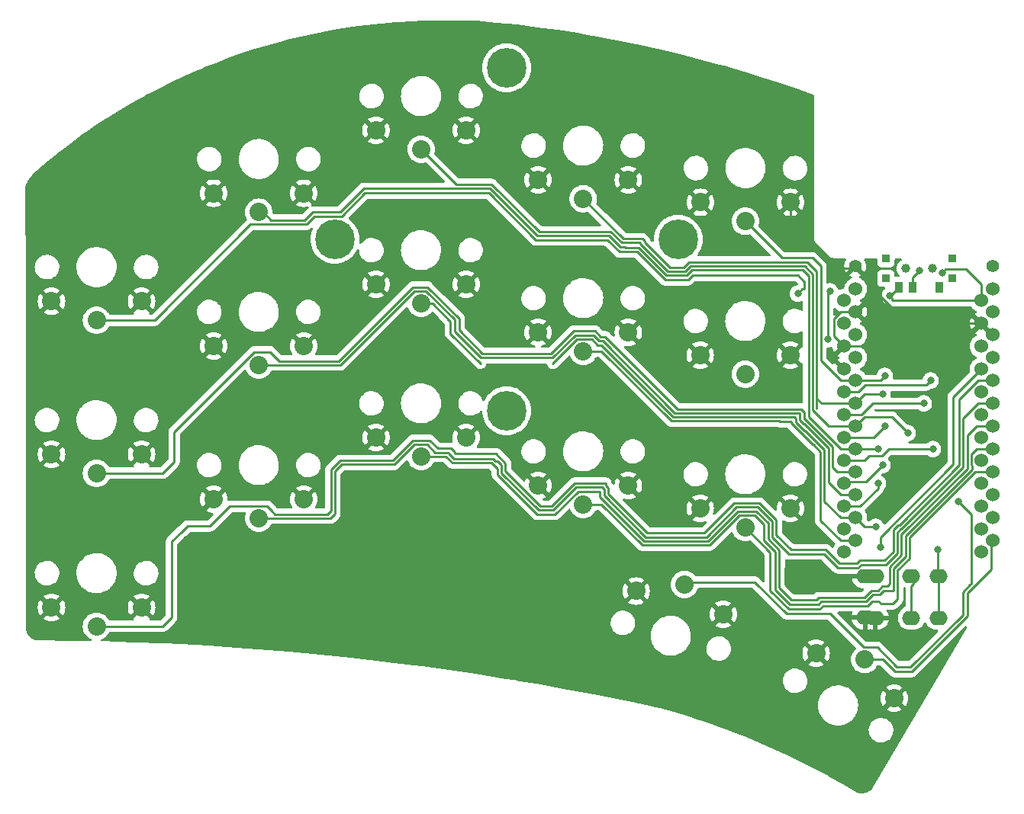
<source format=gbr>
%TF.GenerationSoftware,KiCad,Pcbnew,6.99.0-a9ca49a600~144~ubuntu20.04.1*%
%TF.CreationDate,2022-01-03T10:19:32+02:00*%
%TF.ProjectId,half-swept,68616c66-2d73-4776-9570-742e6b696361,rev?*%
%TF.SameCoordinates,Original*%
%TF.FileFunction,Copper,L1,Top*%
%TF.FilePolarity,Positive*%
%FSLAX46Y46*%
G04 Gerber Fmt 4.6, Leading zero omitted, Abs format (unit mm)*
G04 Created by KiCad (PCBNEW 6.99.0-a9ca49a600~144~ubuntu20.04.1) date 2022-01-03 10:19:32*
%MOMM*%
%LPD*%
G01*
G04 APERTURE LIST*
%TA.AperFunction,ComponentPad*%
%ADD10C,4.400000*%
%TD*%
%TA.AperFunction,ComponentPad*%
%ADD11C,2.032000*%
%TD*%
%TA.AperFunction,ComponentPad*%
%ADD12C,1.524000*%
%TD*%
%TA.AperFunction,SMDPad,CuDef*%
%ADD13R,0.900000X1.250000*%
%TD*%
%TA.AperFunction,SMDPad,CuDef*%
%ADD14R,0.900000X0.900000*%
%TD*%
%TA.AperFunction,ComponentPad*%
%ADD15O,2.000000X1.600000*%
%TD*%
%TA.AperFunction,WasherPad*%
%ADD16C,1.000000*%
%TD*%
%TA.AperFunction,ComponentPad*%
%ADD17C,1.397000*%
%TD*%
%TA.AperFunction,ViaPad*%
%ADD18C,0.800000*%
%TD*%
%TA.AperFunction,Conductor*%
%ADD19C,0.250000*%
%TD*%
G04 APERTURE END LIST*
D10*
%TO.P,REF\u002A\u002A,1*%
%TO.N,N/C*%
X72580000Y-23930000D03*
X91630000Y-42980000D03*
X72580000Y-62030000D03*
X53530000Y-42980000D03*
%TD*%
D11*
%TO.P,SW20,1*%
%TO.N,Switch17*%
X112306000Y-89670450D03*
%TO.P,SW20,2*%
%TO.N,gnd*%
X115586127Y-93989103D03*
X106925873Y-88989103D03*
%TD*%
%TO.P,SW21,1*%
%TO.N,Switch16*%
X92323032Y-81331038D03*
%TO.P,SW21,2*%
%TO.N,gnd*%
X96609142Y-84653577D03*
X86949883Y-82065387D03*
%TD*%
%TO.P,SW18,1*%
%TO.N,Switch15*%
X99060000Y-74988000D03*
%TO.P,SW18,2*%
%TO.N,gnd*%
X94060000Y-72888000D03*
X104060000Y-72888000D03*
%TD*%
%TO.P,SW17,1*%
%TO.N,Switch14*%
X81080000Y-72448000D03*
%TO.P,SW17,2*%
%TO.N,gnd*%
X76080000Y-70348000D03*
X86080000Y-70348000D03*
%TD*%
%TO.P,SW16,1*%
%TO.N,Switch13*%
X63080000Y-67114000D03*
%TO.P,SW16,2*%
%TO.N,gnd*%
X58080000Y-65014000D03*
X68080000Y-65014000D03*
%TD*%
%TO.P,SW15,1*%
%TO.N,Switch12*%
X45080000Y-73972000D03*
%TO.P,SW15,2*%
%TO.N,gnd*%
X40080000Y-71872000D03*
X50080000Y-71872000D03*
%TD*%
%TO.P,SW14,1*%
%TO.N,Switch11*%
X27080000Y-85980000D03*
%TO.P,SW14,2*%
%TO.N,gnd*%
X22080000Y-83880000D03*
X32080000Y-83880000D03*
%TD*%
%TO.P,SW12,1*%
%TO.N,Switch10*%
X99060000Y-57970000D03*
%TO.P,SW12,2*%
%TO.N,gnd*%
X94060000Y-55870000D03*
X104060000Y-55870000D03*
%TD*%
%TO.P,SW11,1*%
%TO.N,Switch9*%
X81080000Y-55430000D03*
%TO.P,SW11,2*%
%TO.N,gnd*%
X76080000Y-53330000D03*
X86080000Y-53330000D03*
%TD*%
%TO.P,SW10,1*%
%TO.N,Switch8*%
X63080000Y-50096000D03*
%TO.P,SW10,2*%
%TO.N,gnd*%
X58080000Y-47996000D03*
X68080000Y-47996000D03*
%TD*%
%TO.P,SW9,1*%
%TO.N,Switch7*%
X45080000Y-56954000D03*
%TO.P,SW9,2*%
%TO.N,gnd*%
X40080000Y-54854000D03*
X50080000Y-54854000D03*
%TD*%
%TO.P,SW8,1*%
%TO.N,Switch6*%
X27080000Y-68980000D03*
%TO.P,SW8,2*%
%TO.N,gnd*%
X22080000Y-66880000D03*
X32080000Y-66880000D03*
%TD*%
%TO.P,SW6,1*%
%TO.N,Switch5*%
X99080000Y-40980000D03*
%TO.P,SW6,2*%
%TO.N,gnd*%
X94080000Y-38880000D03*
X104080000Y-38880000D03*
%TD*%
%TO.P,SW5,1*%
%TO.N,Switch4*%
X81080000Y-38480000D03*
%TO.P,SW5,2*%
%TO.N,gnd*%
X76080000Y-36380000D03*
X86080000Y-36380000D03*
%TD*%
%TO.P,SW4,1*%
%TO.N,Switch3*%
X63080000Y-32980000D03*
%TO.P,SW4,2*%
%TO.N,gnd*%
X58080000Y-30880000D03*
X68080000Y-30880000D03*
%TD*%
%TO.P,SW3,1*%
%TO.N,Switch2*%
X45080000Y-39980000D03*
%TO.P,SW3,2*%
%TO.N,gnd*%
X40080000Y-37880000D03*
X50080000Y-37880000D03*
%TD*%
%TO.P,SW2,1*%
%TO.N,Switch1*%
X27080000Y-51980000D03*
%TO.P,SW2,2*%
%TO.N,gnd*%
X22080000Y-49880000D03*
X32080000Y-49880000D03*
%TD*%
D12*
%TO.P,U1,24*%
%TO.N,raw*%
X125222000Y-49784000D03*
%TO.P,U1,23*%
%TO.N,gnd*%
X125222000Y-52324000D03*
%TO.P,U1,22*%
%TO.N,reset*%
X125222000Y-54864000D03*
%TO.P,U1,21*%
%TO.N,vcc*%
X125222000Y-57404000D03*
%TO.P,U1,20*%
%TO.N,Switch5*%
X125222000Y-59944000D03*
%TO.P,U1,19*%
%TO.N,Switch4*%
X125222000Y-62484000D03*
%TO.P,U1,18*%
%TO.N,Switch3*%
X125222000Y-65024000D03*
%TO.P,U1,17*%
%TO.N,Switch2*%
X125222000Y-67564000D03*
%TO.P,U1,16*%
%TO.N,Switch6*%
X125222000Y-70104000D03*
%TO.P,U1,15*%
%TO.N,Switch7*%
X125222000Y-72644000D03*
%TO.P,U1,14*%
%TO.N,Switch8*%
X125222000Y-75184000D03*
%TO.P,U1,13*%
%TO.N,Switch9*%
X125222000Y-77724000D03*
%TO.P,U1,12*%
%TO.N,Switch17*%
X109982000Y-77724000D03*
%TO.P,U1,11*%
%TO.N,Switch16*%
X109982000Y-75184000D03*
%TO.P,U1,10*%
%TO.N,Switch1*%
X109982000Y-72644000D03*
%TO.P,U1,9*%
%TO.N,Switch15*%
X109982000Y-70104000D03*
%TO.P,U1,8*%
%TO.N,Switch14*%
X109982000Y-67564000D03*
%TO.P,U1,7*%
%TO.N,Switch13*%
X109982000Y-65024000D03*
%TO.P,U1,6*%
%TO.N,Switch12*%
X109982000Y-62484000D03*
%TO.P,U1,5*%
%TO.N,Switch11*%
X109982000Y-59944000D03*
%TO.P,U1,4*%
%TO.N,gnd*%
X109982000Y-57404000D03*
%TO.P,U1,3*%
X109982000Y-54864000D03*
%TO.P,U1,2*%
%TO.N,Switch18*%
X109982000Y-52324000D03*
%TO.P,U1,1*%
%TO.N,Switch10*%
X109982000Y-49784000D03*
X126528400Y-48514000D03*
%TO.P,U1,2*%
%TO.N,Switch18*%
X126528400Y-51054000D03*
%TO.P,U1,3*%
%TO.N,gnd*%
X126528400Y-53594000D03*
%TO.P,U1,4*%
X126528400Y-56134000D03*
%TO.P,U1,5*%
%TO.N,Switch11*%
X126528400Y-58674000D03*
%TO.P,U1,6*%
%TO.N,Switch12*%
X126528400Y-61214000D03*
%TO.P,U1,7*%
%TO.N,Switch13*%
X126528400Y-63754000D03*
%TO.P,U1,8*%
%TO.N,Switch14*%
X126528400Y-66294000D03*
%TO.P,U1,9*%
%TO.N,Switch15*%
X126528400Y-68834000D03*
%TO.P,U1,10*%
%TO.N,Switch1*%
X126528400Y-71374000D03*
%TO.P,U1,11*%
%TO.N,Switch16*%
X126528400Y-73914000D03*
%TO.P,U1,12*%
%TO.N,Switch17*%
X126528400Y-76454000D03*
%TO.P,U1,13*%
%TO.N,Switch9*%
X111308400Y-76454000D03*
%TO.P,U1,14*%
%TO.N,Switch8*%
X111308400Y-73914000D03*
%TO.P,U1,15*%
%TO.N,Switch7*%
X111308400Y-71374000D03*
%TO.P,U1,16*%
%TO.N,Switch6*%
X111308400Y-68834000D03*
%TO.P,U1,17*%
%TO.N,Switch2*%
X111308400Y-66294000D03*
%TO.P,U1,18*%
%TO.N,Switch3*%
X111308400Y-63754000D03*
%TO.P,U1,19*%
%TO.N,Switch4*%
X111308400Y-61214000D03*
%TO.P,U1,20*%
%TO.N,Switch5*%
X111308400Y-58674000D03*
%TO.P,U1,21*%
%TO.N,vcc*%
X111308400Y-56134000D03*
%TO.P,U1,22*%
%TO.N,reset*%
X111308400Y-53594000D03*
%TO.P,U1,23*%
%TO.N,gnd*%
X111308400Y-51054000D03*
%TO.P,U1,24*%
%TO.N,raw*%
X111308400Y-48514000D03*
%TD*%
D13*
%TO.P,SW2,2*%
%TO.N,BT+_r*%
X117614000Y-48303000D03*
%TO.P,SW2,3*%
%TO.N,raw*%
X116114000Y-48303000D03*
%TO.P,SW2,1*%
%TO.N,N/C*%
X120614000Y-48303000D03*
D14*
%TO.P,SW2,0*%
X122064000Y-45128000D03*
X122064000Y-47328000D03*
X114664000Y-47328000D03*
X114664000Y-45128000D03*
%TD*%
D15*
%TO.P,J2,R1*%
%TO.N,Switch18*%
X117478000Y-80420000D03*
%TO.P,J2,R2*%
%TO.N,vcc*%
X120478000Y-80420000D03*
%TO.P,J2,T*%
%TO.N,gnd*%
X113478000Y-80420000D03*
%TO.P,J2,S*%
X112378000Y-85020000D03*
X112398000Y-80450000D03*
%TO.P,J2,T*%
X113498000Y-85050000D03*
%TO.P,J2,R2*%
%TO.N,vcc*%
X120498000Y-85050000D03*
%TO.P,J2,R1*%
%TO.N,Switch18*%
X117498000Y-85050000D03*
%TD*%
D16*
%TO.P,POWER SW,*%
%TO.N,*%
X119864000Y-46228000D03*
X116864000Y-46228000D03*
%TD*%
D17*
%TO.P,B-,1*%
%TO.N,gnd*%
X111252000Y-45974000D03*
%TD*%
%TO.P,B+,1*%
%TO.N,BT+_r*%
X126492000Y-45974000D03*
%TD*%
D18*
%TO.N,vcc*%
X114046000Y-77216000D03*
X120396000Y-77470000D03*
%TO.N,Switch1*%
X108458000Y-48768000D03*
X113792000Y-70104000D03*
X108204000Y-54102000D03*
X104902000Y-49022000D03*
%TO.N,Switch2*%
X113792000Y-66294000D03*
%TO.N,Switch3*%
X117094000Y-64516000D03*
%TO.N,Switch4*%
X114300000Y-60198000D03*
%TO.N,Switch5*%
X114554000Y-58166000D03*
%TO.N,Switch8*%
X113538000Y-74930000D03*
%TO.N,Switch11*%
X119634000Y-58674000D03*
%TO.N,Switch12*%
X118872000Y-61214000D03*
%TO.N,Switch13*%
X114554000Y-63754000D03*
%TO.N,Switch14*%
X119888000Y-66294000D03*
%TO.N,Switch15*%
X114300000Y-68072000D03*
%TO.N,Switch16*%
X122682000Y-72136000D03*
%TO.N,raw*%
X120904000Y-46736000D03*
X115062000Y-49276000D03*
%TO.N,BT+_r*%
X118364000Y-46482000D03*
%TD*%
D19*
%TO.N,gnd*%
X112428000Y-80220000D02*
X112398000Y-80250000D01*
X108894999Y-53776999D02*
X109982000Y-54864000D01*
X108894999Y-51802239D02*
X108894999Y-53776999D01*
X109643238Y-51054000D02*
X108894999Y-51802239D01*
X111308400Y-51054000D02*
X109643238Y-51054000D01*
X104080000Y-40805220D02*
X109502780Y-46228000D01*
X104080000Y-38880000D02*
X104080000Y-40805220D01*
X110998000Y-46228000D02*
X111252000Y-45974000D01*
X109502780Y-46228000D02*
X110998000Y-46228000D01*
X111252000Y-45974000D02*
X114046000Y-48768000D01*
X117036998Y-52324000D02*
X125222000Y-52324000D01*
X114046000Y-49333002D02*
X117036998Y-52324000D01*
X114046000Y-48768000D02*
X114046000Y-49333002D01*
X125258400Y-52324000D02*
X126528400Y-53594000D01*
X125222000Y-52324000D02*
X125258400Y-52324000D01*
X114496998Y-54864000D02*
X109982000Y-54864000D01*
X117036998Y-52324000D02*
X114496998Y-54864000D01*
%TO.N,vcc*%
X122116010Y-68001580D02*
X114046000Y-76071590D01*
X122116010Y-60509990D02*
X122116010Y-68001580D01*
X125222000Y-57404000D02*
X122116010Y-60509990D01*
X114046000Y-76071590D02*
X114046000Y-76962000D01*
X114046000Y-76962000D02*
X114046000Y-77216000D01*
X114046000Y-77216000D02*
X114046000Y-77216000D01*
X120396000Y-80338000D02*
X120478000Y-80420000D01*
X120396000Y-77470000D02*
X120396000Y-80338000D01*
X120478000Y-85030000D02*
X120498000Y-85050000D01*
X120478000Y-80420000D02*
X120478000Y-85030000D01*
%TO.N,Switch18*%
X117730915Y-81279495D02*
X117730915Y-80420000D01*
X117498000Y-81512410D02*
X117730915Y-81279495D01*
X117498000Y-85050000D02*
X117498000Y-81512410D01*
%TO.N,reset*%
X125213400Y-54864000D02*
X125671007Y-54864000D01*
%TO.N,Switch1*%
X92710000Y-47498000D02*
X93218000Y-46990000D01*
X27080000Y-51980000D02*
X33519954Y-51980000D01*
X75827200Y-43064020D02*
X83754790Y-43064020D01*
X90170000Y-47498000D02*
X92710000Y-47498000D01*
X33519954Y-51980000D02*
X44178953Y-41321001D01*
X50372999Y-41321001D02*
X51263990Y-40430010D01*
X51263990Y-40430010D02*
X54281719Y-40430009D01*
X54281719Y-40430009D02*
X56865728Y-37846000D01*
X44178953Y-41321001D02*
X50372999Y-41321001D01*
X83754790Y-43064020D02*
X85082780Y-44392010D01*
X56865728Y-37846000D02*
X70609180Y-37846000D01*
X70609180Y-37846000D02*
X75827200Y-43064020D01*
X87064010Y-44392010D02*
X90170000Y-47498000D01*
X85082780Y-44392010D02*
X87064010Y-44392010D01*
X105641960Y-47729960D02*
X105641960Y-48536040D01*
X104902000Y-46990000D02*
X105641960Y-47729960D01*
X93218000Y-46990000D02*
X104902000Y-46990000D01*
X111817685Y-72644000D02*
X109982000Y-72644000D01*
X113792000Y-70669685D02*
X111817685Y-72644000D01*
X113792000Y-70104000D02*
X113792000Y-70669685D01*
X108204000Y-54102000D02*
X108204000Y-49022000D01*
X108204000Y-49022000D02*
X108458000Y-48768000D01*
X105387960Y-48536040D02*
X105641960Y-48536040D01*
X104902000Y-49022000D02*
X105387960Y-48536040D01*
%TO.N,Switch2*%
X109643238Y-66294000D02*
X111308400Y-66294000D01*
X93157189Y-46414401D02*
X105467991Y-46414401D01*
X92581590Y-46990000D02*
X93157189Y-46414401D01*
X90298410Y-46990000D02*
X92581590Y-46990000D01*
X87250411Y-43942001D02*
X90298410Y-46990000D01*
X45080000Y-39980000D02*
X45568000Y-39980000D01*
X106091970Y-62742732D02*
X109643238Y-66294000D01*
X45568000Y-39980000D02*
X46458991Y-40870991D01*
X46458991Y-40870991D02*
X50186599Y-40870991D01*
X54095317Y-39980001D02*
X56737318Y-37338000D01*
X56737318Y-37338000D02*
X70737590Y-37338000D01*
X106091970Y-47038380D02*
X106091970Y-62742732D01*
X85179590Y-43852410D02*
X85687590Y-43852410D01*
X51077591Y-39980001D02*
X54095317Y-39980001D01*
X85777180Y-43942000D02*
X87250411Y-43942001D01*
X50186599Y-40870991D02*
X51077591Y-39980001D01*
X70737590Y-37338000D02*
X76013600Y-42614010D01*
X76013600Y-42614010D02*
X83941190Y-42614010D01*
X83941190Y-42614010D02*
X85179590Y-43852410D01*
X105467991Y-46414401D02*
X106091970Y-47038380D01*
X85687590Y-43852410D02*
X85777180Y-43942000D01*
X113792000Y-66294000D02*
X111308400Y-66294000D01*
%TO.N,Switch3*%
X63080000Y-32980000D02*
X66987990Y-36887990D01*
X66987990Y-36887990D02*
X70923990Y-36887990D01*
X87433990Y-43489170D02*
X90484810Y-46539990D01*
X105654392Y-45964392D02*
X106541980Y-46851980D01*
X70923990Y-36887990D02*
X76200000Y-42164000D01*
X87433990Y-43376010D02*
X87433990Y-43489170D01*
X76200000Y-42164000D02*
X84127590Y-42164000D01*
X92395190Y-46539990D02*
X92970788Y-45964392D01*
X84127590Y-42164000D02*
X85339600Y-43376010D01*
X85339600Y-43376010D02*
X87433990Y-43376010D01*
X92970788Y-45964392D02*
X105654392Y-45964392D01*
X90484810Y-46539990D02*
X92395190Y-46539990D01*
X108350600Y-63754000D02*
X111308400Y-63754000D01*
X106541980Y-61945380D02*
X108350600Y-63754000D01*
X106541980Y-61352020D02*
X106541980Y-61945380D01*
X106541980Y-46851980D02*
X106541980Y-61352020D01*
X106541980Y-61352020D02*
X106541980Y-61572580D01*
X124938572Y-65024000D02*
X125213400Y-65024000D01*
X117094000Y-64516000D02*
X115316000Y-62738000D01*
X112324400Y-62738000D02*
X111308400Y-63754000D01*
X115316000Y-62738000D02*
X112324400Y-62738000D01*
%TO.N,Switch4*%
X92784388Y-45514382D02*
X105966382Y-45514382D01*
X90671210Y-46089980D02*
X92208790Y-46089980D01*
X105966382Y-45514382D02*
X106991990Y-46539990D01*
X87884000Y-43302770D02*
X90671210Y-46089980D01*
X87884000Y-43189610D02*
X87884000Y-43302770D01*
X92208790Y-46089980D02*
X92784388Y-45514382D01*
X87620391Y-42926001D02*
X87884000Y-43189610D01*
X85526000Y-42926000D02*
X87620391Y-42926001D01*
X81080000Y-38480000D02*
X85526000Y-42926000D01*
X107536970Y-61214000D02*
X106991990Y-60669020D01*
X111308400Y-61214000D02*
X107536970Y-61214000D01*
X106991990Y-61758980D02*
X106991990Y-58870010D01*
X106991990Y-60669020D02*
X106991990Y-61758980D01*
X106991990Y-58870010D02*
X106991990Y-59482590D01*
X106991990Y-46539990D02*
X106991990Y-58870010D01*
X112324400Y-60198000D02*
X111308400Y-61214000D01*
X114300000Y-60198000D02*
X112324400Y-60198000D01*
%TO.N,Switch5*%
X103164372Y-45064372D02*
X106532372Y-45064372D01*
X106532372Y-45064372D02*
X107442000Y-45974000D01*
X99080000Y-40980000D02*
X103164372Y-45064372D01*
X107442000Y-56472762D02*
X107442000Y-56388000D01*
X109643238Y-58674000D02*
X107442000Y-56472762D01*
X111308400Y-58674000D02*
X109643238Y-58674000D01*
X107442000Y-45974000D02*
X107442000Y-56388000D01*
X114046000Y-58674000D02*
X114554000Y-58166000D01*
X111308400Y-58674000D02*
X114046000Y-58674000D01*
%TO.N,Switch6*%
X109277240Y-68834000D02*
X111308400Y-68834000D01*
X108740620Y-66027792D02*
X108740620Y-68297380D01*
X105641960Y-62207960D02*
X105641960Y-63014040D01*
X105271981Y-61837981D02*
X105641960Y-62207960D01*
X83540569Y-53822569D02*
X91555981Y-61837981D01*
X83035389Y-53822569D02*
X83540569Y-53822569D01*
X82401800Y-53188980D02*
X83035389Y-53822569D01*
X80009520Y-53188980D02*
X82401800Y-53188980D01*
X77514508Y-55683990D02*
X80009520Y-53188980D01*
X62161919Y-48304989D02*
X63822082Y-48304990D01*
X105641960Y-63014040D02*
X105726868Y-63014040D01*
X47359990Y-56503990D02*
X53962918Y-56503990D01*
X53962918Y-56503990D02*
X62161919Y-48304989D01*
X27080000Y-68980000D02*
X34398000Y-68980000D01*
X35673659Y-64375659D02*
X44563659Y-55485659D01*
X91555981Y-61837981D02*
X105271981Y-61837981D01*
X67321546Y-51804454D02*
X67321546Y-53097546D01*
X34398000Y-68980000D02*
X35673659Y-67704341D01*
X44563659Y-55485659D02*
X46341659Y-55485659D01*
X105726868Y-63014040D02*
X108740620Y-66027792D01*
X46341659Y-55485659D02*
X47359990Y-56503990D01*
X63822082Y-48304990D02*
X67321546Y-51804454D01*
X67321546Y-53097546D02*
X69907990Y-55683990D01*
X108740620Y-68297380D02*
X109277240Y-68834000D01*
X35673659Y-67704341D02*
X35673659Y-64375659D01*
X69907990Y-55683990D02*
X77514508Y-55683990D01*
%TO.N,Switch7*%
X124899495Y-72957905D02*
X125213400Y-72644000D01*
X54149318Y-56954000D02*
X45080000Y-56954000D01*
X63635681Y-48754999D02*
X62348319Y-48754999D01*
X62348319Y-48754999D02*
X54149318Y-56954000D01*
X66802000Y-51921318D02*
X63635681Y-48754999D01*
X66802000Y-53269590D02*
X66802000Y-51921318D01*
X77700908Y-56134000D02*
X69666410Y-56134000D01*
X69666410Y-56134000D02*
X66802000Y-53269590D01*
X111308400Y-71374000D02*
X109643238Y-71374000D01*
X108290610Y-70021372D02*
X108290610Y-66214192D01*
X105491510Y-63500000D02*
X105085581Y-63094071D01*
X105085581Y-63094071D02*
X105085581Y-62287991D01*
X105085581Y-62287991D02*
X91246810Y-62287990D01*
X91246810Y-62287990D02*
X83231399Y-54272579D01*
X82848989Y-54272579D02*
X82215399Y-53638989D01*
X105576418Y-63500000D02*
X105491510Y-63500000D01*
X82215399Y-53638989D02*
X80195919Y-53638989D01*
X109643238Y-71374000D02*
X108290610Y-70021372D01*
X108290610Y-66214192D02*
X105576418Y-63500000D01*
X83231399Y-54272579D02*
X82848989Y-54272579D01*
X80195919Y-53638989D02*
X77700908Y-56134000D01*
%TO.N,Switch8*%
X112324400Y-74930000D02*
X111308400Y-73914000D01*
X113538000Y-74930000D02*
X112324400Y-74930000D01*
X109643238Y-73914000D02*
X111308400Y-73914000D01*
X107840600Y-72111362D02*
X109643238Y-73914000D01*
X62992000Y-50096000D02*
X64340272Y-50096000D01*
X64340272Y-50096000D02*
X66351990Y-52107718D01*
X104516770Y-62738000D02*
X104635572Y-62856802D01*
X66351990Y-53455990D02*
X69667001Y-56771001D01*
X105702008Y-64262000D02*
X107840600Y-66400592D01*
X66351990Y-52107718D02*
X66351990Y-53455990D01*
X83044999Y-54722589D02*
X91060410Y-62738000D01*
X107840600Y-66400592D02*
X107840600Y-72111362D01*
X104635572Y-62856802D02*
X104635572Y-63280472D01*
X105617100Y-64262000D02*
X105702008Y-64262000D01*
X91060410Y-62738000D02*
X104516770Y-62738000D01*
X77700317Y-56771001D02*
X80382319Y-54088999D01*
X104635572Y-63280472D02*
X105617100Y-64262000D01*
X83044999Y-54722589D02*
X82662589Y-54722589D01*
X82662589Y-54722589D02*
X82028999Y-54088999D01*
X80382319Y-54088999D02*
X82028999Y-54088999D01*
%TO.N,Switch9*%
X107390590Y-66586992D02*
X107390590Y-74201352D01*
X102812010Y-63188010D02*
X102870000Y-63246000D01*
X104140000Y-63246000D02*
X104140000Y-63421310D01*
X107390590Y-74201352D02*
X109643238Y-76454000D01*
X102870000Y-63246000D02*
X104140000Y-63246000D01*
X109643238Y-76454000D02*
X111308400Y-76454000D01*
X104140000Y-63421310D02*
X106504690Y-65786000D01*
X81026000Y-55430000D02*
X82462840Y-55430000D01*
X106504690Y-65786000D02*
X106589598Y-65786000D01*
X106589598Y-65786000D02*
X107390590Y-66586992D01*
X81080000Y-55430000D02*
X83116000Y-55430000D01*
X90874010Y-63188010D02*
X93021990Y-63188010D01*
X83116000Y-55430000D02*
X90874010Y-63188010D01*
X93021990Y-63188010D02*
X102812010Y-63188010D01*
X92523600Y-63188010D02*
X93021990Y-63188010D01*
%TO.N,Switch11*%
X124883238Y-58674000D02*
X126528400Y-58674000D01*
X111647162Y-59944000D02*
X112409162Y-59182000D01*
X109982000Y-59944000D02*
X111647162Y-59944000D01*
X124375238Y-59182000D02*
X124544619Y-59012619D01*
X124544619Y-59012619D02*
X124883238Y-58674000D01*
X112409162Y-59182000D02*
X119126000Y-59182000D01*
X119126000Y-59182000D02*
X119634000Y-58674000D01*
X119380000Y-58674000D02*
X119634000Y-58674000D01*
X119634000Y-58674000D02*
X119634000Y-58674000D01*
X116146887Y-74721283D02*
X122784970Y-68083200D01*
X111749596Y-78670990D02*
X114494600Y-78670990D01*
X109474000Y-78994000D02*
X111426586Y-78994000D01*
X102500020Y-75830020D02*
X104140000Y-77470000D01*
X102500020Y-74148788D02*
X102500020Y-75830020D01*
X122784970Y-60772268D02*
X124544619Y-59012619D01*
X97857118Y-72296972D02*
X100648204Y-72296972D01*
X94542120Y-75611970D02*
X97857118Y-72296972D01*
X88189200Y-75611970D02*
X94542120Y-75611970D01*
X83842028Y-70609192D02*
X83842028Y-71264798D01*
X115480865Y-77684725D02*
X115480865Y-75273135D01*
X104140000Y-77470000D02*
X107950000Y-77470000D01*
X83588027Y-70081973D02*
X83588027Y-70355191D01*
X114494600Y-78670990D02*
X115480865Y-77684725D01*
X80134526Y-70081972D02*
X83588027Y-70081973D01*
X77572498Y-72644000D02*
X80134526Y-70081972D01*
X46851990Y-73521990D02*
X52716010Y-73521990D01*
X116032717Y-74721283D02*
X116146887Y-74721283D01*
X36534740Y-75479260D02*
X37182420Y-74831580D01*
X107950000Y-77470000D02*
X109474000Y-78994000D01*
X46495001Y-73138999D02*
X46495001Y-73165001D01*
X54113546Y-67552454D02*
X59932454Y-67552454D01*
X53081195Y-73156805D02*
X53081195Y-68584805D01*
X71371180Y-66799180D02*
X72458659Y-67886659D01*
X41865841Y-72630999D02*
X45987001Y-72630999D01*
X100648204Y-72296972D02*
X102500020Y-74148788D01*
X64052989Y-65322989D02*
X64943978Y-66213978D01*
X66802000Y-66651572D02*
X66802000Y-66799180D01*
X35404420Y-84991580D02*
X35404420Y-76552420D01*
X66802000Y-66799180D02*
X71371180Y-66799180D01*
X45987001Y-72630999D02*
X46495001Y-73138999D01*
X39665260Y-74831580D02*
X41865841Y-72630999D01*
X36477580Y-75479260D02*
X36534740Y-75479260D01*
X27080000Y-85980000D02*
X34416000Y-85980000D01*
X122784970Y-68083200D02*
X122784970Y-60772268D01*
X52716010Y-73521990D02*
X53081195Y-73156805D01*
X83842028Y-71264798D02*
X88189200Y-75611970D01*
X34416000Y-85980000D02*
X35404420Y-84991580D01*
X53081195Y-68584805D02*
X54113546Y-67552454D01*
X59932454Y-67552454D02*
X62161919Y-65322989D01*
X46495001Y-73165001D02*
X46851990Y-73521990D01*
X66374022Y-66213978D02*
X66374022Y-66223594D01*
X83588027Y-70355191D02*
X83842028Y-70609192D01*
X62161919Y-65322989D02*
X64052989Y-65322989D01*
X64943978Y-66213978D02*
X66374022Y-66213978D01*
X76337318Y-72644000D02*
X77572498Y-72644000D01*
X115480865Y-75273135D02*
X116032717Y-74721283D01*
X66374022Y-66223594D02*
X66802000Y-66651572D01*
X111426586Y-78994000D02*
X111749596Y-78670990D01*
X37182420Y-74831580D02*
X39665260Y-74831580D01*
X72458659Y-67886659D02*
X72458659Y-68765341D01*
X35404420Y-76552420D02*
X36477580Y-75479260D01*
X72458659Y-68765341D02*
X76337318Y-72644000D01*
%TO.N,Switch12*%
X111941990Y-62484000D02*
X113211990Y-61214000D01*
X109982000Y-62484000D02*
X111941990Y-62484000D01*
X100461803Y-72746981D02*
X98043520Y-72746980D01*
X102050010Y-76068780D02*
X102050010Y-74335188D01*
X98043520Y-72746980D02*
X94728520Y-76061980D01*
X103922615Y-77941385D02*
X102050010Y-76068780D01*
X126528400Y-61214000D02*
X124883238Y-61214000D01*
X102050010Y-74335188D02*
X100461803Y-72746981D01*
X124883238Y-61214000D02*
X123234980Y-62862258D01*
X116314067Y-75171293D02*
X115930875Y-75554485D01*
X111567703Y-79489293D02*
X109332883Y-79489293D01*
X123234980Y-62862258D02*
X123234980Y-68269600D01*
X123234980Y-68269600D02*
X116333287Y-75171293D01*
X116333287Y-75171293D02*
X116314067Y-75171293D01*
X111935996Y-79121000D02*
X111567703Y-79489293D01*
X107784975Y-77941385D02*
X103922615Y-77941385D01*
X115930875Y-75554485D02*
X115930875Y-77871125D01*
X115930875Y-77871125D02*
X114681000Y-79121000D01*
X109332883Y-79489293D02*
X107784975Y-77941385D01*
X114681000Y-79121000D02*
X111935996Y-79121000D01*
X91832020Y-76061980D02*
X91301980Y-76061980D01*
X94728520Y-76061980D02*
X91832020Y-76061980D01*
X88002800Y-76061980D02*
X91832020Y-76061980D01*
X83138018Y-70541592D02*
X83392018Y-70795592D01*
X83138018Y-70531982D02*
X83138018Y-70541592D01*
X71563795Y-67628205D02*
X72008649Y-68073059D01*
X77758898Y-73094010D02*
X80320926Y-70531982D01*
X76150918Y-73094010D02*
X77758898Y-73094010D01*
X71312615Y-67628205D02*
X71563795Y-67628205D01*
X71052400Y-67367990D02*
X71312615Y-67628205D01*
X45080000Y-73972000D02*
X53028000Y-73972000D01*
X53531205Y-73468795D02*
X53531205Y-68771205D01*
X53028000Y-73972000D02*
X53531205Y-73468795D01*
X72008649Y-68951741D02*
X76150918Y-73094010D01*
X53531205Y-68771205D02*
X54299946Y-68002464D01*
X54299946Y-68002464D02*
X60118854Y-68002464D01*
X83392018Y-71451198D02*
X88002800Y-76061980D01*
X83392018Y-70795592D02*
X83392018Y-71451198D01*
X60118854Y-68002464D02*
X62348319Y-65772999D01*
X63767001Y-65772999D02*
X63767001Y-65799001D01*
X80320926Y-70531982D02*
X83138018Y-70531982D01*
X64631990Y-66663990D02*
X66178009Y-66663991D01*
X63767001Y-65799001D02*
X64631990Y-66663990D01*
X72008649Y-68073059D02*
X72008649Y-68951741D01*
X62348319Y-65772999D02*
X63767001Y-65772999D01*
X66178009Y-66663991D02*
X66178009Y-66811599D01*
X66178009Y-66811599D02*
X66734400Y-67367990D01*
X66734400Y-67367990D02*
X71052400Y-67367990D01*
X118872000Y-61214000D02*
X113211990Y-61214000D01*
%TO.N,Switch13*%
X113284000Y-65024000D02*
X114554000Y-63754000D01*
X109982000Y-65024000D02*
X113284000Y-65024000D01*
X124714000Y-63754000D02*
X126528400Y-63754000D01*
X123684990Y-64783010D02*
X124714000Y-63754000D01*
X123684990Y-68456000D02*
X123684990Y-64783010D01*
X116380885Y-75740885D02*
X116400105Y-75740885D01*
X116380884Y-78057526D02*
X116380885Y-75740885D01*
X100275402Y-73196990D02*
X101600000Y-74521588D01*
X98229919Y-73196989D02*
X100275402Y-73196990D01*
X114277960Y-81534000D02*
X114808000Y-81534000D01*
X82942008Y-71637598D02*
X87816400Y-76511990D01*
X77945298Y-73544020D02*
X80507326Y-70981992D01*
X115055210Y-81286790D02*
X115055210Y-79383200D01*
X80507326Y-70981992D02*
X82942008Y-70981992D01*
X102847215Y-77502395D02*
X102847215Y-79270785D01*
X75964518Y-73544020D02*
X77945298Y-73544020D01*
X116400105Y-75740885D02*
X123684990Y-68456000D01*
X71558640Y-69138142D02*
X75964518Y-73544020D01*
X102847215Y-79270785D02*
X102812010Y-79305990D01*
X113033395Y-82035785D02*
X113776175Y-82035785D01*
X94914918Y-76511990D02*
X98229919Y-73196989D01*
X87816400Y-76511990D02*
X94914918Y-76511990D01*
X101600000Y-74521588D02*
X101600000Y-76255180D01*
X112268000Y-82801180D02*
X113033395Y-82035785D01*
X101600000Y-76255180D02*
X102847215Y-77502395D01*
X102812010Y-79305990D02*
X102812010Y-81727190D01*
X71558639Y-68510639D02*
X71558640Y-69138142D01*
X107190820Y-82801180D02*
X112268000Y-82801180D01*
X82942008Y-70981992D02*
X82942008Y-71637598D01*
X115055210Y-79383200D02*
X116380884Y-78057526D01*
X102812010Y-81727190D02*
X104142820Y-83058000D01*
X104142820Y-83058000D02*
X106934000Y-83058000D01*
X106934000Y-83058000D02*
X107190820Y-82801180D01*
X113776175Y-82035785D02*
X114277960Y-81534000D01*
X114808000Y-81534000D02*
X115055210Y-81286790D01*
X63080000Y-67114000D02*
X65844000Y-67114000D01*
X66548000Y-67818000D02*
X70866000Y-67818000D01*
X65844000Y-67114000D02*
X66548000Y-67818000D01*
X70866000Y-67818000D02*
X71558639Y-68510639D01*
%TO.N,Switch14*%
X116830895Y-75946505D02*
X116830893Y-78243927D01*
X116830895Y-75946505D02*
X116830895Y-77987105D01*
X116830893Y-77987107D02*
X116830895Y-77987105D01*
X116830893Y-78243927D02*
X116830893Y-77987107D01*
X101127205Y-76418795D02*
X101127205Y-74685203D01*
X116830893Y-78243927D02*
X115505220Y-79569600D01*
X107188000Y-83566000D02*
X104014410Y-83566000D01*
X115505220Y-79569600D02*
X115505220Y-82024999D01*
X102397205Y-77688795D02*
X101127205Y-76418795D01*
X115505220Y-82024999D02*
X114423371Y-82024999D01*
X98416319Y-73646999D02*
X95101318Y-76962000D01*
X114423371Y-82024999D02*
X113962575Y-82485795D01*
X113962575Y-82485795D02*
X113219795Y-82485795D01*
X100089001Y-73646999D02*
X98416319Y-73646999D01*
X113219795Y-82485795D02*
X112454400Y-83251190D01*
X112454400Y-83251190D02*
X107502810Y-83251190D01*
X104014410Y-83566000D02*
X102362000Y-81913590D01*
X101127205Y-74685203D02*
X100089001Y-73646999D01*
X107502810Y-83251190D02*
X107188000Y-83566000D01*
X102362000Y-81913590D02*
X102362000Y-78994000D01*
X102362000Y-78994000D02*
X102397205Y-78958795D01*
X102397205Y-78958795D02*
X102397205Y-77688795D01*
X124134999Y-68085761D02*
X124134999Y-66873001D01*
X124201700Y-68152462D02*
X124134999Y-68085761D01*
X124201700Y-68575700D02*
X124201700Y-68152462D01*
X124714000Y-66294000D02*
X126528400Y-66294000D01*
X124134999Y-66873001D02*
X124714000Y-66294000D01*
X124201700Y-68575700D02*
X116830895Y-75946505D01*
X115004998Y-66294000D02*
X119888000Y-66294000D01*
X114279997Y-67019001D02*
X115004998Y-66294000D01*
X112812999Y-67019001D02*
X114279997Y-67019001D01*
X112268000Y-67564000D02*
X112812999Y-67019001D01*
X109982000Y-67564000D02*
X112268000Y-67564000D01*
X81080000Y-72448000D02*
X83116000Y-72448000D01*
X87630000Y-76962000D02*
X91186000Y-76962000D01*
X83116000Y-72448000D02*
X87630000Y-76962000D01*
X91186000Y-76962000D02*
X90794002Y-76962000D01*
X95101318Y-76962000D02*
X91186000Y-76962000D01*
%TO.N,Switch15*%
X123309810Y-70104000D02*
X120328905Y-73084905D01*
X120328905Y-73084905D02*
X120455905Y-72957905D01*
X101825000Y-77753000D02*
X99060000Y-74988000D01*
X103886000Y-84074000D02*
X101825000Y-82013000D01*
X101825000Y-82013000D02*
X101825000Y-77753000D01*
X120328905Y-73084905D02*
X117280905Y-76132905D01*
X115446001Y-83475001D02*
X114136999Y-83475001D01*
X117280905Y-76132905D02*
X117280905Y-78299095D01*
X115955230Y-79756000D02*
X115955230Y-82965772D01*
X115955230Y-82965772D02*
X115446001Y-83475001D01*
X114136999Y-83475001D02*
X113846998Y-83185000D01*
X117280905Y-78299095D02*
X117280902Y-78430328D01*
X107316410Y-84074000D02*
X103886000Y-84074000D01*
X113846998Y-83185000D02*
X113157000Y-83185000D01*
X117280902Y-78430328D02*
X115955230Y-79756000D01*
X113157000Y-83185000D02*
X112640801Y-83701199D01*
X112640801Y-83701199D02*
X107689211Y-83701199D01*
X107689211Y-83701199D02*
X107316410Y-84074000D01*
X124579810Y-68834000D02*
X126528400Y-68834000D01*
X123309810Y-70104000D02*
X124579810Y-68834000D01*
X110164999Y-69921001D02*
X109982000Y-70104000D01*
X112450999Y-69921001D02*
X110164999Y-69921001D01*
X114300000Y-68072000D02*
X112450999Y-69921001D01*
%TO.N,Switch16*%
X123190000Y-84707590D02*
X123190000Y-82167590D01*
X92577032Y-81081038D02*
X100131038Y-81081038D01*
X100131038Y-81081038D02*
X103632000Y-84582000D01*
X103632000Y-84582000D02*
X108458000Y-84582000D01*
X112205449Y-88329449D02*
X113729449Y-88329449D01*
X108458000Y-84582000D02*
X112205449Y-88329449D01*
X115886795Y-90486795D02*
X117410795Y-90486795D01*
X113729449Y-88329449D02*
X115886795Y-90486795D01*
X117410795Y-90486795D02*
X123190000Y-84707590D01*
X122682000Y-72136000D02*
X124134999Y-73588999D01*
X124134999Y-81222591D02*
X124014795Y-81342795D01*
X124134999Y-73588999D02*
X124134999Y-81222591D01*
X124014795Y-81342795D02*
X124126399Y-81231191D01*
X123190000Y-82167590D02*
X124014795Y-81342795D01*
%TO.N,Switch17*%
X112560000Y-89670450D02*
X112560000Y-89700000D01*
X123698000Y-84836000D02*
X123698000Y-82296000D01*
X117522549Y-91011451D02*
X123698000Y-84836000D01*
X112560000Y-89670450D02*
X114308450Y-89670450D01*
X115649451Y-91011451D02*
X115744549Y-91011451D01*
X114308450Y-89670450D02*
X115649451Y-91011451D01*
X115744549Y-91011451D02*
X117522549Y-91011451D01*
X126374195Y-79619805D02*
X124968000Y-81026000D01*
X126374195Y-76608205D02*
X126374195Y-79619805D01*
X124968000Y-81026000D02*
X125213400Y-80780600D01*
X126528400Y-76454000D02*
X126374195Y-76608205D01*
X123698000Y-82296000D02*
X124968000Y-81026000D01*
%TO.N,raw*%
X115316000Y-49784000D02*
X115316000Y-49530000D01*
X115316000Y-49784000D02*
X125222000Y-49784000D01*
X115316000Y-49530000D02*
X115062000Y-49276000D01*
X115062000Y-49276000D02*
X115062000Y-49276000D01*
X115141000Y-49276000D02*
X116114000Y-48303000D01*
X115062000Y-49276000D02*
X115141000Y-49276000D01*
X121303999Y-46336001D02*
X123552001Y-46336001D01*
X120904000Y-46736000D02*
X121303999Y-46336001D01*
X125222000Y-48006000D02*
X125222000Y-49784000D01*
X123552001Y-46336001D02*
X125222000Y-48006000D01*
%TO.N,BT+_r*%
X118364000Y-46482000D02*
X117602000Y-47244000D01*
X117614000Y-47256000D02*
X117614000Y-48303000D01*
X117602000Y-47244000D02*
X117614000Y-47256000D01*
%TD*%
%TA.AperFunction,Conductor*%
%TO.N,gnd*%
G36*
X61568314Y-67553074D02*
G01*
X61625150Y-67595621D01*
X61640691Y-67622912D01*
X61715566Y-67803677D01*
X61717460Y-67808249D01*
X61842840Y-68012849D01*
X61846057Y-68016616D01*
X61846058Y-68016617D01*
X61939880Y-68126469D01*
X61998682Y-68195318D01*
X62015268Y-68209484D01*
X62125545Y-68303668D01*
X62181151Y-68351160D01*
X62385751Y-68476540D01*
X62390321Y-68478433D01*
X62390323Y-68478434D01*
X62602874Y-68566475D01*
X62607447Y-68568369D01*
X62689037Y-68587957D01*
X62835965Y-68623232D01*
X62835971Y-68623233D01*
X62840778Y-68624387D01*
X63080000Y-68643214D01*
X63319222Y-68624387D01*
X63324029Y-68623233D01*
X63324035Y-68623232D01*
X63470963Y-68587957D01*
X63552553Y-68568369D01*
X63557126Y-68566475D01*
X63769677Y-68478434D01*
X63769679Y-68478433D01*
X63774249Y-68476540D01*
X63978849Y-68351160D01*
X64034456Y-68303668D01*
X64144732Y-68209484D01*
X64161318Y-68195318D01*
X64220120Y-68126469D01*
X64313942Y-68016617D01*
X64313943Y-68016616D01*
X64317160Y-68012849D01*
X64442540Y-67808249D01*
X64444468Y-67809430D01*
X64486816Y-67764644D01*
X64550270Y-67747500D01*
X65529406Y-67747500D01*
X65597527Y-67767502D01*
X65618501Y-67784405D01*
X66044343Y-68210247D01*
X66051887Y-68218537D01*
X66056000Y-68225018D01*
X66061777Y-68230443D01*
X66105667Y-68271658D01*
X66108509Y-68274413D01*
X66128230Y-68294134D01*
X66131425Y-68296612D01*
X66140447Y-68304318D01*
X66172679Y-68334586D01*
X66179628Y-68338406D01*
X66190432Y-68344346D01*
X66206956Y-68355199D01*
X66222959Y-68367613D01*
X66263543Y-68385176D01*
X66274173Y-68390383D01*
X66312940Y-68411695D01*
X66320617Y-68413666D01*
X66320622Y-68413668D01*
X66332558Y-68416732D01*
X66351266Y-68423137D01*
X66369855Y-68431181D01*
X66377680Y-68432420D01*
X66377682Y-68432421D01*
X66413519Y-68438097D01*
X66425140Y-68440504D01*
X66460289Y-68449528D01*
X66467970Y-68451500D01*
X66488231Y-68451500D01*
X66507940Y-68453051D01*
X66527943Y-68456219D01*
X66535835Y-68455473D01*
X66541062Y-68454979D01*
X66571954Y-68452059D01*
X66583811Y-68451500D01*
X70551406Y-68451500D01*
X70619527Y-68471502D01*
X70640501Y-68488405D01*
X70888234Y-68736138D01*
X70922260Y-68798450D01*
X70925139Y-68825232D01*
X70925140Y-69059373D01*
X70924613Y-69070560D01*
X70922938Y-69078051D01*
X70923187Y-69085976D01*
X70923187Y-69085977D01*
X70925078Y-69146127D01*
X70925140Y-69150086D01*
X70925140Y-69177999D01*
X70925636Y-69181924D01*
X70925636Y-69181928D01*
X70925646Y-69182004D01*
X70926578Y-69193836D01*
X70927967Y-69238031D01*
X70930179Y-69245643D01*
X70930179Y-69245646D01*
X70933618Y-69257482D01*
X70937627Y-69276842D01*
X70940166Y-69296940D01*
X70943083Y-69304306D01*
X70943084Y-69304312D01*
X70956445Y-69338058D01*
X70960289Y-69349285D01*
X70972622Y-69391735D01*
X70982933Y-69409170D01*
X70991628Y-69426920D01*
X70996167Y-69438385D01*
X70996171Y-69438393D01*
X70999088Y-69445760D01*
X71012462Y-69464168D01*
X71025080Y-69481535D01*
X71031594Y-69491452D01*
X71054098Y-69529504D01*
X71068420Y-69543826D01*
X71081260Y-69558859D01*
X71093169Y-69575250D01*
X71125814Y-69602256D01*
X71127246Y-69603441D01*
X71136025Y-69611431D01*
X75460861Y-73936267D01*
X75468405Y-73944557D01*
X75472518Y-73951038D01*
X75478295Y-73956463D01*
X75522185Y-73997678D01*
X75525027Y-74000433D01*
X75544748Y-74020154D01*
X75547943Y-74022632D01*
X75556965Y-74030338D01*
X75589197Y-74060606D01*
X75596146Y-74064426D01*
X75606950Y-74070366D01*
X75623474Y-74081219D01*
X75639477Y-74093633D01*
X75680061Y-74111196D01*
X75690691Y-74116403D01*
X75729458Y-74137715D01*
X75737135Y-74139686D01*
X75737140Y-74139688D01*
X75749076Y-74142752D01*
X75767784Y-74149157D01*
X75786373Y-74157201D01*
X75794198Y-74158440D01*
X75794200Y-74158441D01*
X75830037Y-74164117D01*
X75841658Y-74166524D01*
X75873477Y-74174693D01*
X75884488Y-74177520D01*
X75904749Y-74177520D01*
X75924458Y-74179071D01*
X75944461Y-74182239D01*
X75952353Y-74181493D01*
X75957580Y-74180999D01*
X75988472Y-74178079D01*
X76000329Y-74177520D01*
X77866531Y-74177520D01*
X77877714Y-74178047D01*
X77885207Y-74179722D01*
X77893133Y-74179473D01*
X77893134Y-74179473D01*
X77953284Y-74177582D01*
X77957243Y-74177520D01*
X77985154Y-74177520D01*
X77989089Y-74177023D01*
X77989154Y-74177015D01*
X78000991Y-74176082D01*
X78033249Y-74175068D01*
X78037268Y-74174942D01*
X78045187Y-74174693D01*
X78064641Y-74169041D01*
X78083998Y-74165033D01*
X78096228Y-74163488D01*
X78096229Y-74163488D01*
X78104095Y-74162494D01*
X78111466Y-74159575D01*
X78111468Y-74159575D01*
X78145210Y-74146216D01*
X78156440Y-74142371D01*
X78191281Y-74132249D01*
X78191282Y-74132249D01*
X78198891Y-74130038D01*
X78205710Y-74126005D01*
X78205715Y-74126003D01*
X78216326Y-74119727D01*
X78234074Y-74111032D01*
X78252915Y-74103572D01*
X78273285Y-74088773D01*
X78288685Y-74077584D01*
X78298605Y-74071068D01*
X78329833Y-74052600D01*
X78329836Y-74052598D01*
X78336660Y-74048562D01*
X78350981Y-74034241D01*
X78366015Y-74021400D01*
X78368045Y-74019925D01*
X78382405Y-74009492D01*
X78410596Y-73975415D01*
X78418586Y-73966636D01*
X79445146Y-72940077D01*
X79507458Y-72906051D01*
X79578274Y-72911116D01*
X79635109Y-72953663D01*
X79650649Y-72980953D01*
X79671688Y-73031746D01*
X79713197Y-73131956D01*
X79717460Y-73142249D01*
X79842840Y-73346849D01*
X79846057Y-73350616D01*
X79846058Y-73350617D01*
X79899615Y-73413325D01*
X79998682Y-73529318D01*
X80002444Y-73532531D01*
X80168820Y-73674628D01*
X80181151Y-73685160D01*
X80385751Y-73810540D01*
X80390321Y-73812433D01*
X80390323Y-73812434D01*
X80602874Y-73900475D01*
X80607447Y-73902369D01*
X80689037Y-73921957D01*
X80835965Y-73957232D01*
X80835971Y-73957233D01*
X80840778Y-73958387D01*
X81080000Y-73977214D01*
X81319222Y-73958387D01*
X81324029Y-73957233D01*
X81324035Y-73957232D01*
X81470963Y-73921957D01*
X81552553Y-73902369D01*
X81557126Y-73900475D01*
X81769677Y-73812434D01*
X81769679Y-73812433D01*
X81774249Y-73810540D01*
X81978849Y-73685160D01*
X81991181Y-73674628D01*
X82157556Y-73532531D01*
X82161318Y-73529318D01*
X82260385Y-73413325D01*
X82313942Y-73350617D01*
X82313943Y-73350616D01*
X82317160Y-73346849D01*
X82442540Y-73142249D01*
X82444468Y-73143430D01*
X82486816Y-73098644D01*
X82550270Y-73081500D01*
X82801406Y-73081500D01*
X82869527Y-73101502D01*
X82890501Y-73118405D01*
X87126348Y-77354253D01*
X87133888Y-77362539D01*
X87138000Y-77369018D01*
X87143777Y-77374443D01*
X87187651Y-77415643D01*
X87190493Y-77418398D01*
X87210230Y-77438135D01*
X87213427Y-77440615D01*
X87222447Y-77448318D01*
X87254679Y-77478586D01*
X87261625Y-77482405D01*
X87261628Y-77482407D01*
X87272434Y-77488348D01*
X87288953Y-77499199D01*
X87304959Y-77511614D01*
X87312228Y-77514759D01*
X87312232Y-77514762D01*
X87345537Y-77529174D01*
X87356187Y-77534391D01*
X87394940Y-77555695D01*
X87402615Y-77557666D01*
X87402616Y-77557666D01*
X87414562Y-77560733D01*
X87433267Y-77567137D01*
X87451855Y-77575181D01*
X87459678Y-77576420D01*
X87459688Y-77576423D01*
X87495524Y-77582099D01*
X87507144Y-77584505D01*
X87538959Y-77592673D01*
X87549970Y-77595500D01*
X87570224Y-77595500D01*
X87589934Y-77597051D01*
X87609943Y-77600220D01*
X87617835Y-77599474D01*
X87636580Y-77597702D01*
X87653962Y-77596059D01*
X87665819Y-77595500D01*
X95022551Y-77595500D01*
X95033734Y-77596027D01*
X95041227Y-77597702D01*
X95049153Y-77597453D01*
X95049154Y-77597453D01*
X95109304Y-77595562D01*
X95113263Y-77595500D01*
X95141174Y-77595500D01*
X95145109Y-77595003D01*
X95145174Y-77594995D01*
X95157011Y-77594062D01*
X95189269Y-77593048D01*
X95193288Y-77592922D01*
X95201207Y-77592673D01*
X95220661Y-77587021D01*
X95240018Y-77583013D01*
X95252248Y-77581468D01*
X95252249Y-77581468D01*
X95260115Y-77580474D01*
X95267486Y-77577555D01*
X95267488Y-77577555D01*
X95301230Y-77564196D01*
X95312460Y-77560351D01*
X95347301Y-77550229D01*
X95347302Y-77550229D01*
X95354911Y-77548018D01*
X95361730Y-77543985D01*
X95361735Y-77543983D01*
X95372346Y-77537707D01*
X95390094Y-77529012D01*
X95408935Y-77521552D01*
X95444705Y-77495564D01*
X95454625Y-77489048D01*
X95485853Y-77470580D01*
X95485856Y-77470578D01*
X95492680Y-77466542D01*
X95507001Y-77452221D01*
X95522035Y-77439380D01*
X95527608Y-77435331D01*
X95538425Y-77427472D01*
X95566616Y-77393395D01*
X95574606Y-77384616D01*
X97440962Y-75518260D01*
X97503274Y-75484234D01*
X97574089Y-75489299D01*
X97630925Y-75531846D01*
X97646465Y-75559135D01*
X97697460Y-75682249D01*
X97822840Y-75886849D01*
X97826057Y-75890616D01*
X97826058Y-75890617D01*
X97841701Y-75908933D01*
X97978682Y-76069318D01*
X97982444Y-76072531D01*
X98156420Y-76221119D01*
X98161151Y-76225160D01*
X98365751Y-76350540D01*
X98370321Y-76352433D01*
X98370323Y-76352434D01*
X98582874Y-76440475D01*
X98587447Y-76442369D01*
X98669037Y-76461957D01*
X98815965Y-76497232D01*
X98815971Y-76497233D01*
X98820778Y-76498387D01*
X99060000Y-76517214D01*
X99299222Y-76498387D01*
X99304029Y-76497233D01*
X99304035Y-76497232D01*
X99532553Y-76442369D01*
X99533087Y-76444592D01*
X99594578Y-76442813D01*
X99651686Y-76475590D01*
X101154595Y-77978499D01*
X101188621Y-78040811D01*
X101191500Y-78067594D01*
X101191500Y-80941405D01*
X101171498Y-81009526D01*
X101117842Y-81056019D01*
X101047568Y-81066123D01*
X100982988Y-81036629D01*
X100976405Y-81030500D01*
X100634690Y-80688785D01*
X100627150Y-80680499D01*
X100623038Y-80674020D01*
X100573386Y-80627394D01*
X100570545Y-80624640D01*
X100550808Y-80604903D01*
X100547611Y-80602423D01*
X100538589Y-80594718D01*
X100512138Y-80569879D01*
X100506359Y-80564452D01*
X100499413Y-80560633D01*
X100499410Y-80560631D01*
X100488604Y-80554690D01*
X100472085Y-80543839D01*
X100471621Y-80543479D01*
X100456079Y-80531424D01*
X100448810Y-80528279D01*
X100448806Y-80528276D01*
X100415501Y-80513864D01*
X100404851Y-80508647D01*
X100366098Y-80487343D01*
X100346475Y-80482305D01*
X100327772Y-80475901D01*
X100316458Y-80471005D01*
X100316457Y-80471005D01*
X100309183Y-80467857D01*
X100301360Y-80466618D01*
X100301350Y-80466615D01*
X100265514Y-80460939D01*
X100253894Y-80458533D01*
X100218749Y-80449510D01*
X100218748Y-80449510D01*
X100211068Y-80447538D01*
X100190814Y-80447538D01*
X100171103Y-80445987D01*
X100158924Y-80444058D01*
X100151095Y-80442818D01*
X100143203Y-80443564D01*
X100107077Y-80446979D01*
X100095219Y-80447538D01*
X93631388Y-80447538D01*
X93563267Y-80427536D01*
X93535577Y-80403368D01*
X93407563Y-80253482D01*
X93404350Y-80249720D01*
X93364871Y-80216002D01*
X93225649Y-80097096D01*
X93225648Y-80097095D01*
X93221881Y-80093878D01*
X93017281Y-79968498D01*
X93012711Y-79966605D01*
X93012709Y-79966604D01*
X92800158Y-79878563D01*
X92800156Y-79878562D01*
X92795585Y-79876669D01*
X92713995Y-79857081D01*
X92567067Y-79821806D01*
X92567061Y-79821805D01*
X92562254Y-79820651D01*
X92323032Y-79801824D01*
X92083810Y-79820651D01*
X92079003Y-79821805D01*
X92078997Y-79821806D01*
X91932069Y-79857081D01*
X91850479Y-79876669D01*
X91845908Y-79878562D01*
X91845906Y-79878563D01*
X91633355Y-79966604D01*
X91633353Y-79966605D01*
X91628783Y-79968498D01*
X91424183Y-80093878D01*
X91420416Y-80097095D01*
X91420415Y-80097096D01*
X91281193Y-80216002D01*
X91241714Y-80249720D01*
X91238501Y-80253482D01*
X91179982Y-80322000D01*
X91085872Y-80432189D01*
X90960492Y-80636789D01*
X90958599Y-80641359D01*
X90958598Y-80641361D01*
X90879028Y-80833461D01*
X90868663Y-80858485D01*
X90855877Y-80911744D01*
X90813800Y-81087003D01*
X90813799Y-81087009D01*
X90812645Y-81091816D01*
X90793818Y-81331038D01*
X90812645Y-81570260D01*
X90813799Y-81575067D01*
X90813800Y-81575073D01*
X90844028Y-81700979D01*
X90868663Y-81803591D01*
X90870556Y-81808162D01*
X90870557Y-81808164D01*
X90954558Y-82010960D01*
X90960492Y-82025287D01*
X91085872Y-82229887D01*
X91089089Y-82233654D01*
X91089090Y-82233655D01*
X91212844Y-82378553D01*
X91241714Y-82412356D01*
X91245476Y-82415569D01*
X91412716Y-82558404D01*
X91424183Y-82568198D01*
X91628783Y-82693578D01*
X91633353Y-82695471D01*
X91633355Y-82695472D01*
X91845906Y-82783513D01*
X91850479Y-82785407D01*
X91932069Y-82804995D01*
X92078997Y-82840270D01*
X92079003Y-82840271D01*
X92083810Y-82841425D01*
X92323032Y-82860252D01*
X92562254Y-82841425D01*
X92567061Y-82840271D01*
X92567067Y-82840270D01*
X92713995Y-82804995D01*
X92795585Y-82785407D01*
X92800158Y-82783513D01*
X93012709Y-82695472D01*
X93012711Y-82695471D01*
X93017281Y-82693578D01*
X93221881Y-82568198D01*
X93233349Y-82558404D01*
X93400588Y-82415569D01*
X93404350Y-82412356D01*
X93433220Y-82378553D01*
X93556974Y-82233655D01*
X93556975Y-82233654D01*
X93560192Y-82229887D01*
X93685572Y-82025287D01*
X93691507Y-82010960D01*
X93754658Y-81858498D01*
X93777401Y-81803591D01*
X93778008Y-81801061D01*
X93817711Y-81742997D01*
X93883107Y-81715359D01*
X93897472Y-81714538D01*
X99816444Y-81714538D01*
X99884565Y-81734540D01*
X99905539Y-81751443D01*
X101519770Y-83365675D01*
X103128348Y-84974253D01*
X103135888Y-84982539D01*
X103140000Y-84989018D01*
X103185394Y-85031645D01*
X103189651Y-85035643D01*
X103192493Y-85038398D01*
X103212230Y-85058135D01*
X103215427Y-85060615D01*
X103224447Y-85068318D01*
X103256679Y-85098586D01*
X103263625Y-85102405D01*
X103263628Y-85102407D01*
X103274434Y-85108348D01*
X103290953Y-85119199D01*
X103306959Y-85131614D01*
X103314228Y-85134759D01*
X103314232Y-85134762D01*
X103347537Y-85149174D01*
X103358187Y-85154391D01*
X103396940Y-85175695D01*
X103404615Y-85177666D01*
X103404616Y-85177666D01*
X103416562Y-85180733D01*
X103435267Y-85187137D01*
X103453855Y-85195181D01*
X103461678Y-85196420D01*
X103461688Y-85196423D01*
X103497524Y-85202099D01*
X103509144Y-85204505D01*
X103536433Y-85211511D01*
X103551970Y-85215500D01*
X103572224Y-85215500D01*
X103591934Y-85217051D01*
X103611943Y-85220220D01*
X103619835Y-85219474D01*
X103645467Y-85217051D01*
X103655962Y-85216059D01*
X103667819Y-85215500D01*
X108143406Y-85215500D01*
X108211527Y-85235502D01*
X108232501Y-85252405D01*
X111314131Y-88334035D01*
X111348157Y-88396347D01*
X111343092Y-88467162D01*
X111306868Y-88518939D01*
X111224682Y-88589132D01*
X111068840Y-88771601D01*
X110943460Y-88976201D01*
X110941567Y-88980771D01*
X110941566Y-88980773D01*
X110900164Y-89080728D01*
X110851631Y-89197897D01*
X110843189Y-89233059D01*
X110796768Y-89426415D01*
X110796767Y-89426421D01*
X110795613Y-89431228D01*
X110776786Y-89670450D01*
X110795613Y-89909672D01*
X110796767Y-89914479D01*
X110796768Y-89914485D01*
X110832043Y-90061413D01*
X110851631Y-90143003D01*
X110853524Y-90147574D01*
X110853525Y-90147576D01*
X110933584Y-90340855D01*
X110943460Y-90364699D01*
X111068840Y-90569299D01*
X111072057Y-90573066D01*
X111072058Y-90573067D01*
X111155418Y-90670670D01*
X111224682Y-90751768D01*
X111228444Y-90754981D01*
X111380738Y-90885051D01*
X111407151Y-90907610D01*
X111611751Y-91032990D01*
X111616321Y-91034883D01*
X111616323Y-91034884D01*
X111828874Y-91122925D01*
X111833447Y-91124819D01*
X111915037Y-91144407D01*
X112061965Y-91179682D01*
X112061971Y-91179683D01*
X112066778Y-91180837D01*
X112306000Y-91199664D01*
X112545222Y-91180837D01*
X112550029Y-91179683D01*
X112550035Y-91179682D01*
X112696963Y-91144407D01*
X112778553Y-91124819D01*
X112783126Y-91122925D01*
X112995677Y-91034884D01*
X112995679Y-91034883D01*
X113000249Y-91032990D01*
X113204849Y-90907610D01*
X113231263Y-90885051D01*
X113383556Y-90754981D01*
X113387318Y-90751768D01*
X113456582Y-90670670D01*
X113539942Y-90573067D01*
X113539943Y-90573066D01*
X113543160Y-90569299D01*
X113668540Y-90364699D01*
X113670468Y-90365880D01*
X113712816Y-90321094D01*
X113776270Y-90303950D01*
X113993856Y-90303950D01*
X114061977Y-90323952D01*
X114082951Y-90340855D01*
X115145799Y-91403704D01*
X115153339Y-91411990D01*
X115157451Y-91418469D01*
X115163228Y-91423894D01*
X115207102Y-91465094D01*
X115209944Y-91467849D01*
X115229681Y-91487586D01*
X115232878Y-91490066D01*
X115241898Y-91497769D01*
X115274130Y-91528037D01*
X115281076Y-91531856D01*
X115281079Y-91531858D01*
X115291885Y-91537799D01*
X115308404Y-91548650D01*
X115324410Y-91561065D01*
X115331679Y-91564210D01*
X115331683Y-91564213D01*
X115364988Y-91578625D01*
X115375638Y-91583842D01*
X115414391Y-91605146D01*
X115422066Y-91607117D01*
X115422067Y-91607117D01*
X115434013Y-91610184D01*
X115452718Y-91616588D01*
X115471306Y-91624632D01*
X115479129Y-91625871D01*
X115479139Y-91625874D01*
X115514975Y-91631550D01*
X115526595Y-91633956D01*
X115558410Y-91642124D01*
X115569421Y-91644951D01*
X115589675Y-91644951D01*
X115609385Y-91646502D01*
X115629394Y-91649671D01*
X115637286Y-91648925D01*
X115656031Y-91647153D01*
X115673413Y-91645510D01*
X115685270Y-91644951D01*
X117443782Y-91644951D01*
X117454965Y-91645478D01*
X117462458Y-91647153D01*
X117470384Y-91646904D01*
X117470385Y-91646904D01*
X117530535Y-91645013D01*
X117534494Y-91644951D01*
X117562405Y-91644951D01*
X117566340Y-91644454D01*
X117566405Y-91644446D01*
X117578242Y-91643513D01*
X117610500Y-91642499D01*
X117614519Y-91642373D01*
X117622438Y-91642124D01*
X117641892Y-91636472D01*
X117661249Y-91632464D01*
X117673479Y-91630919D01*
X117673480Y-91630919D01*
X117681346Y-91629925D01*
X117688717Y-91627006D01*
X117688719Y-91627006D01*
X117722461Y-91613647D01*
X117733691Y-91609802D01*
X117768532Y-91599680D01*
X117768533Y-91599680D01*
X117776142Y-91597469D01*
X117782961Y-91593436D01*
X117782966Y-91593434D01*
X117793577Y-91587158D01*
X117811325Y-91578463D01*
X117830166Y-91571003D01*
X117865936Y-91545015D01*
X117875856Y-91538499D01*
X117907084Y-91520031D01*
X117907087Y-91520029D01*
X117913911Y-91515993D01*
X117928232Y-91501672D01*
X117943266Y-91488831D01*
X117953243Y-91481582D01*
X117959656Y-91476923D01*
X117987847Y-91442846D01*
X117995837Y-91434067D01*
X123444289Y-85985615D01*
X123506601Y-85951589D01*
X123577416Y-85956654D01*
X123634252Y-85999201D01*
X123659063Y-86065721D01*
X123642076Y-86138444D01*
X120762964Y-91048521D01*
X113262143Y-103840525D01*
X113248308Y-103859726D01*
X113239645Y-103869634D01*
X113233223Y-103883492D01*
X113220280Y-103905335D01*
X113121581Y-104039036D01*
X113109808Y-104052793D01*
X112975199Y-104188933D01*
X112961581Y-104200857D01*
X112808836Y-104316307D01*
X112793676Y-104326140D01*
X112625950Y-104418511D01*
X112609513Y-104426078D01*
X112563514Y-104443370D01*
X112430306Y-104493445D01*
X112412943Y-104498582D01*
X112225929Y-104539567D01*
X112208010Y-104542162D01*
X112077774Y-104551545D01*
X112017055Y-104555919D01*
X111998954Y-104555919D01*
X111903474Y-104549041D01*
X111807998Y-104542163D01*
X111790079Y-104539568D01*
X111714328Y-104522968D01*
X111603064Y-104498585D01*
X111585709Y-104493450D01*
X111406498Y-104426083D01*
X111390053Y-104418512D01*
X111250707Y-104341771D01*
X111236499Y-104331701D01*
X111229173Y-104326821D01*
X111222482Y-104320836D01*
X111217425Y-104318422D01*
X111215964Y-104317360D01*
X111212260Y-104314202D01*
X111201579Y-104307631D01*
X111197095Y-104305750D01*
X111192764Y-104303527D01*
X111192883Y-104303296D01*
X111186553Y-104300131D01*
X109745641Y-103456595D01*
X109745127Y-103456294D01*
X108468209Y-102741716D01*
X108273487Y-102632747D01*
X108273460Y-102632732D01*
X108272961Y-102632453D01*
X106785063Y-101837377D01*
X105281993Y-101071368D01*
X103764321Y-100334714D01*
X102798374Y-99888842D01*
X102233140Y-99627935D01*
X102233100Y-99627917D01*
X102232619Y-99627695D01*
X102232098Y-99627467D01*
X102232072Y-99627455D01*
X100688030Y-98950824D01*
X100687979Y-98950802D01*
X100687465Y-98950577D01*
X100686934Y-98950357D01*
X100686900Y-98950342D01*
X99130026Y-98303857D01*
X99129969Y-98303834D01*
X99129444Y-98303616D01*
X99128865Y-98303389D01*
X99128846Y-98303381D01*
X97559748Y-97687293D01*
X97559734Y-97687288D01*
X97559144Y-97687056D01*
X97558545Y-97686834D01*
X96961575Y-97465732D01*
X112756340Y-97465732D01*
X112764994Y-97696268D01*
X112812368Y-97922050D01*
X112897107Y-98136622D01*
X113016787Y-98333849D01*
X113020284Y-98337879D01*
X113106908Y-98437704D01*
X113167987Y-98508092D01*
X113172118Y-98511479D01*
X113342255Y-98650984D01*
X113342261Y-98650988D01*
X113346383Y-98654368D01*
X113546875Y-98768494D01*
X113551891Y-98770315D01*
X113551896Y-98770317D01*
X113758715Y-98845389D01*
X113758719Y-98845390D01*
X113763730Y-98847209D01*
X113768979Y-98848158D01*
X113768982Y-98848159D01*
X113986663Y-98887522D01*
X113986670Y-98887523D01*
X113990747Y-98888260D01*
X114008484Y-98889096D01*
X114013432Y-98889330D01*
X114013439Y-98889330D01*
X114014920Y-98889400D01*
X114177065Y-98889400D01*
X114244021Y-98883719D01*
X114343702Y-98875261D01*
X114343706Y-98875260D01*
X114349013Y-98874810D01*
X114354168Y-98873472D01*
X114354174Y-98873471D01*
X114567143Y-98818195D01*
X114567147Y-98818194D01*
X114572312Y-98816853D01*
X114577178Y-98814661D01*
X114577181Y-98814660D01*
X114777789Y-98724293D01*
X114782655Y-98722101D01*
X114787075Y-98719125D01*
X114787079Y-98719123D01*
X114888288Y-98650984D01*
X114974025Y-98593262D01*
X115140952Y-98434022D01*
X115237977Y-98303616D01*
X115275477Y-98253214D01*
X115275479Y-98253211D01*
X115278661Y-98248934D01*
X115333445Y-98141183D01*
X115380798Y-98048046D01*
X115380798Y-98048045D01*
X115383217Y-98043288D01*
X115422483Y-97916831D01*
X115450045Y-97828070D01*
X115450046Y-97828064D01*
X115451629Y-97822967D01*
X115481940Y-97594268D01*
X115473286Y-97363732D01*
X115425912Y-97137950D01*
X115341173Y-96923378D01*
X115234257Y-96747185D01*
X115224262Y-96730714D01*
X115224261Y-96730713D01*
X115221493Y-96726151D01*
X115134568Y-96625978D01*
X115073793Y-96555941D01*
X115073791Y-96555939D01*
X115070293Y-96551908D01*
X115016481Y-96507785D01*
X114896025Y-96409016D01*
X114896019Y-96409012D01*
X114891897Y-96405632D01*
X114691405Y-96291506D01*
X114686389Y-96289685D01*
X114686384Y-96289683D01*
X114479565Y-96214611D01*
X114479561Y-96214610D01*
X114474550Y-96212791D01*
X114469301Y-96211842D01*
X114469298Y-96211841D01*
X114251617Y-96172478D01*
X114251610Y-96172477D01*
X114247533Y-96171740D01*
X114229796Y-96170904D01*
X114224848Y-96170670D01*
X114224841Y-96170670D01*
X114223360Y-96170600D01*
X114061215Y-96170600D01*
X113994259Y-96176281D01*
X113894578Y-96184739D01*
X113894574Y-96184740D01*
X113889267Y-96185190D01*
X113884112Y-96186528D01*
X113884106Y-96186529D01*
X113671137Y-96241805D01*
X113671133Y-96241806D01*
X113665968Y-96243147D01*
X113661102Y-96245339D01*
X113661099Y-96245340D01*
X113562661Y-96289683D01*
X113455625Y-96337899D01*
X113451205Y-96340875D01*
X113451201Y-96340877D01*
X113450102Y-96341617D01*
X113264255Y-96466738D01*
X113097328Y-96625978D01*
X113094140Y-96630263D01*
X113007148Y-96747185D01*
X112959619Y-96811066D01*
X112957204Y-96815816D01*
X112862035Y-97003000D01*
X112855063Y-97016712D01*
X112828916Y-97100920D01*
X112788235Y-97231930D01*
X112788234Y-97231936D01*
X112786651Y-97237033D01*
X112756340Y-97465732D01*
X96961575Y-97465732D01*
X95977743Y-97101346D01*
X95977717Y-97101337D01*
X95977159Y-97101130D01*
X95488474Y-96930859D01*
X94384643Y-96546254D01*
X94384603Y-96546240D01*
X94384085Y-96546060D01*
X94383600Y-96545901D01*
X94383560Y-96545888D01*
X93662428Y-96310240D01*
X92780524Y-96022055D01*
X92779996Y-96021894D01*
X92779981Y-96021889D01*
X91167607Y-95529473D01*
X91167604Y-95529472D01*
X91167083Y-95529313D01*
X89569804Y-95075250D01*
X89560856Y-95072317D01*
X89556719Y-95070400D01*
X89544665Y-95066941D01*
X89541517Y-95066545D01*
X89533958Y-95064587D01*
X89531010Y-95063403D01*
X89518794Y-95060574D01*
X89515313Y-95060319D01*
X89511434Y-95059612D01*
X88418430Y-94826659D01*
X107128514Y-94826659D01*
X107128877Y-94830807D01*
X107128877Y-94830811D01*
X107148951Y-95060256D01*
X107154252Y-95120849D01*
X107155162Y-95124921D01*
X107155163Y-95124926D01*
X107206164Y-95353091D01*
X107218672Y-95409050D01*
X107320644Y-95686199D01*
X107458374Y-95947427D01*
X107460794Y-95950832D01*
X107627019Y-96184735D01*
X107627022Y-96184739D01*
X107629443Y-96188145D01*
X107632287Y-96191195D01*
X107632292Y-96191201D01*
X107724128Y-96289683D01*
X107830846Y-96404124D01*
X108059045Y-96591568D01*
X108310029Y-96747185D01*
X108579390Y-96868241D01*
X108862395Y-96952608D01*
X108866515Y-96953261D01*
X108866517Y-96953261D01*
X109150592Y-96998255D01*
X109150598Y-96998256D01*
X109154073Y-96998806D01*
X109178632Y-96999921D01*
X109245017Y-97002936D01*
X109245038Y-97002936D01*
X109246437Y-97003000D01*
X109430901Y-97003000D01*
X109650664Y-96988403D01*
X109654763Y-96987577D01*
X109654767Y-96987576D01*
X109828190Y-96952608D01*
X109940151Y-96930033D01*
X110219375Y-96833888D01*
X110389089Y-96748902D01*
X110479695Y-96703530D01*
X110479697Y-96703529D01*
X110483431Y-96701659D01*
X110727678Y-96535668D01*
X110758864Y-96507785D01*
X110944712Y-96341617D01*
X110947827Y-96338832D01*
X110986125Y-96294149D01*
X111137289Y-96117784D01*
X111137292Y-96117780D01*
X111140009Y-96114610D01*
X111142283Y-96111108D01*
X111142287Y-96111103D01*
X111298570Y-95870449D01*
X111298573Y-95870444D01*
X111300849Y-95866939D01*
X111427519Y-95600172D01*
X111450270Y-95529313D01*
X111516515Y-95322983D01*
X111516515Y-95322982D01*
X111517795Y-95318996D01*
X111533194Y-95233409D01*
X114706651Y-95233409D01*
X114712378Y-95241059D01*
X114887886Y-95348610D01*
X114896680Y-95353091D01*
X115109156Y-95441101D01*
X115118541Y-95444150D01*
X115342171Y-95497840D01*
X115351918Y-95499383D01*
X115581197Y-95517428D01*
X115591057Y-95517428D01*
X115820336Y-95499383D01*
X115830083Y-95497840D01*
X116053713Y-95444150D01*
X116063098Y-95441101D01*
X116275574Y-95353091D01*
X116284368Y-95348610D01*
X116456210Y-95243306D01*
X116465670Y-95232850D01*
X116461886Y-95224072D01*
X115598939Y-94361125D01*
X115584995Y-94353511D01*
X115583162Y-94353642D01*
X115576547Y-94357893D01*
X114713411Y-95221029D01*
X114706651Y-95233409D01*
X111533194Y-95233409D01*
X111535422Y-95221029D01*
X111569351Y-95032459D01*
X111569352Y-95032454D01*
X111570090Y-95028350D01*
X111583486Y-94733341D01*
X111578693Y-94678550D01*
X111558112Y-94443312D01*
X111557748Y-94439151D01*
X111556837Y-94435074D01*
X111494240Y-94155028D01*
X111494238Y-94155021D01*
X111493328Y-94150950D01*
X111435593Y-93994033D01*
X114057802Y-93994033D01*
X114075847Y-94223312D01*
X114077390Y-94233059D01*
X114131080Y-94456689D01*
X114134129Y-94466074D01*
X114222139Y-94678550D01*
X114226620Y-94687344D01*
X114331924Y-94859186D01*
X114342380Y-94868646D01*
X114351158Y-94864862D01*
X115214105Y-94001915D01*
X115220483Y-93990235D01*
X115950535Y-93990235D01*
X115950666Y-93992068D01*
X115954917Y-93998683D01*
X116818053Y-94861819D01*
X116830433Y-94868579D01*
X116838083Y-94862852D01*
X116945634Y-94687344D01*
X116950115Y-94678550D01*
X117038125Y-94466074D01*
X117041174Y-94456689D01*
X117094864Y-94233059D01*
X117096407Y-94223312D01*
X117114452Y-93994033D01*
X117114452Y-93984173D01*
X117096407Y-93754894D01*
X117094864Y-93745147D01*
X117041174Y-93521517D01*
X117038125Y-93512132D01*
X116950115Y-93299656D01*
X116945634Y-93290862D01*
X116840330Y-93119020D01*
X116829874Y-93109560D01*
X116821096Y-93113344D01*
X115958149Y-93976291D01*
X115950535Y-93990235D01*
X115220483Y-93990235D01*
X115221719Y-93987971D01*
X115221588Y-93986138D01*
X115217337Y-93979523D01*
X114354201Y-93116387D01*
X114341821Y-93109627D01*
X114334171Y-93115354D01*
X114226620Y-93290862D01*
X114222139Y-93299656D01*
X114134129Y-93512132D01*
X114131080Y-93521517D01*
X114077390Y-93745147D01*
X114075847Y-93754894D01*
X114057802Y-93984173D01*
X114057802Y-93994033D01*
X111435593Y-93994033D01*
X111391356Y-93873801D01*
X111253626Y-93612573D01*
X111188916Y-93521517D01*
X111084981Y-93375265D01*
X111084976Y-93375259D01*
X111082557Y-93371855D01*
X111079713Y-93368805D01*
X111079708Y-93368799D01*
X110884000Y-93158928D01*
X110881154Y-93155876D01*
X110652955Y-92968432D01*
X110401971Y-92812815D01*
X110251868Y-92745356D01*
X114706584Y-92745356D01*
X114710368Y-92754134D01*
X115573315Y-93617081D01*
X115587259Y-93624695D01*
X115589092Y-93624564D01*
X115595707Y-93620313D01*
X116458843Y-92757177D01*
X116465603Y-92744797D01*
X116459876Y-92737147D01*
X116284368Y-92629596D01*
X116275574Y-92625115D01*
X116063098Y-92537105D01*
X116053713Y-92534056D01*
X115830083Y-92480366D01*
X115820336Y-92478823D01*
X115591057Y-92460778D01*
X115581197Y-92460778D01*
X115351918Y-92478823D01*
X115342171Y-92480366D01*
X115118541Y-92534056D01*
X115109156Y-92537105D01*
X114896680Y-92625115D01*
X114887886Y-92629596D01*
X114716044Y-92734900D01*
X114706584Y-92745356D01*
X110251868Y-92745356D01*
X110132610Y-92691759D01*
X109849605Y-92607392D01*
X109845485Y-92606739D01*
X109845483Y-92606739D01*
X109561408Y-92561745D01*
X109561402Y-92561744D01*
X109557927Y-92561194D01*
X109533368Y-92560079D01*
X109466983Y-92557064D01*
X109466962Y-92557064D01*
X109465563Y-92557000D01*
X109281099Y-92557000D01*
X109061336Y-92571597D01*
X109057237Y-92572423D01*
X109057233Y-92572424D01*
X108914639Y-92601176D01*
X108771849Y-92629967D01*
X108492625Y-92726112D01*
X108358147Y-92793453D01*
X108277479Y-92833849D01*
X108228569Y-92858341D01*
X107984322Y-93024332D01*
X107764173Y-93221168D01*
X107761456Y-93224338D01*
X107761455Y-93224339D01*
X107632096Y-93375265D01*
X107571991Y-93445390D01*
X107569717Y-93448892D01*
X107569713Y-93448897D01*
X107413430Y-93689551D01*
X107411151Y-93693061D01*
X107284481Y-93959828D01*
X107283202Y-93963811D01*
X107283201Y-93963814D01*
X107276034Y-93986138D01*
X107194205Y-94241004D01*
X107193464Y-94245123D01*
X107159287Y-94435074D01*
X107141910Y-94531650D01*
X107128514Y-94826659D01*
X88418430Y-94826659D01*
X88398865Y-94822489D01*
X86130365Y-94339001D01*
X82734545Y-93653065D01*
X81279348Y-93375261D01*
X79331845Y-93003473D01*
X79331756Y-93003457D01*
X79331596Y-93003426D01*
X79331405Y-93003392D01*
X79331342Y-93003380D01*
X75922176Y-92390205D01*
X75921904Y-92390156D01*
X75921676Y-92390118D01*
X75921616Y-92390107D01*
X74040937Y-92072539D01*
X73408413Y-91965732D01*
X103230060Y-91965732D01*
X103238714Y-92196268D01*
X103286088Y-92422050D01*
X103288046Y-92427009D01*
X103288047Y-92427011D01*
X103308509Y-92478823D01*
X103370827Y-92636622D01*
X103441577Y-92753214D01*
X103479083Y-92815022D01*
X103490507Y-92833849D01*
X103494004Y-92837879D01*
X103637699Y-93003473D01*
X103641707Y-93008092D01*
X103661513Y-93024332D01*
X103815975Y-93150984D01*
X103815981Y-93150988D01*
X103820103Y-93154368D01*
X104020595Y-93268494D01*
X104025611Y-93270315D01*
X104025616Y-93270317D01*
X104232435Y-93345389D01*
X104232439Y-93345390D01*
X104237450Y-93347209D01*
X104242699Y-93348158D01*
X104242702Y-93348159D01*
X104460383Y-93387522D01*
X104460390Y-93387523D01*
X104464467Y-93388260D01*
X104482204Y-93389096D01*
X104487152Y-93389330D01*
X104487159Y-93389330D01*
X104488640Y-93389400D01*
X104650785Y-93389400D01*
X104717741Y-93383719D01*
X104817422Y-93375261D01*
X104817426Y-93375260D01*
X104822733Y-93374810D01*
X104827888Y-93373472D01*
X104827894Y-93373471D01*
X105040863Y-93318195D01*
X105040867Y-93318194D01*
X105046032Y-93316853D01*
X105050898Y-93314661D01*
X105050901Y-93314660D01*
X105251509Y-93224293D01*
X105256375Y-93222101D01*
X105260795Y-93219125D01*
X105260799Y-93219123D01*
X105362008Y-93150984D01*
X105447745Y-93093262D01*
X105614672Y-92934022D01*
X105692598Y-92829286D01*
X105749197Y-92753214D01*
X105749199Y-92753211D01*
X105752381Y-92748934D01*
X105807165Y-92641183D01*
X105854518Y-92548046D01*
X105854518Y-92548045D01*
X105856937Y-92543288D01*
X105904486Y-92390156D01*
X105923765Y-92328070D01*
X105923766Y-92328064D01*
X105925349Y-92322967D01*
X105955660Y-92094268D01*
X105947006Y-91863732D01*
X105899632Y-91637950D01*
X105897466Y-91632464D01*
X105851469Y-91515993D01*
X105814893Y-91423378D01*
X105695213Y-91226151D01*
X105605638Y-91122925D01*
X105547513Y-91055941D01*
X105547511Y-91055939D01*
X105544013Y-91051908D01*
X105501878Y-91017360D01*
X105369745Y-90909016D01*
X105369739Y-90909012D01*
X105365617Y-90905632D01*
X105165125Y-90791506D01*
X105160109Y-90789685D01*
X105160104Y-90789683D01*
X104953285Y-90714611D01*
X104953281Y-90714610D01*
X104948270Y-90712791D01*
X104943021Y-90711842D01*
X104943018Y-90711841D01*
X104725337Y-90672478D01*
X104725330Y-90672477D01*
X104721253Y-90671740D01*
X104703516Y-90670904D01*
X104698568Y-90670670D01*
X104698561Y-90670670D01*
X104697080Y-90670600D01*
X104534935Y-90670600D01*
X104467979Y-90676281D01*
X104368298Y-90684739D01*
X104368294Y-90684740D01*
X104362987Y-90685190D01*
X104357832Y-90686528D01*
X104357826Y-90686529D01*
X104144857Y-90741805D01*
X104144853Y-90741806D01*
X104139688Y-90743147D01*
X104134822Y-90745339D01*
X104134819Y-90745340D01*
X104036381Y-90789683D01*
X103929345Y-90837899D01*
X103924925Y-90840875D01*
X103924921Y-90840877D01*
X103859308Y-90885051D01*
X103737975Y-90966738D01*
X103571048Y-91125978D01*
X103433339Y-91311066D01*
X103430924Y-91315816D01*
X103376237Y-91423378D01*
X103328783Y-91516712D01*
X103298993Y-91612650D01*
X103261955Y-91731930D01*
X103261954Y-91731936D01*
X103260371Y-91737033D01*
X103230060Y-91965732D01*
X73408413Y-91965732D01*
X72505858Y-91813328D01*
X72505509Y-91813273D01*
X72505467Y-91813266D01*
X69084117Y-91273047D01*
X69084064Y-91273039D01*
X69083849Y-91273005D01*
X65656266Y-90769249D01*
X63244827Y-90441101D01*
X62223875Y-90302170D01*
X62223845Y-90302166D01*
X62223499Y-90302119D01*
X61674786Y-90233409D01*
X106046397Y-90233409D01*
X106052124Y-90241059D01*
X106227632Y-90348610D01*
X106236426Y-90353091D01*
X106448902Y-90441101D01*
X106458287Y-90444150D01*
X106681917Y-90497840D01*
X106691664Y-90499383D01*
X106920943Y-90517428D01*
X106930803Y-90517428D01*
X107160082Y-90499383D01*
X107169829Y-90497840D01*
X107393459Y-90444150D01*
X107402844Y-90441101D01*
X107615320Y-90353091D01*
X107624114Y-90348610D01*
X107795956Y-90243306D01*
X107805416Y-90232850D01*
X107801632Y-90224072D01*
X106938685Y-89361125D01*
X106924741Y-89353511D01*
X106922908Y-89353642D01*
X106916293Y-89357893D01*
X106053157Y-90221029D01*
X106046397Y-90233409D01*
X61674786Y-90233409D01*
X60041602Y-90028901D01*
X58786198Y-89871698D01*
X58786165Y-89871694D01*
X58785941Y-89871666D01*
X58785707Y-89871639D01*
X58785680Y-89871636D01*
X55344358Y-89477984D01*
X55344356Y-89477984D01*
X55343982Y-89477941D01*
X51898016Y-89120989D01*
X51897771Y-89120966D01*
X51897708Y-89120960D01*
X48448685Y-88800872D01*
X48448667Y-88800870D01*
X48448436Y-88800849D01*
X44995633Y-88517558D01*
X44995330Y-88517536D01*
X44995312Y-88517535D01*
X41540273Y-88271168D01*
X41540234Y-88271165D01*
X41540003Y-88271149D01*
X39593541Y-88153227D01*
X38082337Y-88061674D01*
X38082312Y-88061673D01*
X38081939Y-88061650D01*
X38081671Y-88061637D01*
X38081624Y-88061634D01*
X34622182Y-87889102D01*
X34622136Y-87889100D01*
X34621835Y-87889085D01*
X31160086Y-87753473D01*
X27697087Y-87654829D01*
X27672551Y-87654392D01*
X27653348Y-87654050D01*
X27585594Y-87632838D01*
X27540064Y-87578363D01*
X27531214Y-87507920D01*
X27561852Y-87443875D01*
X27607372Y-87411662D01*
X27720517Y-87364796D01*
X27769677Y-87344434D01*
X27769679Y-87344433D01*
X27774249Y-87342540D01*
X27978849Y-87217160D01*
X28013315Y-87187724D01*
X28143356Y-87076659D01*
X88568514Y-87076659D01*
X88568877Y-87080807D01*
X88568877Y-87080811D01*
X88580618Y-87215011D01*
X88594252Y-87370849D01*
X88595162Y-87374921D01*
X88595163Y-87374926D01*
X88657729Y-87654829D01*
X88658672Y-87659050D01*
X88660115Y-87662973D01*
X88660116Y-87662975D01*
X88677179Y-87709350D01*
X88760644Y-87936199D01*
X88762591Y-87939892D01*
X88762592Y-87939894D01*
X88829436Y-88066674D01*
X88898374Y-88197427D01*
X88939830Y-88255761D01*
X89067019Y-88434735D01*
X89067024Y-88434741D01*
X89069443Y-88438145D01*
X89072287Y-88441195D01*
X89072292Y-88441201D01*
X89213748Y-88592894D01*
X89270846Y-88654124D01*
X89499045Y-88841568D01*
X89750029Y-88997185D01*
X89753846Y-88998901D01*
X89753849Y-88998902D01*
X89826708Y-89031646D01*
X90019390Y-89118241D01*
X90185261Y-89167689D01*
X90215552Y-89176719D01*
X90302395Y-89202608D01*
X90306515Y-89203261D01*
X90306517Y-89203261D01*
X90590592Y-89248255D01*
X90590598Y-89248256D01*
X90594073Y-89248806D01*
X90618632Y-89249921D01*
X90685017Y-89252936D01*
X90685038Y-89252936D01*
X90686437Y-89253000D01*
X90870901Y-89253000D01*
X91090664Y-89238403D01*
X91094763Y-89237577D01*
X91094767Y-89237576D01*
X91268190Y-89202608D01*
X91380151Y-89180033D01*
X91659375Y-89083888D01*
X91829526Y-88998683D01*
X91919695Y-88953530D01*
X91919697Y-88953529D01*
X91923431Y-88951659D01*
X92167678Y-88785668D01*
X92387827Y-88588832D01*
X92448732Y-88517773D01*
X92558901Y-88389237D01*
X94745792Y-88389237D01*
X94754446Y-88619773D01*
X94801820Y-88845555D01*
X94886559Y-89060127D01*
X95006239Y-89257354D01*
X95009736Y-89261384D01*
X95096360Y-89361209D01*
X95157439Y-89431597D01*
X95188041Y-89456689D01*
X95331707Y-89574489D01*
X95331713Y-89574493D01*
X95335835Y-89577873D01*
X95536327Y-89691999D01*
X95541343Y-89693820D01*
X95541348Y-89693822D01*
X95748167Y-89768894D01*
X95748171Y-89768895D01*
X95753182Y-89770714D01*
X95758431Y-89771663D01*
X95758434Y-89771664D01*
X95976115Y-89811027D01*
X95976122Y-89811028D01*
X95980199Y-89811765D01*
X95997936Y-89812601D01*
X96002884Y-89812835D01*
X96002891Y-89812835D01*
X96004372Y-89812905D01*
X96166517Y-89812905D01*
X96233473Y-89807224D01*
X96333154Y-89798766D01*
X96333158Y-89798765D01*
X96338465Y-89798315D01*
X96343620Y-89796977D01*
X96343626Y-89796976D01*
X96556595Y-89741700D01*
X96556599Y-89741699D01*
X96561764Y-89740358D01*
X96566630Y-89738166D01*
X96566633Y-89738165D01*
X96767241Y-89647798D01*
X96772107Y-89645606D01*
X96776527Y-89642630D01*
X96776531Y-89642628D01*
X96877740Y-89574489D01*
X96963477Y-89516767D01*
X97130404Y-89357527D01*
X97208222Y-89252936D01*
X97264929Y-89176719D01*
X97264931Y-89176716D01*
X97268113Y-89172439D01*
X97322897Y-89064688D01*
X97358820Y-88994033D01*
X105397548Y-88994033D01*
X105415593Y-89223312D01*
X105417136Y-89233059D01*
X105470826Y-89456689D01*
X105473875Y-89466074D01*
X105561885Y-89678550D01*
X105566366Y-89687344D01*
X105671670Y-89859186D01*
X105682126Y-89868646D01*
X105690904Y-89864862D01*
X106553851Y-89001915D01*
X106560229Y-88990235D01*
X107290281Y-88990235D01*
X107290412Y-88992068D01*
X107294663Y-88998683D01*
X108157799Y-89861819D01*
X108170179Y-89868579D01*
X108177829Y-89862852D01*
X108285380Y-89687344D01*
X108289861Y-89678550D01*
X108377871Y-89466074D01*
X108380920Y-89456689D01*
X108434610Y-89233059D01*
X108436153Y-89223312D01*
X108454198Y-88994033D01*
X108454198Y-88984173D01*
X108436153Y-88754894D01*
X108434610Y-88745147D01*
X108380920Y-88521517D01*
X108377871Y-88512132D01*
X108289861Y-88299656D01*
X108285380Y-88290862D01*
X108180076Y-88119020D01*
X108169620Y-88109560D01*
X108160842Y-88113344D01*
X107297895Y-88976291D01*
X107290281Y-88990235D01*
X106560229Y-88990235D01*
X106561465Y-88987971D01*
X106561334Y-88986138D01*
X106557083Y-88979523D01*
X105693947Y-88116387D01*
X105681567Y-88109627D01*
X105673917Y-88115354D01*
X105566366Y-88290862D01*
X105561885Y-88299656D01*
X105473875Y-88512132D01*
X105470826Y-88521517D01*
X105417136Y-88745147D01*
X105415593Y-88754894D01*
X105397548Y-88984173D01*
X105397548Y-88994033D01*
X97358820Y-88994033D01*
X97370250Y-88971551D01*
X97370250Y-88971550D01*
X97372669Y-88966793D01*
X97412375Y-88838919D01*
X97439497Y-88751575D01*
X97439498Y-88751569D01*
X97441081Y-88746472D01*
X97461895Y-88589427D01*
X97470692Y-88523058D01*
X97470692Y-88523053D01*
X97471392Y-88517773D01*
X97462738Y-88287237D01*
X97415364Y-88061455D01*
X97330625Y-87846883D01*
X97269017Y-87745356D01*
X106046330Y-87745356D01*
X106050114Y-87754134D01*
X106913061Y-88617081D01*
X106927005Y-88624695D01*
X106928838Y-88624564D01*
X106935453Y-88620313D01*
X107798589Y-87757177D01*
X107805349Y-87744797D01*
X107799622Y-87737147D01*
X107624114Y-87629596D01*
X107615320Y-87625115D01*
X107402844Y-87537105D01*
X107393459Y-87534056D01*
X107169829Y-87480366D01*
X107160082Y-87478823D01*
X106930803Y-87460778D01*
X106920943Y-87460778D01*
X106691664Y-87478823D01*
X106681917Y-87480366D01*
X106458287Y-87534056D01*
X106448902Y-87537105D01*
X106236426Y-87625115D01*
X106227632Y-87629596D01*
X106055790Y-87734900D01*
X106046330Y-87745356D01*
X97269017Y-87745356D01*
X97219027Y-87662975D01*
X97213714Y-87654219D01*
X97213713Y-87654218D01*
X97210945Y-87649656D01*
X97193538Y-87629596D01*
X97063245Y-87479446D01*
X97063243Y-87479444D01*
X97059745Y-87475413D01*
X96981994Y-87411661D01*
X96885477Y-87332521D01*
X96885471Y-87332517D01*
X96881349Y-87329137D01*
X96680857Y-87215011D01*
X96675841Y-87213190D01*
X96675836Y-87213188D01*
X96469017Y-87138116D01*
X96469013Y-87138115D01*
X96464002Y-87136296D01*
X96458753Y-87135347D01*
X96458750Y-87135346D01*
X96241069Y-87095983D01*
X96241062Y-87095982D01*
X96236985Y-87095245D01*
X96219248Y-87094409D01*
X96214300Y-87094175D01*
X96214293Y-87094175D01*
X96212812Y-87094105D01*
X96050667Y-87094105D01*
X95983711Y-87099786D01*
X95884030Y-87108244D01*
X95884026Y-87108245D01*
X95878719Y-87108695D01*
X95873564Y-87110033D01*
X95873558Y-87110034D01*
X95660589Y-87165310D01*
X95660585Y-87165311D01*
X95655420Y-87166652D01*
X95650554Y-87168844D01*
X95650551Y-87168845D01*
X95542199Y-87217654D01*
X95445077Y-87261404D01*
X95440657Y-87264380D01*
X95440653Y-87264382D01*
X95426106Y-87274176D01*
X95253707Y-87390243D01*
X95086780Y-87549483D01*
X95072423Y-87568780D01*
X94960347Y-87719416D01*
X94949071Y-87734571D01*
X94936185Y-87759916D01*
X94870521Y-87889068D01*
X94844515Y-87940217D01*
X94811164Y-88047625D01*
X94777687Y-88155435D01*
X94777686Y-88155441D01*
X94776103Y-88160538D01*
X94771214Y-88197427D01*
X94749521Y-88361103D01*
X94745792Y-88389237D01*
X92558901Y-88389237D01*
X92577289Y-88367784D01*
X92577292Y-88367780D01*
X92580009Y-88364610D01*
X92582283Y-88361108D01*
X92582287Y-88361103D01*
X92738570Y-88120449D01*
X92738573Y-88120444D01*
X92740849Y-88116939D01*
X92867519Y-87850172D01*
X92870040Y-87842322D01*
X92956515Y-87572983D01*
X92956515Y-87572982D01*
X92957795Y-87568996D01*
X92977266Y-87460778D01*
X93009351Y-87282459D01*
X93009352Y-87282454D01*
X93010090Y-87278350D01*
X93010725Y-87264382D01*
X93023297Y-86987511D01*
X93023297Y-86987506D01*
X93023486Y-86983341D01*
X93021796Y-86964017D01*
X92998112Y-86693312D01*
X92997748Y-86689151D01*
X92993395Y-86669677D01*
X92934240Y-86405028D01*
X92934238Y-86405021D01*
X92933328Y-86400950D01*
X92831356Y-86123801D01*
X92712243Y-85897883D01*
X95729666Y-85897883D01*
X95735393Y-85905533D01*
X95910901Y-86013084D01*
X95919695Y-86017565D01*
X96132171Y-86105575D01*
X96141556Y-86108624D01*
X96365186Y-86162314D01*
X96374933Y-86163857D01*
X96604212Y-86181902D01*
X96614072Y-86181902D01*
X96843351Y-86163857D01*
X96853098Y-86162314D01*
X97076728Y-86108624D01*
X97086113Y-86105575D01*
X97298589Y-86017565D01*
X97307383Y-86013084D01*
X97479225Y-85907780D01*
X97488685Y-85897324D01*
X97484901Y-85888546D01*
X96621954Y-85025599D01*
X96608010Y-85017985D01*
X96606177Y-85018116D01*
X96599562Y-85022367D01*
X95736426Y-85885503D01*
X95729666Y-85897883D01*
X92712243Y-85897883D01*
X92693626Y-85862573D01*
X92633510Y-85777981D01*
X92524981Y-85625265D01*
X92524976Y-85625259D01*
X92522557Y-85621855D01*
X92519713Y-85618805D01*
X92519708Y-85618799D01*
X92324000Y-85408928D01*
X92321154Y-85405876D01*
X92092955Y-85218432D01*
X91841971Y-85062815D01*
X91837061Y-85060608D01*
X91745515Y-85019466D01*
X91572610Y-84941759D01*
X91385093Y-84885858D01*
X91293604Y-84858584D01*
X91293602Y-84858584D01*
X91289605Y-84857392D01*
X91285485Y-84856739D01*
X91285483Y-84856739D01*
X91001408Y-84811745D01*
X91001402Y-84811744D01*
X90997927Y-84811194D01*
X90973368Y-84810079D01*
X90906983Y-84807064D01*
X90906962Y-84807064D01*
X90905563Y-84807000D01*
X90721099Y-84807000D01*
X90501336Y-84821597D01*
X90497237Y-84822423D01*
X90497233Y-84822424D01*
X90360104Y-84850074D01*
X90211849Y-84879967D01*
X89932625Y-84976112D01*
X89821728Y-85031645D01*
X89688601Y-85098310D01*
X89668569Y-85108341D01*
X89424322Y-85274332D01*
X89421208Y-85277116D01*
X89421207Y-85277117D01*
X89340647Y-85349146D01*
X89204173Y-85471168D01*
X89201456Y-85474338D01*
X89201455Y-85474339D01*
X89024319Y-85681007D01*
X89011991Y-85695390D01*
X89009717Y-85698892D01*
X89009713Y-85698897D01*
X88853430Y-85939551D01*
X88851151Y-85943061D01*
X88849357Y-85946839D01*
X88849356Y-85946841D01*
X88835952Y-85975070D01*
X88724481Y-86209828D01*
X88723202Y-86213811D01*
X88723201Y-86213814D01*
X88643130Y-86463207D01*
X88634205Y-86491004D01*
X88622563Y-86555707D01*
X88599287Y-86685074D01*
X88581910Y-86781650D01*
X88581721Y-86785817D01*
X88581720Y-86785824D01*
X88568703Y-87072489D01*
X88568514Y-87076659D01*
X28143356Y-87076659D01*
X28157556Y-87064531D01*
X28161318Y-87061318D01*
X28242876Y-86965825D01*
X28313942Y-86882617D01*
X28313943Y-86882616D01*
X28317160Y-86878849D01*
X28442540Y-86674249D01*
X28444468Y-86675430D01*
X28486816Y-86630644D01*
X28550270Y-86613500D01*
X34337233Y-86613500D01*
X34348416Y-86614027D01*
X34355909Y-86615702D01*
X34363835Y-86615453D01*
X34363836Y-86615453D01*
X34423986Y-86613562D01*
X34427945Y-86613500D01*
X34455856Y-86613500D01*
X34459791Y-86613003D01*
X34459856Y-86612995D01*
X34471693Y-86612062D01*
X34503951Y-86611048D01*
X34507970Y-86610922D01*
X34515889Y-86610673D01*
X34535343Y-86605021D01*
X34554700Y-86601013D01*
X34566930Y-86599468D01*
X34566931Y-86599468D01*
X34574797Y-86598474D01*
X34582168Y-86595555D01*
X34582170Y-86595555D01*
X34615912Y-86582196D01*
X34627142Y-86578351D01*
X34661983Y-86568229D01*
X34661984Y-86568229D01*
X34669593Y-86566018D01*
X34676412Y-86561985D01*
X34676417Y-86561983D01*
X34687028Y-86555707D01*
X34704776Y-86547012D01*
X34723617Y-86539552D01*
X34759387Y-86513564D01*
X34769307Y-86507048D01*
X34800535Y-86488580D01*
X34800538Y-86488578D01*
X34807362Y-86484542D01*
X34821683Y-86470221D01*
X34836717Y-86457380D01*
X34846694Y-86450131D01*
X34853107Y-86445472D01*
X34858157Y-86439368D01*
X34858162Y-86439363D01*
X34881293Y-86411402D01*
X34889283Y-86402621D01*
X35749678Y-85542227D01*
X84120608Y-85542227D01*
X84129262Y-85772763D01*
X84176636Y-85998545D01*
X84261375Y-86213117D01*
X84330692Y-86327348D01*
X84376369Y-86402621D01*
X84381055Y-86410344D01*
X84384552Y-86414374D01*
X84526844Y-86578351D01*
X84532255Y-86584587D01*
X84568199Y-86614059D01*
X84706523Y-86727479D01*
X84706529Y-86727483D01*
X84710651Y-86730863D01*
X84911143Y-86844989D01*
X84916159Y-86846810D01*
X84916164Y-86846812D01*
X85122983Y-86921884D01*
X85122987Y-86921885D01*
X85127998Y-86923704D01*
X85133247Y-86924653D01*
X85133250Y-86924654D01*
X85350931Y-86964017D01*
X85350938Y-86964018D01*
X85355015Y-86964755D01*
X85372752Y-86965591D01*
X85377700Y-86965825D01*
X85377707Y-86965825D01*
X85379188Y-86965895D01*
X85541333Y-86965895D01*
X85608289Y-86960214D01*
X85707970Y-86951756D01*
X85707974Y-86951755D01*
X85713281Y-86951305D01*
X85718436Y-86949967D01*
X85718442Y-86949966D01*
X85931411Y-86894690D01*
X85931415Y-86894689D01*
X85936580Y-86893348D01*
X85941446Y-86891156D01*
X85941449Y-86891155D01*
X86142057Y-86800788D01*
X86146923Y-86798596D01*
X86151343Y-86795620D01*
X86151347Y-86795618D01*
X86252556Y-86727479D01*
X86338293Y-86669757D01*
X86505220Y-86510517D01*
X86576752Y-86414374D01*
X86639745Y-86329709D01*
X86639747Y-86329706D01*
X86642929Y-86325429D01*
X86699891Y-86213393D01*
X86745066Y-86124541D01*
X86745066Y-86124540D01*
X86747485Y-86119783D01*
X86792420Y-85975070D01*
X86814313Y-85904565D01*
X86814314Y-85904559D01*
X86815897Y-85899462D01*
X86836275Y-85745712D01*
X86845508Y-85676048D01*
X86845508Y-85676043D01*
X86846208Y-85670763D01*
X86837554Y-85440227D01*
X86790180Y-85214445D01*
X86786255Y-85204505D01*
X86742282Y-85093159D01*
X86705441Y-84999873D01*
X86585761Y-84802646D01*
X86551010Y-84762599D01*
X86460684Y-84658507D01*
X95080817Y-84658507D01*
X95098862Y-84887786D01*
X95100405Y-84897533D01*
X95154095Y-85121163D01*
X95157144Y-85130548D01*
X95245154Y-85343024D01*
X95249635Y-85351818D01*
X95354939Y-85523660D01*
X95365395Y-85533120D01*
X95374173Y-85529336D01*
X96237120Y-84666389D01*
X96243498Y-84654709D01*
X96973550Y-84654709D01*
X96973681Y-84656542D01*
X96977932Y-84663157D01*
X97841068Y-85526293D01*
X97853448Y-85533053D01*
X97861098Y-85527326D01*
X97968649Y-85351818D01*
X97973130Y-85343024D01*
X98061140Y-85130548D01*
X98064189Y-85121163D01*
X98117879Y-84897533D01*
X98119422Y-84887786D01*
X98137467Y-84658507D01*
X98137467Y-84648647D01*
X98119422Y-84419368D01*
X98117879Y-84409621D01*
X98064189Y-84185991D01*
X98061140Y-84176606D01*
X97973130Y-83964130D01*
X97968649Y-83955336D01*
X97863345Y-83783494D01*
X97852889Y-83774034D01*
X97844111Y-83777818D01*
X96981164Y-84640765D01*
X96973550Y-84654709D01*
X96243498Y-84654709D01*
X96244734Y-84652445D01*
X96244603Y-84650612D01*
X96240352Y-84643997D01*
X95377216Y-83780861D01*
X95364836Y-83774101D01*
X95357186Y-83779828D01*
X95249635Y-83955336D01*
X95245154Y-83964130D01*
X95157144Y-84176606D01*
X95154095Y-84185991D01*
X95100405Y-84409621D01*
X95098862Y-84419368D01*
X95080817Y-84648647D01*
X95080817Y-84658507D01*
X86460684Y-84658507D01*
X86438061Y-84632436D01*
X86438059Y-84632434D01*
X86434561Y-84628403D01*
X86370943Y-84576239D01*
X86260293Y-84485511D01*
X86260287Y-84485507D01*
X86256165Y-84482127D01*
X86055673Y-84368001D01*
X86050657Y-84366180D01*
X86050652Y-84366178D01*
X85843833Y-84291106D01*
X85843829Y-84291105D01*
X85838818Y-84289286D01*
X85833569Y-84288337D01*
X85833566Y-84288336D01*
X85615885Y-84248973D01*
X85615878Y-84248972D01*
X85611801Y-84248235D01*
X85594064Y-84247399D01*
X85589116Y-84247165D01*
X85589109Y-84247165D01*
X85587628Y-84247095D01*
X85425483Y-84247095D01*
X85367417Y-84252022D01*
X85258846Y-84261234D01*
X85258842Y-84261235D01*
X85253535Y-84261685D01*
X85248380Y-84263023D01*
X85248374Y-84263024D01*
X85035405Y-84318300D01*
X85035401Y-84318301D01*
X85030236Y-84319642D01*
X85025370Y-84321834D01*
X85025367Y-84321835D01*
X84991922Y-84336901D01*
X84819893Y-84414394D01*
X84815473Y-84417370D01*
X84815469Y-84417372D01*
X84774156Y-84445186D01*
X84628523Y-84543233D01*
X84461596Y-84702473D01*
X84433488Y-84740251D01*
X84330152Y-84879141D01*
X84323887Y-84887561D01*
X84321472Y-84892311D01*
X84230312Y-85071610D01*
X84219331Y-85093207D01*
X84187667Y-85195181D01*
X84152503Y-85308425D01*
X84152502Y-85308431D01*
X84150919Y-85313528D01*
X84139031Y-85403227D01*
X84121824Y-85533053D01*
X84120608Y-85542227D01*
X35749678Y-85542227D01*
X35796678Y-85495227D01*
X35804957Y-85487693D01*
X35811438Y-85483580D01*
X35858064Y-85433928D01*
X35860818Y-85431087D01*
X35880555Y-85411350D01*
X35883035Y-85408153D01*
X35890740Y-85399131D01*
X35915579Y-85372680D01*
X35921006Y-85366901D01*
X35924825Y-85359955D01*
X35924827Y-85359952D01*
X35930768Y-85349146D01*
X35941619Y-85332627D01*
X35949178Y-85322881D01*
X35954034Y-85316621D01*
X35957179Y-85309352D01*
X35957182Y-85309348D01*
X35971594Y-85276043D01*
X35976811Y-85265393D01*
X35998115Y-85226640D01*
X36000223Y-85218432D01*
X36003153Y-85207018D01*
X36009557Y-85188314D01*
X36014453Y-85177000D01*
X36014453Y-85176999D01*
X36017601Y-85169725D01*
X36018840Y-85161902D01*
X36018843Y-85161892D01*
X36024519Y-85126056D01*
X36026925Y-85114436D01*
X36035948Y-85079291D01*
X36035948Y-85079290D01*
X36037920Y-85071610D01*
X36037920Y-85051356D01*
X36039471Y-85031645D01*
X36041400Y-85019466D01*
X36042640Y-85011637D01*
X36038479Y-84967618D01*
X36037920Y-84955761D01*
X36037920Y-83309693D01*
X86070407Y-83309693D01*
X86076134Y-83317343D01*
X86251642Y-83424894D01*
X86260436Y-83429375D01*
X86472912Y-83517385D01*
X86482297Y-83520434D01*
X86705927Y-83574124D01*
X86715674Y-83575667D01*
X86944953Y-83593712D01*
X86954813Y-83593712D01*
X87184092Y-83575667D01*
X87193839Y-83574124D01*
X87417469Y-83520434D01*
X87426854Y-83517385D01*
X87639330Y-83429375D01*
X87648124Y-83424894D01*
X87672706Y-83409830D01*
X95729599Y-83409830D01*
X95733383Y-83418608D01*
X96596330Y-84281555D01*
X96610274Y-84289169D01*
X96612107Y-84289038D01*
X96618722Y-84284787D01*
X97481858Y-83421651D01*
X97488618Y-83409271D01*
X97482891Y-83401621D01*
X97307383Y-83294070D01*
X97298589Y-83289589D01*
X97086113Y-83201579D01*
X97076728Y-83198530D01*
X96853098Y-83144840D01*
X96843351Y-83143297D01*
X96614072Y-83125252D01*
X96604212Y-83125252D01*
X96374933Y-83143297D01*
X96365186Y-83144840D01*
X96141556Y-83198530D01*
X96132171Y-83201579D01*
X95919695Y-83289589D01*
X95910901Y-83294070D01*
X95739059Y-83399374D01*
X95729599Y-83409830D01*
X87672706Y-83409830D01*
X87819966Y-83319590D01*
X87829426Y-83309134D01*
X87825642Y-83300356D01*
X86962695Y-82437409D01*
X86948751Y-82429795D01*
X86946918Y-82429926D01*
X86940303Y-82434177D01*
X86077167Y-83297313D01*
X86070407Y-83309693D01*
X36037920Y-83309693D01*
X36037920Y-82070317D01*
X85421558Y-82070317D01*
X85439603Y-82299596D01*
X85441146Y-82309343D01*
X85494836Y-82532973D01*
X85497885Y-82542358D01*
X85585895Y-82754834D01*
X85590376Y-82763628D01*
X85695680Y-82935470D01*
X85706136Y-82944930D01*
X85714914Y-82941146D01*
X86577861Y-82078199D01*
X86584239Y-82066519D01*
X87314291Y-82066519D01*
X87314422Y-82068352D01*
X87318673Y-82074967D01*
X88181809Y-82938103D01*
X88194189Y-82944863D01*
X88201839Y-82939136D01*
X88309390Y-82763628D01*
X88313871Y-82754834D01*
X88401881Y-82542358D01*
X88404930Y-82532973D01*
X88458620Y-82309343D01*
X88460163Y-82299596D01*
X88478208Y-82070317D01*
X88478208Y-82060457D01*
X88460163Y-81831178D01*
X88458620Y-81821431D01*
X88404930Y-81597801D01*
X88401881Y-81588416D01*
X88313871Y-81375940D01*
X88309390Y-81367146D01*
X88204086Y-81195304D01*
X88193630Y-81185844D01*
X88184852Y-81189628D01*
X87321905Y-82052575D01*
X87314291Y-82066519D01*
X86584239Y-82066519D01*
X86585475Y-82064255D01*
X86585344Y-82062422D01*
X86581093Y-82055807D01*
X85717957Y-81192671D01*
X85705577Y-81185911D01*
X85697927Y-81191638D01*
X85590376Y-81367146D01*
X85585895Y-81375940D01*
X85497885Y-81588416D01*
X85494836Y-81597801D01*
X85441146Y-81821431D01*
X85439603Y-81831178D01*
X85421558Y-82060457D01*
X85421558Y-82070317D01*
X36037920Y-82070317D01*
X36037920Y-80821640D01*
X86070340Y-80821640D01*
X86074124Y-80830418D01*
X86937071Y-81693365D01*
X86951015Y-81700979D01*
X86952848Y-81700848D01*
X86959463Y-81696597D01*
X87822599Y-80833461D01*
X87829359Y-80821081D01*
X87823632Y-80813431D01*
X87648124Y-80705880D01*
X87639330Y-80701399D01*
X87426854Y-80613389D01*
X87417469Y-80610340D01*
X87193839Y-80556650D01*
X87184092Y-80555107D01*
X86954813Y-80537062D01*
X86944953Y-80537062D01*
X86715674Y-80555107D01*
X86705927Y-80556650D01*
X86482297Y-80610340D01*
X86472912Y-80613389D01*
X86260436Y-80701399D01*
X86251642Y-80705880D01*
X86079800Y-80811184D01*
X86070340Y-80821640D01*
X36037920Y-80821640D01*
X36037920Y-76867014D01*
X36057922Y-76798893D01*
X36074825Y-76777919D01*
X36774954Y-76077790D01*
X36799904Y-76058435D01*
X36805764Y-76054969D01*
X36823516Y-76046272D01*
X36842357Y-76038812D01*
X36871273Y-76017804D01*
X36878127Y-76012824D01*
X36888047Y-76006308D01*
X36919275Y-75987840D01*
X36919278Y-75987838D01*
X36926102Y-75983802D01*
X36940423Y-75969481D01*
X36955457Y-75956640D01*
X36959321Y-75953833D01*
X36971847Y-75944732D01*
X37000028Y-75910667D01*
X37008018Y-75901886D01*
X37407921Y-75501984D01*
X37470233Y-75467959D01*
X37497016Y-75465080D01*
X39586493Y-75465080D01*
X39597676Y-75465607D01*
X39605169Y-75467282D01*
X39613095Y-75467033D01*
X39613096Y-75467033D01*
X39673246Y-75465142D01*
X39677205Y-75465080D01*
X39705116Y-75465080D01*
X39709051Y-75464583D01*
X39709116Y-75464575D01*
X39720953Y-75463642D01*
X39753211Y-75462628D01*
X39757230Y-75462502D01*
X39765149Y-75462253D01*
X39784603Y-75456601D01*
X39803960Y-75452593D01*
X39816190Y-75451048D01*
X39816191Y-75451048D01*
X39824057Y-75450054D01*
X39831428Y-75447135D01*
X39831430Y-75447135D01*
X39865172Y-75433776D01*
X39876402Y-75429931D01*
X39911243Y-75419809D01*
X39911244Y-75419809D01*
X39918853Y-75417598D01*
X39925672Y-75413565D01*
X39925677Y-75413563D01*
X39936288Y-75407287D01*
X39954036Y-75398592D01*
X39972877Y-75391132D01*
X40008647Y-75365144D01*
X40018567Y-75358628D01*
X40049795Y-75340160D01*
X40049798Y-75340158D01*
X40056622Y-75336122D01*
X40070943Y-75321801D01*
X40085977Y-75308960D01*
X40095954Y-75301711D01*
X40102367Y-75297052D01*
X40130558Y-75262975D01*
X40138548Y-75254196D01*
X42091340Y-73301404D01*
X42153652Y-73267378D01*
X42180435Y-73264499D01*
X43534377Y-73264499D01*
X43602498Y-73284501D01*
X43648991Y-73338157D01*
X43659095Y-73408431D01*
X43650786Y-73438717D01*
X43630020Y-73488852D01*
X43625631Y-73499447D01*
X43619363Y-73525556D01*
X43570768Y-73727965D01*
X43570767Y-73727971D01*
X43569613Y-73732778D01*
X43550786Y-73972000D01*
X43569613Y-74211222D01*
X43570766Y-74216024D01*
X43570768Y-74216035D01*
X43597418Y-74327038D01*
X43625631Y-74444553D01*
X43627524Y-74449124D01*
X43627525Y-74449126D01*
X43697843Y-74618888D01*
X43717460Y-74666249D01*
X43842840Y-74870849D01*
X43998682Y-75053318D01*
X44002444Y-75056531D01*
X44067906Y-75112440D01*
X44181151Y-75209160D01*
X44385751Y-75334540D01*
X44390321Y-75336433D01*
X44390323Y-75336434D01*
X44602874Y-75424475D01*
X44607447Y-75426369D01*
X44689037Y-75445957D01*
X44835965Y-75481232D01*
X44835971Y-75481233D01*
X44840778Y-75482387D01*
X45080000Y-75501214D01*
X45319222Y-75482387D01*
X45324029Y-75481233D01*
X45324035Y-75481232D01*
X45470963Y-75445957D01*
X45552553Y-75426369D01*
X45557126Y-75424475D01*
X45769677Y-75336434D01*
X45769679Y-75336433D01*
X45774249Y-75334540D01*
X45978849Y-75209160D01*
X46092095Y-75112440D01*
X46157556Y-75056531D01*
X46161318Y-75053318D01*
X46317160Y-74870849D01*
X46442540Y-74666249D01*
X46444468Y-74667430D01*
X46486816Y-74622644D01*
X46550270Y-74605500D01*
X52949233Y-74605500D01*
X52960416Y-74606027D01*
X52967909Y-74607702D01*
X52975835Y-74607453D01*
X52975836Y-74607453D01*
X53035986Y-74605562D01*
X53039945Y-74605500D01*
X53067856Y-74605500D01*
X53071791Y-74605003D01*
X53071856Y-74604995D01*
X53083693Y-74604062D01*
X53115951Y-74603048D01*
X53119970Y-74602922D01*
X53127889Y-74602673D01*
X53147343Y-74597021D01*
X53166700Y-74593013D01*
X53178930Y-74591468D01*
X53178931Y-74591468D01*
X53186797Y-74590474D01*
X53194168Y-74587555D01*
X53194170Y-74587555D01*
X53227912Y-74574196D01*
X53239142Y-74570351D01*
X53273983Y-74560229D01*
X53273984Y-74560229D01*
X53281593Y-74558018D01*
X53288412Y-74553985D01*
X53288417Y-74553983D01*
X53299028Y-74547707D01*
X53316776Y-74539012D01*
X53335617Y-74531552D01*
X53371387Y-74505564D01*
X53381307Y-74499048D01*
X53412535Y-74480580D01*
X53412538Y-74480578D01*
X53419362Y-74476542D01*
X53433683Y-74462221D01*
X53448717Y-74449380D01*
X53458694Y-74442131D01*
X53465107Y-74437472D01*
X53493298Y-74403395D01*
X53501288Y-74394616D01*
X53923452Y-73972452D01*
X53931742Y-73964908D01*
X53938223Y-73960795D01*
X53958740Y-73938947D01*
X53984863Y-73911128D01*
X53987618Y-73908286D01*
X54007339Y-73888565D01*
X54009817Y-73885370D01*
X54017523Y-73876348D01*
X54042363Y-73849896D01*
X54047791Y-73844116D01*
X54057551Y-73826363D01*
X54068404Y-73809840D01*
X54075958Y-73800101D01*
X54080818Y-73793836D01*
X54098381Y-73753252D01*
X54103588Y-73742622D01*
X54124900Y-73703855D01*
X54126871Y-73696178D01*
X54126873Y-73696173D01*
X54129937Y-73684237D01*
X54136343Y-73665525D01*
X54141239Y-73654212D01*
X54144386Y-73646940D01*
X54151302Y-73603276D01*
X54153709Y-73591655D01*
X54162733Y-73556506D01*
X54162733Y-73556505D01*
X54164705Y-73548825D01*
X54164705Y-73528564D01*
X54166256Y-73508853D01*
X54168184Y-73496680D01*
X54169424Y-73488852D01*
X54165264Y-73444841D01*
X54164705Y-73432984D01*
X54164705Y-69085800D01*
X54184707Y-69017679D01*
X54201610Y-68996704D01*
X54525447Y-68672868D01*
X54587759Y-68638843D01*
X54614542Y-68635964D01*
X60040087Y-68635964D01*
X60051270Y-68636491D01*
X60058763Y-68638166D01*
X60066689Y-68637917D01*
X60066690Y-68637917D01*
X60126840Y-68636026D01*
X60130799Y-68635964D01*
X60158710Y-68635964D01*
X60162645Y-68635467D01*
X60162710Y-68635459D01*
X60174547Y-68634526D01*
X60206805Y-68633512D01*
X60210824Y-68633386D01*
X60218743Y-68633137D01*
X60238197Y-68627485D01*
X60257554Y-68623477D01*
X60269784Y-68621932D01*
X60269785Y-68621932D01*
X60277651Y-68620938D01*
X60285022Y-68618019D01*
X60285024Y-68618019D01*
X60318766Y-68604660D01*
X60329996Y-68600815D01*
X60364837Y-68590693D01*
X60364838Y-68590693D01*
X60372447Y-68588482D01*
X60379266Y-68584449D01*
X60379271Y-68584447D01*
X60389882Y-68578171D01*
X60407630Y-68569476D01*
X60426471Y-68562016D01*
X60438712Y-68553123D01*
X60462241Y-68536028D01*
X60472161Y-68529512D01*
X60503389Y-68511044D01*
X60503392Y-68511042D01*
X60510216Y-68507006D01*
X60524537Y-68492685D01*
X60539571Y-68479844D01*
X60543737Y-68476817D01*
X60555961Y-68467936D01*
X60584152Y-68433859D01*
X60592142Y-68425080D01*
X61435187Y-67582035D01*
X61497499Y-67548009D01*
X61568314Y-67553074D01*
G37*
%TD.AperFunction*%
%TA.AperFunction,Conductor*%
G36*
X116767979Y-81625943D02*
G01*
X116791749Y-81637027D01*
X116845035Y-81683944D01*
X116864500Y-81751222D01*
X116864500Y-83728104D01*
X116844498Y-83796225D01*
X116791749Y-83842299D01*
X116646242Y-83910149D01*
X116646236Y-83910153D01*
X116641251Y-83912477D01*
X116545471Y-83979543D01*
X116458211Y-84040643D01*
X116458208Y-84040645D01*
X116453700Y-84043802D01*
X116291802Y-84205700D01*
X116288645Y-84210208D01*
X116288643Y-84210211D01*
X116238688Y-84281555D01*
X116160477Y-84393251D01*
X116158154Y-84398233D01*
X116158151Y-84398238D01*
X116087852Y-84548997D01*
X116063716Y-84600757D01*
X116062294Y-84606065D01*
X116062293Y-84606067D01*
X116005881Y-84816598D01*
X116004457Y-84821913D01*
X115984502Y-85050000D01*
X116004457Y-85278087D01*
X116005881Y-85283400D01*
X116005881Y-85283402D01*
X116060500Y-85487239D01*
X116063716Y-85499243D01*
X116066039Y-85504224D01*
X116066039Y-85504225D01*
X116158151Y-85701762D01*
X116158154Y-85701767D01*
X116160477Y-85706749D01*
X116202968Y-85767432D01*
X116267412Y-85859467D01*
X116291802Y-85894300D01*
X116453700Y-86056198D01*
X116458208Y-86059355D01*
X116458211Y-86059357D01*
X116467300Y-86065721D01*
X116641251Y-86187523D01*
X116646233Y-86189846D01*
X116646238Y-86189849D01*
X116842765Y-86281490D01*
X116848757Y-86284284D01*
X116854065Y-86285706D01*
X116854067Y-86285707D01*
X117064598Y-86342119D01*
X117064600Y-86342119D01*
X117069913Y-86343543D01*
X117168120Y-86352135D01*
X117238149Y-86358262D01*
X117238156Y-86358262D01*
X117240873Y-86358500D01*
X117755127Y-86358500D01*
X117757844Y-86358262D01*
X117757851Y-86358262D01*
X117827880Y-86352135D01*
X117926087Y-86343543D01*
X117931400Y-86342119D01*
X117931402Y-86342119D01*
X118141933Y-86285707D01*
X118141935Y-86285706D01*
X118147243Y-86284284D01*
X118153235Y-86281490D01*
X118349762Y-86189849D01*
X118349767Y-86189846D01*
X118354749Y-86187523D01*
X118528700Y-86065721D01*
X118537789Y-86059357D01*
X118537792Y-86059355D01*
X118542300Y-86056198D01*
X118704198Y-85894300D01*
X118728589Y-85859467D01*
X118793032Y-85767432D01*
X118835523Y-85706749D01*
X118883805Y-85603207D01*
X118930722Y-85549922D01*
X118998999Y-85530461D01*
X119066959Y-85551003D01*
X119112195Y-85603207D01*
X119160477Y-85706749D01*
X119202968Y-85767432D01*
X119267412Y-85859467D01*
X119291802Y-85894300D01*
X119453700Y-86056198D01*
X119458208Y-86059355D01*
X119458211Y-86059357D01*
X119467300Y-86065721D01*
X119641251Y-86187523D01*
X119646233Y-86189846D01*
X119646238Y-86189849D01*
X119842765Y-86281490D01*
X119848757Y-86284284D01*
X119854065Y-86285706D01*
X119854067Y-86285707D01*
X120064598Y-86342119D01*
X120064600Y-86342119D01*
X120069913Y-86343543D01*
X120168120Y-86352135D01*
X120238149Y-86358262D01*
X120238156Y-86358262D01*
X120240873Y-86358500D01*
X120338996Y-86358500D01*
X120407117Y-86378502D01*
X120453610Y-86432158D01*
X120463714Y-86502432D01*
X120434220Y-86567012D01*
X120428092Y-86573594D01*
X118804258Y-88197427D01*
X117185295Y-89816390D01*
X117122983Y-89850416D01*
X117096200Y-89853295D01*
X116201389Y-89853295D01*
X116133268Y-89833293D01*
X116112294Y-89816390D01*
X114233101Y-87937196D01*
X114225561Y-87928910D01*
X114221449Y-87922431D01*
X114171797Y-87875805D01*
X114168956Y-87873051D01*
X114149219Y-87853314D01*
X114146022Y-87850834D01*
X114137000Y-87843129D01*
X114110549Y-87818290D01*
X114104770Y-87812863D01*
X114097824Y-87809044D01*
X114097821Y-87809042D01*
X114087015Y-87803101D01*
X114070496Y-87792250D01*
X114070032Y-87791890D01*
X114054490Y-87779835D01*
X114047221Y-87776690D01*
X114047217Y-87776687D01*
X114013912Y-87762275D01*
X114003262Y-87757058D01*
X113964509Y-87735754D01*
X113944886Y-87730716D01*
X113926183Y-87724312D01*
X113914869Y-87719416D01*
X113914868Y-87719416D01*
X113907594Y-87716268D01*
X113899771Y-87715029D01*
X113899761Y-87715026D01*
X113863925Y-87709350D01*
X113852305Y-87706944D01*
X113817160Y-87697921D01*
X113817159Y-87697921D01*
X113809479Y-87695949D01*
X113789225Y-87695949D01*
X113769514Y-87694398D01*
X113757335Y-87692469D01*
X113749506Y-87691229D01*
X113741614Y-87691975D01*
X113705488Y-87695390D01*
X113693630Y-87695949D01*
X112520044Y-87695949D01*
X112451923Y-87675947D01*
X112430949Y-87659044D01*
X110058427Y-85286522D01*
X110895273Y-85286522D01*
X110942764Y-85463761D01*
X110946510Y-85474053D01*
X111038586Y-85671511D01*
X111044069Y-85681007D01*
X111169028Y-85859467D01*
X111176084Y-85867875D01*
X111330125Y-86021916D01*
X111338533Y-86028972D01*
X111516993Y-86153931D01*
X111526489Y-86159414D01*
X111723947Y-86251490D01*
X111734239Y-86255236D01*
X111944688Y-86311625D01*
X111955481Y-86313528D01*
X112109330Y-86326988D01*
X112121124Y-86323525D01*
X112122329Y-86322135D01*
X112124000Y-86314452D01*
X112124000Y-86309885D01*
X112632000Y-86309885D01*
X112636475Y-86325124D01*
X112637865Y-86326329D01*
X112642553Y-86327348D01*
X112800518Y-86313528D01*
X112811307Y-86311626D01*
X112849406Y-86301417D01*
X112914629Y-86301417D01*
X113064688Y-86341625D01*
X113075481Y-86343528D01*
X113229330Y-86356988D01*
X113241124Y-86353525D01*
X113242329Y-86352135D01*
X113244000Y-86344452D01*
X113244000Y-86339885D01*
X113752000Y-86339885D01*
X113756475Y-86355124D01*
X113757865Y-86356329D01*
X113762553Y-86357348D01*
X113920519Y-86343528D01*
X113931312Y-86341625D01*
X114141761Y-86285236D01*
X114152053Y-86281490D01*
X114349511Y-86189414D01*
X114359007Y-86183931D01*
X114537467Y-86058972D01*
X114545875Y-86051916D01*
X114699916Y-85897875D01*
X114706972Y-85889467D01*
X114831931Y-85711007D01*
X114837414Y-85701511D01*
X114929490Y-85504053D01*
X114933236Y-85493761D01*
X114979394Y-85321497D01*
X114979058Y-85307401D01*
X114971116Y-85304000D01*
X113770115Y-85304000D01*
X113754876Y-85308475D01*
X113753672Y-85309864D01*
X113752000Y-85317548D01*
X113752000Y-86339885D01*
X113244000Y-86339885D01*
X113244000Y-85322115D01*
X113239525Y-85306876D01*
X113238135Y-85305671D01*
X113230452Y-85304000D01*
X112650115Y-85304000D01*
X112634876Y-85308475D01*
X112633672Y-85309864D01*
X112632000Y-85317548D01*
X112632000Y-86309885D01*
X112124000Y-86309885D01*
X112124000Y-85322115D01*
X112119525Y-85306876D01*
X112118135Y-85305671D01*
X112110452Y-85304000D01*
X112023824Y-85304000D01*
X111955703Y-85283998D01*
X111944762Y-85275808D01*
X111936452Y-85274000D01*
X110910033Y-85274000D01*
X110896502Y-85277973D01*
X110895273Y-85286522D01*
X110058427Y-85286522D01*
X109321699Y-84549794D01*
X109287673Y-84487482D01*
X109292738Y-84416667D01*
X109335285Y-84359831D01*
X109401805Y-84335020D01*
X109410794Y-84334699D01*
X110856562Y-84334699D01*
X110924683Y-84354701D01*
X110971176Y-84408357D01*
X110981280Y-84478631D01*
X110970757Y-84513949D01*
X110946510Y-84565947D01*
X110942764Y-84576239D01*
X110896606Y-84748503D01*
X110896942Y-84762599D01*
X110904884Y-84766000D01*
X113852176Y-84766000D01*
X113920297Y-84786002D01*
X113931238Y-84794192D01*
X113939548Y-84796000D01*
X114965967Y-84796000D01*
X114979498Y-84792027D01*
X114980727Y-84783478D01*
X114933236Y-84606239D01*
X114929490Y-84595947D01*
X114837414Y-84398489D01*
X114831931Y-84388993D01*
X114774359Y-84306772D01*
X114751671Y-84239498D01*
X114768956Y-84170637D01*
X114820726Y-84122053D01*
X114877572Y-84108501D01*
X115367234Y-84108501D01*
X115378417Y-84109028D01*
X115385910Y-84110703D01*
X115393836Y-84110454D01*
X115393837Y-84110454D01*
X115453987Y-84108563D01*
X115457946Y-84108501D01*
X115485857Y-84108501D01*
X115489792Y-84108004D01*
X115489857Y-84107996D01*
X115501694Y-84107063D01*
X115533952Y-84106049D01*
X115537971Y-84105923D01*
X115545890Y-84105674D01*
X115565344Y-84100022D01*
X115584701Y-84096014D01*
X115596931Y-84094469D01*
X115596932Y-84094469D01*
X115604798Y-84093475D01*
X115612169Y-84090556D01*
X115612171Y-84090556D01*
X115645913Y-84077197D01*
X115657143Y-84073352D01*
X115691984Y-84063230D01*
X115691985Y-84063230D01*
X115699594Y-84061019D01*
X115706413Y-84056986D01*
X115706418Y-84056984D01*
X115717029Y-84050708D01*
X115734777Y-84042013D01*
X115753618Y-84034553D01*
X115789388Y-84008565D01*
X115799308Y-84002049D01*
X115830536Y-83983581D01*
X115830539Y-83983579D01*
X115837363Y-83979543D01*
X115851684Y-83965222D01*
X115866718Y-83952381D01*
X115876695Y-83945132D01*
X115883108Y-83940473D01*
X115911299Y-83906396D01*
X115919289Y-83897617D01*
X116347477Y-83469429D01*
X116355767Y-83461885D01*
X116362248Y-83457772D01*
X116408889Y-83408104D01*
X116411643Y-83405263D01*
X116431365Y-83385541D01*
X116433842Y-83382348D01*
X116441547Y-83373327D01*
X116471816Y-83341093D01*
X116475637Y-83334143D01*
X116481576Y-83323340D01*
X116492432Y-83306813D01*
X116499987Y-83297074D01*
X116499988Y-83297072D01*
X116504844Y-83290812D01*
X116522404Y-83250232D01*
X116527621Y-83239584D01*
X116545105Y-83207781D01*
X116545106Y-83207779D01*
X116548925Y-83200832D01*
X116553963Y-83181209D01*
X116560367Y-83162506D01*
X116565263Y-83151192D01*
X116565263Y-83151191D01*
X116568411Y-83143917D01*
X116569650Y-83136094D01*
X116569653Y-83136084D01*
X116575329Y-83100248D01*
X116577735Y-83088628D01*
X116586758Y-83053483D01*
X116586758Y-83053482D01*
X116588730Y-83045802D01*
X116588730Y-83025548D01*
X116590281Y-83005837D01*
X116592210Y-82993658D01*
X116593450Y-82985829D01*
X116589289Y-82941810D01*
X116588730Y-82929953D01*
X116588730Y-81740138D01*
X116608732Y-81672017D01*
X116662388Y-81625524D01*
X116732662Y-81615420D01*
X116767979Y-81625943D01*
G37*
%TD.AperFunction*%
%TA.AperFunction,Conductor*%
G36*
X69232968Y-18709343D02*
G01*
X69234233Y-18709464D01*
X69242959Y-18711576D01*
X69264203Y-18710577D01*
X69272309Y-18710196D01*
X69289666Y-18710577D01*
X69931242Y-18769065D01*
X71496597Y-18911768D01*
X71498469Y-18911954D01*
X72570726Y-19026734D01*
X73740846Y-19151991D01*
X73742815Y-19152217D01*
X75981220Y-19427500D01*
X75983185Y-19427758D01*
X78216870Y-19738195D01*
X78218830Y-19738483D01*
X80447408Y-20084018D01*
X80449364Y-20084337D01*
X81533762Y-20269979D01*
X82672204Y-20464873D01*
X82674110Y-20465214D01*
X83407434Y-20602660D01*
X84890833Y-20880690D01*
X84892777Y-20881071D01*
X86461127Y-21200633D01*
X87102544Y-21331326D01*
X87104446Y-21331729D01*
X89306882Y-21816688D01*
X89308813Y-21817129D01*
X91503432Y-22336685D01*
X91505278Y-22337137D01*
X92136779Y-22497168D01*
X93691410Y-22891133D01*
X93693327Y-22891635D01*
X95870436Y-23479933D01*
X95872345Y-23480465D01*
X96744862Y-23731024D01*
X98040006Y-24102950D01*
X98041792Y-24103478D01*
X99520017Y-24553261D01*
X100199339Y-24759960D01*
X100201230Y-24760551D01*
X102348243Y-25450902D01*
X102350125Y-25451524D01*
X104485917Y-26175523D01*
X104487788Y-26176174D01*
X106549555Y-26911428D01*
X106559207Y-26915444D01*
X106565895Y-26919905D01*
X106574458Y-26922590D01*
X106582558Y-26926463D01*
X106582358Y-26926881D01*
X106601745Y-26936005D01*
X106616144Y-26945356D01*
X106643021Y-26968837D01*
X106664220Y-26993469D01*
X106683438Y-27023551D01*
X106692896Y-27044372D01*
X106696876Y-27053135D01*
X106706886Y-27087398D01*
X106708989Y-27102096D01*
X106710250Y-27121479D01*
X106710240Y-27122276D01*
X106708859Y-27131148D01*
X106710023Y-27140049D01*
X106710023Y-27140052D01*
X106712981Y-27162668D01*
X106714045Y-27179006D01*
X106714028Y-32980000D01*
X106714001Y-42641877D01*
X106712910Y-42658422D01*
X106708805Y-42689414D01*
X106709091Y-42701951D01*
X106709949Y-42706741D01*
X106709977Y-42707019D01*
X106711312Y-42716785D01*
X106737244Y-42989714D01*
X106738292Y-43000740D01*
X106802100Y-43294042D01*
X106803332Y-43297596D01*
X106803334Y-43297603D01*
X106899182Y-43574092D01*
X106899186Y-43574101D01*
X106900415Y-43577647D01*
X107031835Y-43847511D01*
X107033879Y-43850682D01*
X107033880Y-43850683D01*
X107040554Y-43861034D01*
X107194486Y-44099785D01*
X107196891Y-44102687D01*
X107196896Y-44102693D01*
X107265349Y-44185270D01*
X107386048Y-44330873D01*
X107388786Y-44333471D01*
X107598742Y-44532688D01*
X107603791Y-44537479D01*
X107844608Y-44716656D01*
X108105066Y-44865851D01*
X108108523Y-44867315D01*
X108108524Y-44867316D01*
X108377979Y-44981464D01*
X108377983Y-44981465D01*
X108381452Y-44982935D01*
X108385070Y-44983980D01*
X108385078Y-44983983D01*
X108610235Y-45049025D01*
X108669824Y-45066239D01*
X108966069Y-45114575D01*
X108969813Y-45114733D01*
X108969820Y-45114734D01*
X109131375Y-45121564D01*
X109233706Y-45125890D01*
X109247109Y-45127178D01*
X109248627Y-45127406D01*
X109253438Y-45128129D01*
X109259794Y-45128096D01*
X109261103Y-45128089D01*
X109261107Y-45128089D01*
X109265978Y-45128063D01*
X109288017Y-45124512D01*
X109308027Y-45122909D01*
X109608523Y-45122860D01*
X110128590Y-45122774D01*
X110196714Y-45142765D01*
X110243216Y-45196413D01*
X110253331Y-45266685D01*
X110235575Y-45313955D01*
X110235809Y-45314078D01*
X110234831Y-45315936D01*
X110234280Y-45317404D01*
X110233117Y-45319195D01*
X110135256Y-45505198D01*
X110130851Y-45515832D01*
X110068522Y-45716563D01*
X110066130Y-45727817D01*
X110041425Y-45936547D01*
X110041124Y-45948048D01*
X110054871Y-46157779D01*
X110056672Y-46169149D01*
X110108409Y-46372863D01*
X110112250Y-46383710D01*
X110200247Y-46574592D01*
X110205996Y-46584549D01*
X110227112Y-46614427D01*
X110237701Y-46622815D01*
X110251000Y-46615788D01*
X111162905Y-45703884D01*
X111225217Y-45669859D01*
X111296033Y-45674924D01*
X111341095Y-45703884D01*
X112254609Y-46617398D01*
X112266987Y-46624156D01*
X112273566Y-46619231D01*
X112356095Y-46471865D01*
X112360771Y-46461362D01*
X112428334Y-46262328D01*
X112431019Y-46251145D01*
X112461475Y-46041088D01*
X112462105Y-46033705D01*
X112463572Y-45977704D01*
X112463329Y-45970305D01*
X112443908Y-45758945D01*
X112441811Y-45747630D01*
X112384758Y-45545336D01*
X112380636Y-45534597D01*
X112287673Y-45346085D01*
X112281662Y-45336277D01*
X112272339Y-45323792D01*
X112247607Y-45257243D01*
X112262780Y-45187887D01*
X112313041Y-45137744D01*
X112373275Y-45122402D01*
X113579479Y-45122202D01*
X113647603Y-45142193D01*
X113694105Y-45195841D01*
X113705500Y-45248202D01*
X113705500Y-45626134D01*
X113712255Y-45688316D01*
X113763385Y-45824705D01*
X113850739Y-45941261D01*
X113967295Y-46028615D01*
X114103684Y-46079745D01*
X114165866Y-46086500D01*
X115162134Y-46086500D01*
X115224316Y-46079745D01*
X115360705Y-46028615D01*
X115477261Y-45941261D01*
X115564615Y-45824705D01*
X115615745Y-45688316D01*
X115622500Y-45626134D01*
X115622500Y-45247843D01*
X115642502Y-45179722D01*
X115696158Y-45133229D01*
X115748478Y-45121843D01*
X115892010Y-45121819D01*
X116290164Y-45121754D01*
X116358288Y-45141745D01*
X116404790Y-45195393D01*
X116414905Y-45265665D01*
X116385423Y-45330251D01*
X116348559Y-45359416D01*
X116314575Y-45377182D01*
X116314568Y-45377187D01*
X116309110Y-45380040D01*
X116154975Y-45503968D01*
X116027846Y-45655474D01*
X116024879Y-45660872D01*
X116024875Y-45660877D01*
X115970223Y-45760291D01*
X115932567Y-45828787D01*
X115930706Y-45834654D01*
X115930705Y-45834656D01*
X115884766Y-45979475D01*
X115872765Y-46017306D01*
X115850719Y-46213851D01*
X115851235Y-46219995D01*
X115866720Y-46404403D01*
X115867268Y-46410934D01*
X115873530Y-46432771D01*
X115916983Y-46584310D01*
X115921783Y-46601050D01*
X115924602Y-46606535D01*
X116005567Y-46764074D01*
X116012187Y-46776956D01*
X116135035Y-46931953D01*
X116139729Y-46935948D01*
X116139733Y-46935952D01*
X116153356Y-46947546D01*
X116192270Y-47006928D01*
X116192901Y-47077922D01*
X116155050Y-47137987D01*
X116090734Y-47168053D01*
X116071694Y-47169500D01*
X115748500Y-47169500D01*
X115680379Y-47149498D01*
X115633886Y-47095842D01*
X115622500Y-47043500D01*
X115622500Y-46829866D01*
X115615745Y-46767684D01*
X115564615Y-46631295D01*
X115477261Y-46514739D01*
X115360705Y-46427385D01*
X115224316Y-46376255D01*
X115162134Y-46369500D01*
X114165866Y-46369500D01*
X114103684Y-46376255D01*
X113967295Y-46427385D01*
X113850739Y-46514739D01*
X113763385Y-46631295D01*
X113712255Y-46767684D01*
X113705500Y-46829866D01*
X113705500Y-47826134D01*
X113712255Y-47888316D01*
X113763385Y-48024705D01*
X113850739Y-48141261D01*
X113967295Y-48228615D01*
X114103684Y-48279745D01*
X114165866Y-48286500D01*
X114490510Y-48286500D01*
X114558631Y-48306502D01*
X114605124Y-48360158D01*
X114615228Y-48430432D01*
X114585734Y-48495012D01*
X114564573Y-48514435D01*
X114546182Y-48527796D01*
X114468636Y-48584137D01*
X114450747Y-48597134D01*
X114446326Y-48602044D01*
X114446325Y-48602045D01*
X114363312Y-48694241D01*
X114322960Y-48739056D01*
X114227473Y-48904444D01*
X114168458Y-49086072D01*
X114167768Y-49092633D01*
X114167768Y-49092635D01*
X114151207Y-49250203D01*
X114148496Y-49276000D01*
X114149186Y-49282565D01*
X114166574Y-49447998D01*
X114168458Y-49465928D01*
X114227473Y-49647556D01*
X114230776Y-49653278D01*
X114230777Y-49653279D01*
X114255292Y-49695740D01*
X114322960Y-49812944D01*
X114327378Y-49817851D01*
X114327379Y-49817852D01*
X114416500Y-49916831D01*
X114450747Y-49954866D01*
X114605248Y-50067118D01*
X114611274Y-50069801D01*
X114611281Y-50069805D01*
X114765802Y-50138601D01*
X114813167Y-50179487D01*
X114814701Y-50178218D01*
X114819751Y-50184323D01*
X114824000Y-50191018D01*
X114829779Y-50196445D01*
X114829780Y-50196446D01*
X114830007Y-50196659D01*
X114845688Y-50214446D01*
X114850528Y-50221107D01*
X114856637Y-50226161D01*
X114856638Y-50226162D01*
X114893796Y-50256903D01*
X114899730Y-50262134D01*
X114934898Y-50295158D01*
X114934901Y-50295160D01*
X114940679Y-50300586D01*
X114947903Y-50304558D01*
X114967506Y-50317881D01*
X114967746Y-50318080D01*
X114967753Y-50318084D01*
X114973856Y-50323133D01*
X115013400Y-50341741D01*
X115024676Y-50347047D01*
X115031708Y-50350629D01*
X115080940Y-50377695D01*
X115088615Y-50379665D01*
X115088621Y-50379668D01*
X115088919Y-50379744D01*
X115111228Y-50387776D01*
X115111503Y-50387906D01*
X115111511Y-50387909D01*
X115118682Y-50391283D01*
X115173849Y-50401806D01*
X115181558Y-50403529D01*
X115211963Y-50411336D01*
X115228293Y-50415529D01*
X115228294Y-50415529D01*
X115235970Y-50417500D01*
X115244207Y-50417500D01*
X115267816Y-50419732D01*
X115268119Y-50419790D01*
X115268123Y-50419790D01*
X115275906Y-50421275D01*
X115331951Y-50417749D01*
X115339862Y-50417500D01*
X124048996Y-50417500D01*
X124117117Y-50437502D01*
X124152209Y-50471229D01*
X124237658Y-50593262D01*
X124245023Y-50603781D01*
X124402219Y-50760977D01*
X124406727Y-50764134D01*
X124406730Y-50764136D01*
X124478886Y-50814660D01*
X124584323Y-50888488D01*
X124589305Y-50890811D01*
X124589310Y-50890814D01*
X124694965Y-50940081D01*
X124748250Y-50986998D01*
X124767711Y-51055275D01*
X124747169Y-51123235D01*
X124694965Y-51168471D01*
X124589559Y-51217623D01*
X124580068Y-51223103D01*
X124536235Y-51253794D01*
X124527860Y-51264271D01*
X124534928Y-51277718D01*
X125750683Y-52493473D01*
X125790431Y-52515178D01*
X125804663Y-52518273D01*
X125833379Y-52539769D01*
X126798515Y-53504905D01*
X126832541Y-53567217D01*
X126827476Y-53638032D01*
X126798515Y-53683095D01*
X126617495Y-53864115D01*
X126555183Y-53898141D01*
X126484368Y-53893076D01*
X126439305Y-53864115D01*
X125999717Y-53424527D01*
X125959969Y-53402822D01*
X125945737Y-53399727D01*
X125917021Y-53378231D01*
X125234812Y-52696022D01*
X125220868Y-52688408D01*
X125219035Y-52688539D01*
X125212420Y-52692790D01*
X124534207Y-53371003D01*
X124527777Y-53382777D01*
X124537074Y-53394793D01*
X124580069Y-53424898D01*
X124589555Y-53430376D01*
X124694965Y-53479529D01*
X124748250Y-53526446D01*
X124767711Y-53594723D01*
X124747169Y-53662683D01*
X124694965Y-53707919D01*
X124589311Y-53757186D01*
X124589306Y-53757189D01*
X124584324Y-53759512D01*
X124579817Y-53762668D01*
X124579815Y-53762669D01*
X124406730Y-53883864D01*
X124406727Y-53883866D01*
X124402219Y-53887023D01*
X124245023Y-54044219D01*
X124241866Y-54048727D01*
X124241864Y-54048730D01*
X124120669Y-54221815D01*
X124117512Y-54226324D01*
X124115189Y-54231306D01*
X124115186Y-54231311D01*
X124028282Y-54417678D01*
X124023560Y-54427804D01*
X123966022Y-54642537D01*
X123946647Y-54864000D01*
X123966022Y-55085463D01*
X124023560Y-55300196D01*
X124025882Y-55305177D01*
X124025883Y-55305178D01*
X124115186Y-55496689D01*
X124115189Y-55496694D01*
X124117512Y-55501676D01*
X124245023Y-55683781D01*
X124402219Y-55840977D01*
X124406727Y-55844134D01*
X124406730Y-55844136D01*
X124461965Y-55882812D01*
X124584323Y-55968488D01*
X124589305Y-55970811D01*
X124589310Y-55970814D01*
X124694373Y-56019805D01*
X124747658Y-56066722D01*
X124767119Y-56134999D01*
X124746577Y-56202959D01*
X124694373Y-56248195D01*
X124589311Y-56297186D01*
X124589306Y-56297189D01*
X124584324Y-56299512D01*
X124579817Y-56302668D01*
X124579815Y-56302669D01*
X124406730Y-56423864D01*
X124406727Y-56423866D01*
X124402219Y-56427023D01*
X124245023Y-56584219D01*
X124241866Y-56588727D01*
X124241864Y-56588730D01*
X124129309Y-56749476D01*
X124117512Y-56766324D01*
X124115189Y-56771306D01*
X124115186Y-56771311D01*
X124025883Y-56962822D01*
X124023560Y-56967804D01*
X124022138Y-56973112D01*
X124022137Y-56973114D01*
X124016444Y-56994362D01*
X123966022Y-57182537D01*
X123946647Y-57404000D01*
X123966022Y-57625463D01*
X123967446Y-57630777D01*
X123967447Y-57630783D01*
X123976485Y-57664514D01*
X123974796Y-57735490D01*
X123943874Y-57786221D01*
X121723757Y-60006338D01*
X121715471Y-60013878D01*
X121708992Y-60017990D01*
X121703567Y-60023767D01*
X121662367Y-60067641D01*
X121659612Y-60070483D01*
X121639875Y-60090220D01*
X121637395Y-60093417D01*
X121629692Y-60102437D01*
X121599424Y-60134669D01*
X121595605Y-60141615D01*
X121595603Y-60141618D01*
X121589662Y-60152424D01*
X121578811Y-60168943D01*
X121566396Y-60184949D01*
X121563251Y-60192218D01*
X121563248Y-60192222D01*
X121548836Y-60225527D01*
X121543619Y-60236177D01*
X121522315Y-60274930D01*
X121520344Y-60282605D01*
X121520344Y-60282606D01*
X121517277Y-60294552D01*
X121510873Y-60313256D01*
X121502829Y-60331845D01*
X121501590Y-60339668D01*
X121501587Y-60339678D01*
X121495911Y-60375514D01*
X121493505Y-60387134D01*
X121485017Y-60420197D01*
X121482510Y-60429960D01*
X121482510Y-60450214D01*
X121480959Y-60469924D01*
X121477790Y-60489933D01*
X121478536Y-60497825D01*
X121481951Y-60533951D01*
X121482510Y-60545809D01*
X121482510Y-67686986D01*
X121462508Y-67755107D01*
X121445605Y-67776081D01*
X114589211Y-74632474D01*
X114526899Y-74666500D01*
X114456084Y-74661435D01*
X114399248Y-74618888D01*
X114380283Y-74582314D01*
X114374570Y-74564731D01*
X114374569Y-74564729D01*
X114372527Y-74558444D01*
X114364615Y-74544739D01*
X114333091Y-74490139D01*
X114277040Y-74393056D01*
X114247411Y-74360149D01*
X114153675Y-74256045D01*
X114153674Y-74256044D01*
X114149253Y-74251134D01*
X114032798Y-74166524D01*
X114000094Y-74142763D01*
X114000093Y-74142762D01*
X113994752Y-74138882D01*
X113988724Y-74136198D01*
X113988722Y-74136197D01*
X113826319Y-74063891D01*
X113826318Y-74063891D01*
X113820288Y-74061206D01*
X113726887Y-74041353D01*
X113639944Y-74022872D01*
X113639939Y-74022872D01*
X113633487Y-74021500D01*
X113442513Y-74021500D01*
X113436061Y-74022872D01*
X113436056Y-74022872D01*
X113349113Y-74041353D01*
X113255712Y-74061206D01*
X113249682Y-74063891D01*
X113249681Y-74063891D01*
X113087278Y-74136197D01*
X113087276Y-74136198D01*
X113081248Y-74138882D01*
X113075907Y-74142762D01*
X113075906Y-74142763D01*
X112998049Y-74199330D01*
X112926747Y-74251134D01*
X112922332Y-74256037D01*
X112917420Y-74260460D01*
X112916295Y-74259211D01*
X112862986Y-74292051D01*
X112829800Y-74296500D01*
X112685435Y-74296500D01*
X112617314Y-74276498D01*
X112570821Y-74222842D01*
X112560717Y-74152568D01*
X112562024Y-74146198D01*
X112561999Y-74146194D01*
X112562954Y-74140777D01*
X112564378Y-74135463D01*
X112583753Y-73914000D01*
X112564378Y-73692537D01*
X112506840Y-73477804D01*
X112491469Y-73444841D01*
X112415214Y-73281311D01*
X112415211Y-73281306D01*
X112412888Y-73276324D01*
X112409731Y-73271816D01*
X112409728Y-73271810D01*
X112336956Y-73167880D01*
X112314268Y-73100606D01*
X112331553Y-73031746D01*
X112351074Y-73006515D01*
X113241634Y-72115956D01*
X114184253Y-71173337D01*
X114192539Y-71165797D01*
X114199018Y-71161685D01*
X114217609Y-71141888D01*
X114245643Y-71112034D01*
X114248398Y-71109192D01*
X114268135Y-71089455D01*
X114270615Y-71086258D01*
X114278320Y-71077236D01*
X114308586Y-71045006D01*
X114312405Y-71038060D01*
X114312407Y-71038057D01*
X114318348Y-71027251D01*
X114329199Y-71010732D01*
X114336758Y-71000986D01*
X114341614Y-70994726D01*
X114344759Y-70987457D01*
X114344762Y-70987453D01*
X114359174Y-70954148D01*
X114364391Y-70943498D01*
X114385695Y-70904745D01*
X114387705Y-70896919D01*
X114390733Y-70885123D01*
X114397137Y-70866419D01*
X114402033Y-70855105D01*
X114402033Y-70855104D01*
X114405181Y-70847830D01*
X114406420Y-70840007D01*
X114406423Y-70839997D01*
X114412100Y-70804155D01*
X114414486Y-70792613D01*
X114414751Y-70791580D01*
X114443176Y-70738526D01*
X114526621Y-70645852D01*
X114526622Y-70645851D01*
X114531040Y-70640944D01*
X114589623Y-70539475D01*
X114623223Y-70481279D01*
X114623224Y-70481278D01*
X114626527Y-70475556D01*
X114685542Y-70293928D01*
X114686935Y-70280680D01*
X114704814Y-70110565D01*
X114705504Y-70104000D01*
X114694122Y-69995704D01*
X114686232Y-69920635D01*
X114686232Y-69920633D01*
X114685542Y-69914072D01*
X114626527Y-69732444D01*
X114619906Y-69720975D01*
X114563112Y-69622606D01*
X114531040Y-69567056D01*
X114526100Y-69561569D01*
X114407675Y-69430045D01*
X114407674Y-69430044D01*
X114403253Y-69425134D01*
X114248752Y-69312882D01*
X114242725Y-69310199D01*
X114242717Y-69310194D01*
X114212991Y-69296959D01*
X114158895Y-69250978D01*
X114138247Y-69183051D01*
X114157600Y-69114743D01*
X114175146Y-69092758D01*
X114250499Y-69017405D01*
X114312811Y-68983379D01*
X114339594Y-68980500D01*
X114395487Y-68980500D01*
X114401939Y-68979128D01*
X114401944Y-68979128D01*
X114488888Y-68960647D01*
X114582288Y-68940794D01*
X114588319Y-68938109D01*
X114750722Y-68865803D01*
X114750724Y-68865802D01*
X114756752Y-68863118D01*
X114789586Y-68839263D01*
X114843179Y-68800325D01*
X114911253Y-68750866D01*
X114934054Y-68725543D01*
X115034621Y-68613852D01*
X115034622Y-68613851D01*
X115039040Y-68608944D01*
X115118392Y-68471502D01*
X115131223Y-68449279D01*
X115131224Y-68449278D01*
X115134527Y-68443556D01*
X115193542Y-68261928D01*
X115194428Y-68253504D01*
X115212814Y-68078565D01*
X115213504Y-68072000D01*
X115204531Y-67986626D01*
X115194232Y-67888635D01*
X115194232Y-67888633D01*
X115193542Y-67882072D01*
X115134527Y-67700444D01*
X115123439Y-67681238D01*
X115080915Y-67607586D01*
X115039040Y-67535056D01*
X114939386Y-67424379D01*
X114908669Y-67360371D01*
X114917434Y-67289918D01*
X114943928Y-67250974D01*
X115230497Y-66964405D01*
X115292809Y-66930379D01*
X115319592Y-66927500D01*
X119179800Y-66927500D01*
X119247921Y-66947502D01*
X119267147Y-66963843D01*
X119267420Y-66963540D01*
X119272332Y-66967963D01*
X119276747Y-66972866D01*
X119282086Y-66976745D01*
X119417424Y-67075074D01*
X119431248Y-67085118D01*
X119437276Y-67087802D01*
X119437278Y-67087803D01*
X119599681Y-67160109D01*
X119605712Y-67162794D01*
X119699112Y-67182647D01*
X119786056Y-67201128D01*
X119786061Y-67201128D01*
X119792513Y-67202500D01*
X119983487Y-67202500D01*
X119989939Y-67201128D01*
X119989944Y-67201128D01*
X120076888Y-67182647D01*
X120170288Y-67162794D01*
X120176319Y-67160109D01*
X120338722Y-67087803D01*
X120338724Y-67087802D01*
X120344752Y-67085118D01*
X120358577Y-67075074D01*
X120462238Y-66999759D01*
X120499253Y-66972866D01*
X120536551Y-66931442D01*
X120622621Y-66835852D01*
X120622622Y-66835851D01*
X120627040Y-66830944D01*
X120694708Y-66713740D01*
X120719223Y-66671279D01*
X120719224Y-66671278D01*
X120722527Y-66665556D01*
X120781542Y-66483928D01*
X120783427Y-66465998D01*
X120800814Y-66300565D01*
X120801504Y-66294000D01*
X120798778Y-66268059D01*
X120782232Y-66110635D01*
X120782232Y-66110633D01*
X120781542Y-66104072D01*
X120722527Y-65922444D01*
X120627040Y-65757056D01*
X120599969Y-65726990D01*
X120503675Y-65620045D01*
X120503671Y-65620041D01*
X120499253Y-65615134D01*
X120400157Y-65543136D01*
X120350094Y-65506763D01*
X120350093Y-65506762D01*
X120344752Y-65502882D01*
X120338724Y-65500198D01*
X120338722Y-65500197D01*
X120176319Y-65427891D01*
X120176318Y-65427891D01*
X120170288Y-65425206D01*
X120076888Y-65405353D01*
X119989944Y-65386872D01*
X119989939Y-65386872D01*
X119983487Y-65385500D01*
X119792513Y-65385500D01*
X119786061Y-65386872D01*
X119786056Y-65386872D01*
X119699112Y-65405353D01*
X119605712Y-65425206D01*
X119599682Y-65427891D01*
X119599681Y-65427891D01*
X119437278Y-65500197D01*
X119437276Y-65500198D01*
X119431248Y-65502882D01*
X119425907Y-65506762D01*
X119425906Y-65506763D01*
X119328957Y-65577201D01*
X119276747Y-65615134D01*
X119272332Y-65620037D01*
X119267420Y-65624460D01*
X119266295Y-65623211D01*
X119212986Y-65656051D01*
X119179800Y-65660500D01*
X117278006Y-65660500D01*
X117209885Y-65640498D01*
X117163392Y-65586842D01*
X117153288Y-65516568D01*
X117182782Y-65451988D01*
X117242508Y-65413604D01*
X117251809Y-65411253D01*
X117257372Y-65410071D01*
X117376288Y-65384794D01*
X117390337Y-65378539D01*
X117544722Y-65309803D01*
X117544724Y-65309802D01*
X117550752Y-65307118D01*
X117556612Y-65302861D01*
X117618417Y-65257956D01*
X117705253Y-65194866D01*
X117709675Y-65189955D01*
X117828621Y-65057852D01*
X117828622Y-65057851D01*
X117833040Y-65052944D01*
X117912122Y-64915971D01*
X117925223Y-64893279D01*
X117925224Y-64893278D01*
X117928527Y-64887556D01*
X117987542Y-64705928D01*
X117989139Y-64690739D01*
X118006814Y-64522565D01*
X118007504Y-64516000D01*
X118001467Y-64458565D01*
X117988232Y-64332635D01*
X117988232Y-64332633D01*
X117987542Y-64326072D01*
X117928527Y-64144444D01*
X117833040Y-63979056D01*
X117823183Y-63968108D01*
X117709675Y-63842045D01*
X117709674Y-63842044D01*
X117705253Y-63837134D01*
X117550752Y-63724882D01*
X117544724Y-63722198D01*
X117544722Y-63722197D01*
X117382319Y-63649891D01*
X117382318Y-63649891D01*
X117376288Y-63647206D01*
X117282887Y-63627353D01*
X117195944Y-63608872D01*
X117195939Y-63608872D01*
X117189487Y-63607500D01*
X117133594Y-63607500D01*
X117065473Y-63587498D01*
X117044499Y-63570595D01*
X116445921Y-62972016D01*
X115819652Y-62345747D01*
X115812112Y-62337461D01*
X115808000Y-62330982D01*
X115758348Y-62284356D01*
X115755507Y-62281602D01*
X115735770Y-62261865D01*
X115732573Y-62259385D01*
X115723551Y-62251680D01*
X115697100Y-62226841D01*
X115691321Y-62221414D01*
X115684375Y-62217595D01*
X115684372Y-62217593D01*
X115673566Y-62211652D01*
X115657047Y-62200801D01*
X115656583Y-62200441D01*
X115641041Y-62188386D01*
X115633772Y-62185241D01*
X115633768Y-62185238D01*
X115600463Y-62170826D01*
X115589813Y-62165609D01*
X115551060Y-62144305D01*
X115531437Y-62139267D01*
X115512734Y-62132863D01*
X115501420Y-62127967D01*
X115501419Y-62127967D01*
X115494145Y-62124819D01*
X115486322Y-62123580D01*
X115486312Y-62123577D01*
X115450476Y-62117901D01*
X115438856Y-62115495D01*
X115403711Y-62106472D01*
X115403710Y-62106472D01*
X115396030Y-62104500D01*
X115375776Y-62104500D01*
X115356065Y-62102949D01*
X115343886Y-62101020D01*
X115336057Y-62099780D01*
X115328165Y-62100526D01*
X115292039Y-62103941D01*
X115280181Y-62104500D01*
X113521584Y-62104500D01*
X113453463Y-62084498D01*
X113406970Y-62030842D01*
X113396866Y-61960568D01*
X113426360Y-61895988D01*
X113432489Y-61889405D01*
X113437489Y-61884405D01*
X113499801Y-61850379D01*
X113526584Y-61847500D01*
X118163800Y-61847500D01*
X118231921Y-61867502D01*
X118251147Y-61883843D01*
X118251420Y-61883540D01*
X118256332Y-61887963D01*
X118260747Y-61892866D01*
X118282329Y-61908546D01*
X118403856Y-61996841D01*
X118415248Y-62005118D01*
X118421276Y-62007802D01*
X118421278Y-62007803D01*
X118583681Y-62080109D01*
X118589712Y-62082794D01*
X118673134Y-62100526D01*
X118770056Y-62121128D01*
X118770061Y-62121128D01*
X118776513Y-62122500D01*
X118967487Y-62122500D01*
X118973939Y-62121128D01*
X118973944Y-62121128D01*
X119070866Y-62100526D01*
X119154288Y-62082794D01*
X119160319Y-62080109D01*
X119322722Y-62007803D01*
X119322724Y-62007802D01*
X119328752Y-62005118D01*
X119340145Y-61996841D01*
X119400497Y-61952992D01*
X119483253Y-61892866D01*
X119506091Y-61867502D01*
X119606621Y-61755852D01*
X119606622Y-61755851D01*
X119611040Y-61750944D01*
X119706527Y-61585556D01*
X119765542Y-61403928D01*
X119767481Y-61385486D01*
X119784814Y-61220565D01*
X119785504Y-61214000D01*
X119774689Y-61111098D01*
X119766232Y-61030635D01*
X119766232Y-61030633D01*
X119765542Y-61024072D01*
X119706527Y-60842444D01*
X119700209Y-60831500D01*
X119614341Y-60682774D01*
X119611040Y-60677056D01*
X119605603Y-60671017D01*
X119487675Y-60540045D01*
X119487674Y-60540044D01*
X119483253Y-60535134D01*
X119328752Y-60422882D01*
X119322724Y-60420198D01*
X119322722Y-60420197D01*
X119160319Y-60347891D01*
X119160318Y-60347891D01*
X119154288Y-60345206D01*
X119057204Y-60324570D01*
X118973944Y-60306872D01*
X118973939Y-60306872D01*
X118967487Y-60305500D01*
X118776513Y-60305500D01*
X118770061Y-60306872D01*
X118770056Y-60306872D01*
X118686796Y-60324570D01*
X118589712Y-60345206D01*
X118583682Y-60347891D01*
X118583681Y-60347891D01*
X118421278Y-60420197D01*
X118421276Y-60420198D01*
X118415248Y-60422882D01*
X118409907Y-60426762D01*
X118409906Y-60426763D01*
X118318624Y-60493084D01*
X118260747Y-60535134D01*
X118256332Y-60540037D01*
X118251420Y-60544460D01*
X118250295Y-60543211D01*
X118196986Y-60576051D01*
X118163800Y-60580500D01*
X115304395Y-60580500D01*
X115236274Y-60560498D01*
X115189781Y-60506842D01*
X115179677Y-60436568D01*
X115184563Y-60415562D01*
X115191502Y-60394208D01*
X115191503Y-60394203D01*
X115193542Y-60387928D01*
X115194249Y-60381207D01*
X115212814Y-60204565D01*
X115213504Y-60198000D01*
X115202470Y-60093016D01*
X115194232Y-60014635D01*
X115194232Y-60014633D01*
X115193542Y-60008072D01*
X115191503Y-60001797D01*
X115191502Y-60001792D01*
X115184563Y-59980438D01*
X115182534Y-59909471D01*
X115219195Y-59848672D01*
X115282907Y-59817346D01*
X115304395Y-59815500D01*
X119047233Y-59815500D01*
X119058416Y-59816027D01*
X119065909Y-59817702D01*
X119073835Y-59817453D01*
X119073836Y-59817453D01*
X119133986Y-59815562D01*
X119137945Y-59815500D01*
X119165856Y-59815500D01*
X119169791Y-59815003D01*
X119169856Y-59814995D01*
X119181693Y-59814062D01*
X119213951Y-59813048D01*
X119217970Y-59812922D01*
X119225889Y-59812673D01*
X119245343Y-59807021D01*
X119264700Y-59803013D01*
X119276930Y-59801468D01*
X119276931Y-59801468D01*
X119284797Y-59800474D01*
X119292168Y-59797555D01*
X119292170Y-59797555D01*
X119325912Y-59784196D01*
X119337142Y-59780351D01*
X119371983Y-59770229D01*
X119371984Y-59770229D01*
X119379593Y-59768018D01*
X119386412Y-59763985D01*
X119386417Y-59763983D01*
X119397028Y-59757707D01*
X119414776Y-59749012D01*
X119433617Y-59741552D01*
X119469387Y-59715564D01*
X119479307Y-59709048D01*
X119510535Y-59690580D01*
X119510538Y-59690578D01*
X119517362Y-59686542D01*
X119531683Y-59672221D01*
X119546717Y-59659380D01*
X119552514Y-59655168D01*
X119563107Y-59647472D01*
X119579062Y-59628186D01*
X119637895Y-59588447D01*
X119676148Y-59582500D01*
X119729487Y-59582500D01*
X119735939Y-59581128D01*
X119735944Y-59581128D01*
X119822888Y-59562647D01*
X119916288Y-59542794D01*
X119982951Y-59513114D01*
X120084722Y-59467803D01*
X120084724Y-59467802D01*
X120090752Y-59465118D01*
X120245253Y-59352866D01*
X120287160Y-59306324D01*
X120368621Y-59215852D01*
X120368622Y-59215851D01*
X120373040Y-59210944D01*
X120457112Y-59065328D01*
X120465223Y-59051279D01*
X120465224Y-59051278D01*
X120468527Y-59045556D01*
X120527542Y-58863928D01*
X120547504Y-58674000D01*
X120527542Y-58484072D01*
X120468527Y-58302444D01*
X120373040Y-58137056D01*
X120285362Y-58039679D01*
X120249675Y-58000045D01*
X120249674Y-58000044D01*
X120245253Y-57995134D01*
X120090752Y-57882882D01*
X120084724Y-57880198D01*
X120084722Y-57880197D01*
X119922319Y-57807891D01*
X119922318Y-57807891D01*
X119916288Y-57805206D01*
X119822887Y-57785353D01*
X119735944Y-57766872D01*
X119735939Y-57766872D01*
X119729487Y-57765500D01*
X119538513Y-57765500D01*
X119532061Y-57766872D01*
X119532056Y-57766872D01*
X119445113Y-57785353D01*
X119351712Y-57805206D01*
X119345682Y-57807891D01*
X119345681Y-57807891D01*
X119183278Y-57880197D01*
X119183276Y-57880198D01*
X119177248Y-57882882D01*
X119022747Y-57995134D01*
X119018326Y-58000044D01*
X119018325Y-58000045D01*
X118982639Y-58039679D01*
X118894960Y-58137056D01*
X118799473Y-58302444D01*
X118752463Y-58447126D01*
X118747813Y-58461436D01*
X118707739Y-58520042D01*
X118642343Y-58547679D01*
X118627980Y-58548500D01*
X115558395Y-58548500D01*
X115490274Y-58528498D01*
X115443781Y-58474842D01*
X115433677Y-58404568D01*
X115438563Y-58383562D01*
X115445502Y-58362208D01*
X115445503Y-58362203D01*
X115447542Y-58355928D01*
X115464588Y-58193749D01*
X115466814Y-58172565D01*
X115467504Y-58166000D01*
X115450062Y-58000045D01*
X115448232Y-57982635D01*
X115448232Y-57982633D01*
X115447542Y-57976072D01*
X115388527Y-57794444D01*
X115384937Y-57788225D01*
X115338700Y-57708141D01*
X115293040Y-57629056D01*
X115284874Y-57619986D01*
X115169675Y-57492045D01*
X115169674Y-57492044D01*
X115165253Y-57487134D01*
X115043294Y-57398525D01*
X115016094Y-57378763D01*
X115016093Y-57378762D01*
X115010752Y-57374882D01*
X115004724Y-57372198D01*
X115004722Y-57372197D01*
X114842319Y-57299891D01*
X114842318Y-57299891D01*
X114836288Y-57297206D01*
X114734372Y-57275543D01*
X114655944Y-57258872D01*
X114655939Y-57258872D01*
X114649487Y-57257500D01*
X114458513Y-57257500D01*
X114452061Y-57258872D01*
X114452056Y-57258872D01*
X114373628Y-57275543D01*
X114271712Y-57297206D01*
X114265682Y-57299891D01*
X114265681Y-57299891D01*
X114103278Y-57372197D01*
X114103276Y-57372198D01*
X114097248Y-57374882D01*
X114091907Y-57378762D01*
X114091906Y-57378763D01*
X114064706Y-57398525D01*
X113942747Y-57487134D01*
X113938326Y-57492044D01*
X113938325Y-57492045D01*
X113823127Y-57619986D01*
X113814960Y-57629056D01*
X113769300Y-57708141D01*
X113723064Y-57788225D01*
X113719473Y-57794444D01*
X113667813Y-57953436D01*
X113627739Y-58012042D01*
X113562343Y-58039679D01*
X113547980Y-58040500D01*
X112481404Y-58040500D01*
X112413283Y-58020498D01*
X112378191Y-57986771D01*
X112288536Y-57858730D01*
X112288534Y-57858727D01*
X112285377Y-57854219D01*
X112128181Y-57697023D01*
X112123673Y-57693866D01*
X112123670Y-57693864D01*
X112018161Y-57619986D01*
X111946077Y-57569512D01*
X111941095Y-57567189D01*
X111941090Y-57567186D01*
X111836027Y-57518195D01*
X111782742Y-57471278D01*
X111763281Y-57403001D01*
X111783823Y-57335041D01*
X111836027Y-57289805D01*
X111941090Y-57240814D01*
X111941095Y-57240811D01*
X111946077Y-57238488D01*
X112101141Y-57129911D01*
X112123670Y-57114136D01*
X112123673Y-57114134D01*
X112128181Y-57110977D01*
X112285377Y-56953781D01*
X112295565Y-56939232D01*
X112409731Y-56776185D01*
X112409732Y-56776183D01*
X112412888Y-56771676D01*
X112415211Y-56766694D01*
X112415214Y-56766689D01*
X112504517Y-56575178D01*
X112504518Y-56575177D01*
X112506840Y-56570196D01*
X112564378Y-56355463D01*
X112583753Y-56134000D01*
X112564378Y-55912537D01*
X112514545Y-55726558D01*
X112508263Y-55703114D01*
X112508262Y-55703112D01*
X112506840Y-55697804D01*
X112500301Y-55683781D01*
X112415214Y-55501311D01*
X112415211Y-55501306D01*
X112412888Y-55496324D01*
X112347132Y-55402414D01*
X112288536Y-55318730D01*
X112288534Y-55318727D01*
X112285377Y-55314219D01*
X112128181Y-55157023D01*
X112123673Y-55153866D01*
X112123670Y-55153864D01*
X112008488Y-55073213D01*
X111946077Y-55029512D01*
X111941095Y-55027189D01*
X111941090Y-55027186D01*
X111836027Y-54978195D01*
X111782742Y-54931278D01*
X111763281Y-54863001D01*
X111783823Y-54795041D01*
X111836027Y-54749805D01*
X111941090Y-54700814D01*
X111941095Y-54700811D01*
X111946077Y-54698488D01*
X112095465Y-54593885D01*
X112123670Y-54574136D01*
X112123673Y-54574134D01*
X112128181Y-54570977D01*
X112285377Y-54413781D01*
X112322151Y-54361263D01*
X112409731Y-54236185D01*
X112409732Y-54236183D01*
X112412888Y-54231676D01*
X112415211Y-54226694D01*
X112415214Y-54226689D01*
X112504517Y-54035178D01*
X112504518Y-54035177D01*
X112506840Y-54030196D01*
X112564378Y-53815463D01*
X112583753Y-53594000D01*
X112564378Y-53372537D01*
X112520329Y-53208146D01*
X112508263Y-53163114D01*
X112508262Y-53163112D01*
X112506840Y-53157804D01*
X112493682Y-53129586D01*
X112415214Y-52961311D01*
X112415211Y-52961306D01*
X112412888Y-52956324D01*
X112358640Y-52878849D01*
X112288536Y-52778730D01*
X112288534Y-52778727D01*
X112285377Y-52774219D01*
X112128181Y-52617023D01*
X112123673Y-52613866D01*
X112123670Y-52613864D01*
X112044326Y-52558307D01*
X111946077Y-52489512D01*
X111941095Y-52487189D01*
X111941090Y-52487186D01*
X111835435Y-52437919D01*
X111782150Y-52391002D01*
X111764613Y-52329475D01*
X123947628Y-52329475D01*
X123966038Y-52539896D01*
X123967941Y-52550691D01*
X124022609Y-52754715D01*
X124026355Y-52765007D01*
X124115623Y-52956441D01*
X124121103Y-52965932D01*
X124151794Y-53009765D01*
X124162271Y-53018140D01*
X124175718Y-53011072D01*
X124849978Y-52336812D01*
X124857592Y-52322868D01*
X124857461Y-52321035D01*
X124853210Y-52314420D01*
X124174997Y-51636207D01*
X124163223Y-51629777D01*
X124151207Y-51639074D01*
X124121103Y-51682068D01*
X124115623Y-51691559D01*
X124026355Y-51882993D01*
X124022609Y-51893285D01*
X123967941Y-52097309D01*
X123966038Y-52108104D01*
X123947628Y-52318525D01*
X123947628Y-52329475D01*
X111764613Y-52329475D01*
X111762689Y-52322725D01*
X111783231Y-52254765D01*
X111835435Y-52209529D01*
X111940845Y-52160376D01*
X111950331Y-52154898D01*
X111994164Y-52124207D01*
X112002539Y-52113729D01*
X111995471Y-52100281D01*
X111038285Y-51143095D01*
X111004259Y-51080783D01*
X111006094Y-51055132D01*
X111672808Y-51055132D01*
X111672939Y-51056965D01*
X111677190Y-51063580D01*
X112355403Y-51741793D01*
X112367177Y-51748223D01*
X112379193Y-51738926D01*
X112409297Y-51695932D01*
X112414777Y-51686441D01*
X112504045Y-51495007D01*
X112507791Y-51484715D01*
X112562459Y-51280691D01*
X112564362Y-51269896D01*
X112582772Y-51059475D01*
X112582772Y-51048525D01*
X112564362Y-50838104D01*
X112562459Y-50827309D01*
X112507791Y-50623285D01*
X112504045Y-50612993D01*
X112414777Y-50421559D01*
X112409297Y-50412068D01*
X112378606Y-50368235D01*
X112368129Y-50359860D01*
X112354682Y-50366928D01*
X111680422Y-51041188D01*
X111672808Y-51055132D01*
X111006094Y-51055132D01*
X111009324Y-51009968D01*
X111038285Y-50964905D01*
X111996193Y-50006997D01*
X112002623Y-49995223D01*
X111993326Y-49983207D01*
X111950331Y-49953102D01*
X111940845Y-49947624D01*
X111835435Y-49898471D01*
X111782150Y-49851554D01*
X111762689Y-49783277D01*
X111783231Y-49715317D01*
X111835435Y-49670081D01*
X111941090Y-49620814D01*
X111941095Y-49620811D01*
X111946077Y-49618488D01*
X112080555Y-49524325D01*
X112123670Y-49494136D01*
X112123673Y-49494134D01*
X112128181Y-49490977D01*
X112285377Y-49333781D01*
X112321880Y-49281650D01*
X112409731Y-49156185D01*
X112409732Y-49156183D01*
X112412888Y-49151676D01*
X112415211Y-49146694D01*
X112415214Y-49146689D01*
X112504517Y-48955178D01*
X112504518Y-48955177D01*
X112506840Y-48950196D01*
X112518863Y-48905328D01*
X112538741Y-48831139D01*
X112564378Y-48735463D01*
X112583753Y-48514000D01*
X112564378Y-48292537D01*
X112522160Y-48134980D01*
X112508263Y-48083114D01*
X112508262Y-48083112D01*
X112506840Y-48077804D01*
X112497396Y-48057552D01*
X112415214Y-47881311D01*
X112415211Y-47881306D01*
X112412888Y-47876324D01*
X112409731Y-47871815D01*
X112288536Y-47698730D01*
X112288534Y-47698727D01*
X112285377Y-47694219D01*
X112128181Y-47537023D01*
X112123673Y-47533866D01*
X112123670Y-47533864D01*
X112041191Y-47476112D01*
X111946077Y-47409512D01*
X111941095Y-47407189D01*
X111941090Y-47407186D01*
X111749581Y-47317884D01*
X111749576Y-47317882D01*
X111744596Y-47315560D01*
X111744659Y-47315424D01*
X111689286Y-47274650D01*
X111663951Y-47208328D01*
X111678494Y-47138837D01*
X111728298Y-47088240D01*
X111738312Y-47083237D01*
X111749876Y-47078089D01*
X111892404Y-46998270D01*
X111902266Y-46988194D01*
X111899311Y-46980522D01*
X111264811Y-46346021D01*
X111250868Y-46338408D01*
X111249034Y-46338539D01*
X111242420Y-46342790D01*
X110610239Y-46974972D01*
X110604046Y-46986314D01*
X110613928Y-46998803D01*
X110669041Y-47035627D01*
X110679155Y-47041119D01*
X110827447Y-47104831D01*
X110882140Y-47150099D01*
X110903677Y-47217750D01*
X110885220Y-47286306D01*
X110830959Y-47334793D01*
X110675711Y-47407186D01*
X110675706Y-47407189D01*
X110670724Y-47409512D01*
X110666217Y-47412668D01*
X110666215Y-47412669D01*
X110493130Y-47533864D01*
X110493127Y-47533866D01*
X110488619Y-47537023D01*
X110331423Y-47694219D01*
X110328266Y-47698727D01*
X110328264Y-47698730D01*
X110207069Y-47871815D01*
X110203912Y-47876324D01*
X110201589Y-47881306D01*
X110201586Y-47881311D01*
X110119404Y-48057552D01*
X110109960Y-48077804D01*
X110108538Y-48083112D01*
X110108537Y-48083114D01*
X110094640Y-48134980D01*
X110052422Y-48292537D01*
X110047887Y-48344379D01*
X110043127Y-48398781D01*
X110017264Y-48464899D01*
X109959760Y-48506538D01*
X109928588Y-48513320D01*
X109760537Y-48528022D01*
X109656343Y-48555941D01*
X109551114Y-48584137D01*
X109551112Y-48584138D01*
X109545804Y-48585560D01*
X109540822Y-48587883D01*
X109540817Y-48587885D01*
X109508290Y-48603053D01*
X109438099Y-48613715D01*
X109373286Y-48584736D01*
X109335206Y-48527796D01*
X109332503Y-48519475D01*
X109292527Y-48396444D01*
X109197040Y-48231056D01*
X109162069Y-48192216D01*
X109073675Y-48094045D01*
X109073674Y-48094044D01*
X109069253Y-48089134D01*
X108950070Y-48002542D01*
X108920094Y-47980763D01*
X108920093Y-47980762D01*
X108914752Y-47976882D01*
X108908724Y-47974198D01*
X108908722Y-47974197D01*
X108746319Y-47901891D01*
X108746318Y-47901891D01*
X108740288Y-47899206D01*
X108641256Y-47878156D01*
X108559944Y-47860872D01*
X108559939Y-47860872D01*
X108553487Y-47859500D01*
X108362513Y-47859500D01*
X108356061Y-47860872D01*
X108356056Y-47860872D01*
X108227697Y-47888156D01*
X108156906Y-47882754D01*
X108100274Y-47839937D01*
X108075780Y-47773299D01*
X108075500Y-47764909D01*
X108075500Y-46052767D01*
X108076027Y-46041584D01*
X108077702Y-46034091D01*
X108077293Y-46021063D01*
X108075562Y-45966014D01*
X108075500Y-45962055D01*
X108075500Y-45934144D01*
X108074995Y-45930144D01*
X108074062Y-45918301D01*
X108073919Y-45913732D01*
X108072673Y-45874110D01*
X108067022Y-45854658D01*
X108063014Y-45835306D01*
X108061692Y-45824842D01*
X108060474Y-45815203D01*
X108057556Y-45807832D01*
X108044200Y-45774097D01*
X108040355Y-45762870D01*
X108038020Y-45754832D01*
X108028018Y-45720407D01*
X108023984Y-45713585D01*
X108023981Y-45713579D01*
X108017706Y-45702968D01*
X108009010Y-45685218D01*
X108004472Y-45673756D01*
X108004469Y-45673751D01*
X108001552Y-45666383D01*
X107976249Y-45631556D01*
X107975573Y-45630625D01*
X107969057Y-45620707D01*
X107950575Y-45589457D01*
X107946542Y-45582637D01*
X107932218Y-45568313D01*
X107919376Y-45553278D01*
X107913451Y-45545123D01*
X107907472Y-45536893D01*
X107873406Y-45508711D01*
X107864627Y-45500722D01*
X107036024Y-44672119D01*
X107028484Y-44663833D01*
X107024372Y-44657354D01*
X106974720Y-44610728D01*
X106971879Y-44607974D01*
X106952142Y-44588237D01*
X106948945Y-44585757D01*
X106939923Y-44578052D01*
X106913472Y-44553213D01*
X106907693Y-44547786D01*
X106900747Y-44543967D01*
X106900744Y-44543965D01*
X106889938Y-44538024D01*
X106873419Y-44527173D01*
X106865677Y-44521168D01*
X106857413Y-44514758D01*
X106850144Y-44511613D01*
X106850140Y-44511610D01*
X106816835Y-44497198D01*
X106806185Y-44491981D01*
X106767432Y-44470677D01*
X106747809Y-44465639D01*
X106729106Y-44459235D01*
X106717792Y-44454339D01*
X106717791Y-44454339D01*
X106710517Y-44451191D01*
X106702694Y-44449952D01*
X106702684Y-44449949D01*
X106666848Y-44444273D01*
X106655228Y-44441867D01*
X106620083Y-44432844D01*
X106620082Y-44432844D01*
X106612402Y-44430872D01*
X106592148Y-44430872D01*
X106572437Y-44429321D01*
X106560258Y-44427392D01*
X106552429Y-44426152D01*
X106544537Y-44426898D01*
X106508411Y-44430313D01*
X106496553Y-44430872D01*
X103478967Y-44430872D01*
X103410846Y-44410870D01*
X103389872Y-44393967D01*
X100567590Y-41571685D01*
X100533564Y-41509373D01*
X100536405Y-41453042D01*
X100534369Y-41452553D01*
X100589232Y-41224035D01*
X100589233Y-41224029D01*
X100590387Y-41219222D01*
X100609214Y-40980000D01*
X100590387Y-40740778D01*
X100589233Y-40735971D01*
X100589232Y-40735965D01*
X100548725Y-40567245D01*
X100534369Y-40507447D01*
X100532475Y-40502874D01*
X100444434Y-40290323D01*
X100444433Y-40290321D01*
X100442540Y-40285751D01*
X100343606Y-40124306D01*
X103200524Y-40124306D01*
X103206251Y-40131956D01*
X103381759Y-40239507D01*
X103390553Y-40243988D01*
X103603029Y-40331998D01*
X103612414Y-40335047D01*
X103836044Y-40388737D01*
X103845791Y-40390280D01*
X104075070Y-40408325D01*
X104084930Y-40408325D01*
X104314209Y-40390280D01*
X104323956Y-40388737D01*
X104547586Y-40335047D01*
X104556971Y-40331998D01*
X104769447Y-40243988D01*
X104778241Y-40239507D01*
X104950083Y-40134203D01*
X104959543Y-40123747D01*
X104955759Y-40114969D01*
X104092812Y-39252022D01*
X104078868Y-39244408D01*
X104077035Y-39244539D01*
X104070420Y-39248790D01*
X103207284Y-40111926D01*
X103200524Y-40124306D01*
X100343606Y-40124306D01*
X100317160Y-40081151D01*
X100296363Y-40056800D01*
X100164531Y-39902444D01*
X100161318Y-39898682D01*
X100095584Y-39842540D01*
X99982617Y-39746058D01*
X99982616Y-39746057D01*
X99978849Y-39742840D01*
X99774249Y-39617460D01*
X99769679Y-39615567D01*
X99769677Y-39615566D01*
X99557126Y-39527525D01*
X99557124Y-39527524D01*
X99552553Y-39525631D01*
X99457764Y-39502874D01*
X99324035Y-39470768D01*
X99324029Y-39470767D01*
X99319222Y-39469613D01*
X99080000Y-39450786D01*
X98840778Y-39469613D01*
X98835971Y-39470767D01*
X98835965Y-39470768D01*
X98702236Y-39502874D01*
X98607447Y-39525631D01*
X98602876Y-39527524D01*
X98602874Y-39527525D01*
X98390323Y-39615566D01*
X98390321Y-39615567D01*
X98385751Y-39617460D01*
X98181151Y-39742840D01*
X98177384Y-39746057D01*
X98177383Y-39746058D01*
X98064416Y-39842540D01*
X97998682Y-39898682D01*
X97995469Y-39902444D01*
X97863638Y-40056800D01*
X97842840Y-40081151D01*
X97717460Y-40285751D01*
X97715567Y-40290321D01*
X97715566Y-40290323D01*
X97627525Y-40502874D01*
X97625631Y-40507447D01*
X97611275Y-40567245D01*
X97570768Y-40735965D01*
X97570767Y-40735971D01*
X97569613Y-40740778D01*
X97550786Y-40980000D01*
X97569613Y-41219222D01*
X97570767Y-41224029D01*
X97570768Y-41224035D01*
X97606043Y-41370963D01*
X97625631Y-41452553D01*
X97627524Y-41457124D01*
X97627525Y-41457126D01*
X97657918Y-41530500D01*
X97717460Y-41674249D01*
X97842840Y-41878849D01*
X97846057Y-41882616D01*
X97846058Y-41882617D01*
X97905038Y-41951674D01*
X97998682Y-42061318D01*
X98181151Y-42217160D01*
X98385751Y-42342540D01*
X98390321Y-42344433D01*
X98390323Y-42344434D01*
X98547202Y-42409415D01*
X98607447Y-42434369D01*
X98683676Y-42452670D01*
X98835965Y-42489232D01*
X98835971Y-42489233D01*
X98840778Y-42490387D01*
X99080000Y-42509214D01*
X99319222Y-42490387D01*
X99324029Y-42489233D01*
X99324035Y-42489232D01*
X99552553Y-42434369D01*
X99553087Y-42436592D01*
X99614578Y-42434813D01*
X99671686Y-42467590D01*
X101869883Y-44665787D01*
X101903909Y-44728099D01*
X101898844Y-44798914D01*
X101856297Y-44855750D01*
X101789777Y-44880561D01*
X101780788Y-44880882D01*
X93840142Y-44880882D01*
X93772021Y-44860880D01*
X93725528Y-44807224D01*
X93715424Y-44736950D01*
X93742429Y-44675334D01*
X93833549Y-44563410D01*
X93877713Y-44493414D01*
X94005788Y-44290428D01*
X94005790Y-44290425D01*
X94007815Y-44287215D01*
X94147638Y-43992084D01*
X94161070Y-43951824D01*
X94249790Y-43685897D01*
X94249792Y-43685891D01*
X94250992Y-43682293D01*
X94316381Y-43362329D01*
X94321936Y-43294042D01*
X94342674Y-43039061D01*
X94342856Y-43036826D01*
X94343451Y-42980000D01*
X94341510Y-42947796D01*
X94324026Y-42657793D01*
X94324026Y-42657789D01*
X94323798Y-42654015D01*
X94321582Y-42641877D01*
X94265805Y-42336473D01*
X94265804Y-42336469D01*
X94265125Y-42332751D01*
X94263423Y-42327268D01*
X94206510Y-42143979D01*
X94168282Y-42020863D01*
X94034670Y-41722869D01*
X93866226Y-41443084D01*
X93863899Y-41440100D01*
X93863894Y-41440093D01*
X93667726Y-41188558D01*
X93667724Y-41188556D01*
X93665390Y-41185563D01*
X93435070Y-40954034D01*
X93178603Y-40751852D01*
X92899705Y-40581945D01*
X92896261Y-40580379D01*
X92896257Y-40580377D01*
X92785667Y-40530095D01*
X92602414Y-40446775D01*
X92291037Y-40348300D01*
X91982732Y-40290323D01*
X91973809Y-40288645D01*
X91973807Y-40288645D01*
X91970086Y-40287945D01*
X91644208Y-40266586D01*
X91640428Y-40266794D01*
X91640427Y-40266794D01*
X91542897Y-40272162D01*
X91318124Y-40284532D01*
X91314397Y-40285193D01*
X91314393Y-40285193D01*
X91157341Y-40313027D01*
X90996557Y-40341522D01*
X90992941Y-40342624D01*
X90992933Y-40342626D01*
X90687789Y-40435627D01*
X90684167Y-40436731D01*
X90385477Y-40568781D01*
X90360041Y-40583914D01*
X90108074Y-40733817D01*
X90108068Y-40733821D01*
X90104814Y-40735757D01*
X90101812Y-40738073D01*
X89894019Y-40898385D01*
X89846244Y-40935243D01*
X89613513Y-41164347D01*
X89611149Y-41167314D01*
X89611146Y-41167317D01*
X89594220Y-41188558D01*
X89409991Y-41419751D01*
X89238626Y-41697757D01*
X89197728Y-41786473D01*
X89109551Y-41977745D01*
X89101902Y-41994336D01*
X89100741Y-41997940D01*
X89100741Y-41997941D01*
X89092755Y-42022739D01*
X89001797Y-42305192D01*
X89001079Y-42308903D01*
X89001078Y-42308907D01*
X88940482Y-42622105D01*
X88940481Y-42622114D01*
X88939763Y-42625824D01*
X88939496Y-42629600D01*
X88939495Y-42629605D01*
X88917800Y-42936016D01*
X88916698Y-42951585D01*
X88926007Y-43138573D01*
X88909417Y-43207604D01*
X88858139Y-43256707D01*
X88788455Y-43270293D01*
X88722487Y-43244047D01*
X88711068Y-43233933D01*
X88517337Y-43040202D01*
X88489283Y-42997497D01*
X88486201Y-42989714D01*
X88482359Y-42978495D01*
X88470018Y-42936016D01*
X88465985Y-42929197D01*
X88465983Y-42929192D01*
X88459707Y-42918581D01*
X88451010Y-42900831D01*
X88443552Y-42881993D01*
X88417571Y-42846233D01*
X88411053Y-42836311D01*
X88392578Y-42805070D01*
X88392574Y-42805065D01*
X88388542Y-42798247D01*
X88374218Y-42783923D01*
X88361376Y-42768888D01*
X88349472Y-42752503D01*
X88315406Y-42724321D01*
X88306627Y-42716332D01*
X88124043Y-42533748D01*
X88116503Y-42525462D01*
X88112391Y-42518983D01*
X88062739Y-42472357D01*
X88059898Y-42469603D01*
X88040161Y-42449866D01*
X88036964Y-42447386D01*
X88027942Y-42439681D01*
X88022285Y-42434369D01*
X87995712Y-42409415D01*
X87988766Y-42405596D01*
X87988763Y-42405594D01*
X87977957Y-42399653D01*
X87961438Y-42388802D01*
X87952966Y-42382231D01*
X87945432Y-42376387D01*
X87938163Y-42373242D01*
X87938159Y-42373239D01*
X87904854Y-42358827D01*
X87894204Y-42353610D01*
X87855451Y-42332306D01*
X87835828Y-42327268D01*
X87817125Y-42320864D01*
X87805811Y-42315968D01*
X87805810Y-42315968D01*
X87798536Y-42312820D01*
X87790713Y-42311581D01*
X87790703Y-42311578D01*
X87754867Y-42305902D01*
X87743247Y-42303496D01*
X87708102Y-42294473D01*
X87708101Y-42294473D01*
X87700421Y-42292501D01*
X87680167Y-42292501D01*
X87660456Y-42290950D01*
X87648277Y-42289021D01*
X87640448Y-42287781D01*
X87632556Y-42288527D01*
X87596430Y-42291942D01*
X87584572Y-42292501D01*
X87406256Y-42292501D01*
X85840595Y-42292500D01*
X85772474Y-42272498D01*
X85751500Y-42255595D01*
X83620211Y-40124306D01*
X93200524Y-40124306D01*
X93206251Y-40131956D01*
X93381759Y-40239507D01*
X93390553Y-40243988D01*
X93603029Y-40331998D01*
X93612414Y-40335047D01*
X93836044Y-40388737D01*
X93845791Y-40390280D01*
X94075070Y-40408325D01*
X94084930Y-40408325D01*
X94314209Y-40390280D01*
X94323956Y-40388737D01*
X94547586Y-40335047D01*
X94556971Y-40331998D01*
X94769447Y-40243988D01*
X94778241Y-40239507D01*
X94950083Y-40134203D01*
X94959543Y-40123747D01*
X94955759Y-40114969D01*
X94092812Y-39252022D01*
X94078868Y-39244408D01*
X94077035Y-39244539D01*
X94070420Y-39248790D01*
X93207284Y-40111926D01*
X93200524Y-40124306D01*
X83620211Y-40124306D01*
X82567590Y-39071685D01*
X82533564Y-39009373D01*
X82536405Y-38953042D01*
X82534369Y-38952553D01*
X82550604Y-38884930D01*
X92551675Y-38884930D01*
X92569720Y-39114209D01*
X92571263Y-39123956D01*
X92624953Y-39347586D01*
X92628002Y-39356971D01*
X92716012Y-39569447D01*
X92720493Y-39578241D01*
X92825797Y-39750083D01*
X92836253Y-39759543D01*
X92845031Y-39755759D01*
X93707978Y-38892812D01*
X93714356Y-38881132D01*
X94444408Y-38881132D01*
X94444539Y-38882965D01*
X94448790Y-38889580D01*
X95311926Y-39752716D01*
X95324306Y-39759476D01*
X95331956Y-39753749D01*
X95439507Y-39578241D01*
X95443988Y-39569447D01*
X95531998Y-39356971D01*
X95535047Y-39347586D01*
X95588737Y-39123956D01*
X95590280Y-39114209D01*
X95608325Y-38884930D01*
X102551675Y-38884930D01*
X102569720Y-39114209D01*
X102571263Y-39123956D01*
X102624953Y-39347586D01*
X102628002Y-39356971D01*
X102716012Y-39569447D01*
X102720493Y-39578241D01*
X102825797Y-39750083D01*
X102836253Y-39759543D01*
X102845031Y-39755759D01*
X103707978Y-38892812D01*
X103714356Y-38881132D01*
X104444408Y-38881132D01*
X104444539Y-38882965D01*
X104448790Y-38889580D01*
X105311926Y-39752716D01*
X105324306Y-39759476D01*
X105331956Y-39753749D01*
X105439507Y-39578241D01*
X105443988Y-39569447D01*
X105531998Y-39356971D01*
X105535047Y-39347586D01*
X105588737Y-39123956D01*
X105590280Y-39114209D01*
X105608325Y-38884930D01*
X105608325Y-38875070D01*
X105590280Y-38645791D01*
X105588737Y-38636044D01*
X105535047Y-38412414D01*
X105531998Y-38403029D01*
X105443988Y-38190553D01*
X105439507Y-38181759D01*
X105334203Y-38009917D01*
X105323747Y-38000457D01*
X105314969Y-38004241D01*
X104452022Y-38867188D01*
X104444408Y-38881132D01*
X103714356Y-38881132D01*
X103715592Y-38878868D01*
X103715461Y-38877035D01*
X103711210Y-38870420D01*
X102848074Y-38007284D01*
X102835694Y-38000524D01*
X102828044Y-38006251D01*
X102720493Y-38181759D01*
X102716012Y-38190553D01*
X102628002Y-38403029D01*
X102624953Y-38412414D01*
X102571263Y-38636044D01*
X102569720Y-38645791D01*
X102551675Y-38875070D01*
X102551675Y-38884930D01*
X95608325Y-38884930D01*
X95608325Y-38875070D01*
X95590280Y-38645791D01*
X95588737Y-38636044D01*
X95535047Y-38412414D01*
X95531998Y-38403029D01*
X95443988Y-38190553D01*
X95439507Y-38181759D01*
X95334203Y-38009917D01*
X95323747Y-38000457D01*
X95314969Y-38004241D01*
X94452022Y-38867188D01*
X94444408Y-38881132D01*
X93714356Y-38881132D01*
X93715592Y-38878868D01*
X93715461Y-38877035D01*
X93711210Y-38870420D01*
X92848074Y-38007284D01*
X92835694Y-38000524D01*
X92828044Y-38006251D01*
X92720493Y-38181759D01*
X92716012Y-38190553D01*
X92628002Y-38403029D01*
X92624953Y-38412414D01*
X92571263Y-38636044D01*
X92569720Y-38645791D01*
X92551675Y-38875070D01*
X92551675Y-38884930D01*
X82550604Y-38884930D01*
X82589232Y-38724035D01*
X82589233Y-38724029D01*
X82590387Y-38719222D01*
X82609214Y-38480000D01*
X82590387Y-38240778D01*
X82589233Y-38235971D01*
X82589232Y-38235965D01*
X82535524Y-38012259D01*
X82534369Y-38007447D01*
X82532475Y-38002874D01*
X82444434Y-37790323D01*
X82444433Y-37790321D01*
X82442540Y-37785751D01*
X82343606Y-37624306D01*
X85200524Y-37624306D01*
X85206251Y-37631956D01*
X85381759Y-37739507D01*
X85390553Y-37743988D01*
X85603029Y-37831998D01*
X85612414Y-37835047D01*
X85836044Y-37888737D01*
X85845791Y-37890280D01*
X86075070Y-37908325D01*
X86084930Y-37908325D01*
X86314209Y-37890280D01*
X86323956Y-37888737D01*
X86547586Y-37835047D01*
X86556971Y-37831998D01*
X86769447Y-37743988D01*
X86778241Y-37739507D01*
X86946738Y-37636253D01*
X93200457Y-37636253D01*
X93204241Y-37645031D01*
X94067188Y-38507978D01*
X94081132Y-38515592D01*
X94082965Y-38515461D01*
X94089580Y-38511210D01*
X94952716Y-37648074D01*
X94959171Y-37636253D01*
X103200457Y-37636253D01*
X103204241Y-37645031D01*
X104067188Y-38507978D01*
X104081132Y-38515592D01*
X104082965Y-38515461D01*
X104089580Y-38511210D01*
X104952716Y-37648074D01*
X104959476Y-37635694D01*
X104953749Y-37628044D01*
X104778241Y-37520493D01*
X104769447Y-37516012D01*
X104556971Y-37428002D01*
X104547586Y-37424953D01*
X104323956Y-37371263D01*
X104314209Y-37369720D01*
X104084930Y-37351675D01*
X104075070Y-37351675D01*
X103845791Y-37369720D01*
X103836044Y-37371263D01*
X103612414Y-37424953D01*
X103603029Y-37428002D01*
X103390553Y-37516012D01*
X103381759Y-37520493D01*
X103209917Y-37625797D01*
X103200457Y-37636253D01*
X94959171Y-37636253D01*
X94959476Y-37635694D01*
X94953749Y-37628044D01*
X94778241Y-37520493D01*
X94769447Y-37516012D01*
X94556971Y-37428002D01*
X94547586Y-37424953D01*
X94323956Y-37371263D01*
X94314209Y-37369720D01*
X94084930Y-37351675D01*
X94075070Y-37351675D01*
X93845791Y-37369720D01*
X93836044Y-37371263D01*
X93612414Y-37424953D01*
X93603029Y-37428002D01*
X93390553Y-37516012D01*
X93381759Y-37520493D01*
X93209917Y-37625797D01*
X93200457Y-37636253D01*
X86946738Y-37636253D01*
X86950083Y-37634203D01*
X86959543Y-37623747D01*
X86955759Y-37614969D01*
X86092812Y-36752022D01*
X86078868Y-36744408D01*
X86077035Y-36744539D01*
X86070420Y-36748790D01*
X85207284Y-37611926D01*
X85200524Y-37624306D01*
X82343606Y-37624306D01*
X82317160Y-37581151D01*
X82261527Y-37516012D01*
X82164531Y-37402444D01*
X82161318Y-37398682D01*
X81998406Y-37259543D01*
X81982617Y-37246058D01*
X81982616Y-37246057D01*
X81978849Y-37242840D01*
X81774249Y-37117460D01*
X81769679Y-37115567D01*
X81769677Y-37115566D01*
X81557126Y-37027525D01*
X81557124Y-37027524D01*
X81552553Y-37025631D01*
X81447696Y-37000457D01*
X81324035Y-36970768D01*
X81324029Y-36970767D01*
X81319222Y-36969613D01*
X81080000Y-36950786D01*
X80840778Y-36969613D01*
X80835971Y-36970767D01*
X80835965Y-36970768D01*
X80712304Y-37000457D01*
X80607447Y-37025631D01*
X80602876Y-37027524D01*
X80602874Y-37027525D01*
X80390323Y-37115566D01*
X80390321Y-37115567D01*
X80385751Y-37117460D01*
X80181151Y-37242840D01*
X80177384Y-37246057D01*
X80177383Y-37246058D01*
X80161594Y-37259543D01*
X79998682Y-37398682D01*
X79995469Y-37402444D01*
X79898474Y-37516012D01*
X79842840Y-37581151D01*
X79717460Y-37785751D01*
X79715567Y-37790321D01*
X79715566Y-37790323D01*
X79627525Y-38002874D01*
X79625631Y-38007447D01*
X79624476Y-38012259D01*
X79570768Y-38235965D01*
X79570767Y-38235971D01*
X79569613Y-38240778D01*
X79550786Y-38480000D01*
X79569613Y-38719222D01*
X79570767Y-38724029D01*
X79570768Y-38724035D01*
X79579277Y-38759476D01*
X79625631Y-38952553D01*
X79627524Y-38957124D01*
X79627525Y-38957126D01*
X79692906Y-39114969D01*
X79717460Y-39174249D01*
X79842840Y-39378849D01*
X79846057Y-39382616D01*
X79846058Y-39382617D01*
X79952672Y-39507447D01*
X79998682Y-39561318D01*
X80002444Y-39564531D01*
X80067447Y-39620048D01*
X80181151Y-39717160D01*
X80385751Y-39842540D01*
X80390321Y-39844433D01*
X80390323Y-39844434D01*
X80602874Y-39932475D01*
X80607447Y-39934369D01*
X80689037Y-39953957D01*
X80835965Y-39989232D01*
X80835971Y-39989233D01*
X80840778Y-39990387D01*
X81080000Y-40009214D01*
X81319222Y-39990387D01*
X81324029Y-39989233D01*
X81324035Y-39989232D01*
X81552553Y-39934369D01*
X81553087Y-39936592D01*
X81614578Y-39934813D01*
X81671686Y-39967590D01*
X83019501Y-41315405D01*
X83053527Y-41377717D01*
X83048462Y-41448532D01*
X83005915Y-41505368D01*
X82939395Y-41530179D01*
X82930406Y-41530500D01*
X76514594Y-41530500D01*
X76446473Y-41510498D01*
X76425499Y-41493595D01*
X73941278Y-39009373D01*
X72556211Y-37624306D01*
X75200524Y-37624306D01*
X75206251Y-37631956D01*
X75381759Y-37739507D01*
X75390553Y-37743988D01*
X75603029Y-37831998D01*
X75612414Y-37835047D01*
X75836044Y-37888737D01*
X75845791Y-37890280D01*
X76075070Y-37908325D01*
X76084930Y-37908325D01*
X76314209Y-37890280D01*
X76323956Y-37888737D01*
X76547586Y-37835047D01*
X76556971Y-37831998D01*
X76769447Y-37743988D01*
X76778241Y-37739507D01*
X76950083Y-37634203D01*
X76959543Y-37623747D01*
X76955759Y-37614969D01*
X76092812Y-36752022D01*
X76078868Y-36744408D01*
X76077035Y-36744539D01*
X76070420Y-36748790D01*
X75207284Y-37611926D01*
X75200524Y-37624306D01*
X72556211Y-37624306D01*
X71427642Y-36495737D01*
X71420102Y-36487451D01*
X71415990Y-36480972D01*
X71366338Y-36434346D01*
X71363497Y-36431592D01*
X71343760Y-36411855D01*
X71340563Y-36409375D01*
X71331541Y-36401670D01*
X71327802Y-36398159D01*
X71313715Y-36384930D01*
X74551675Y-36384930D01*
X74569720Y-36614209D01*
X74571263Y-36623956D01*
X74624953Y-36847586D01*
X74628002Y-36856971D01*
X74716012Y-37069447D01*
X74720493Y-37078241D01*
X74825797Y-37250083D01*
X74836253Y-37259543D01*
X74845031Y-37255759D01*
X75707978Y-36392812D01*
X75714356Y-36381132D01*
X76444408Y-36381132D01*
X76444539Y-36382965D01*
X76448790Y-36389580D01*
X77311926Y-37252716D01*
X77324306Y-37259476D01*
X77331956Y-37253749D01*
X77439507Y-37078241D01*
X77443988Y-37069447D01*
X77531998Y-36856971D01*
X77535047Y-36847586D01*
X77588737Y-36623956D01*
X77590280Y-36614209D01*
X77608325Y-36384930D01*
X84551675Y-36384930D01*
X84569720Y-36614209D01*
X84571263Y-36623956D01*
X84624953Y-36847586D01*
X84628002Y-36856971D01*
X84716012Y-37069447D01*
X84720493Y-37078241D01*
X84825797Y-37250083D01*
X84836253Y-37259543D01*
X84845031Y-37255759D01*
X85707978Y-36392812D01*
X85714356Y-36381132D01*
X86444408Y-36381132D01*
X86444539Y-36382965D01*
X86448790Y-36389580D01*
X87311926Y-37252716D01*
X87324306Y-37259476D01*
X87331956Y-37253749D01*
X87439507Y-37078241D01*
X87443988Y-37069447D01*
X87531998Y-36856971D01*
X87535047Y-36847586D01*
X87588737Y-36623956D01*
X87590280Y-36614209D01*
X87608325Y-36384930D01*
X87608325Y-36375070D01*
X87590280Y-36145791D01*
X87588737Y-36136044D01*
X87535047Y-35912414D01*
X87531998Y-35903029D01*
X87443988Y-35690553D01*
X87439507Y-35681759D01*
X87334203Y-35509917D01*
X87323747Y-35500457D01*
X87314969Y-35504241D01*
X86452022Y-36367188D01*
X86444408Y-36381132D01*
X85714356Y-36381132D01*
X85715592Y-36378868D01*
X85715461Y-36377035D01*
X85711210Y-36370420D01*
X84848074Y-35507284D01*
X84835694Y-35500524D01*
X84828044Y-35506251D01*
X84720493Y-35681759D01*
X84716012Y-35690553D01*
X84628002Y-35903029D01*
X84624953Y-35912414D01*
X84571263Y-36136044D01*
X84569720Y-36145791D01*
X84551675Y-36375070D01*
X84551675Y-36384930D01*
X77608325Y-36384930D01*
X77608325Y-36375070D01*
X77590280Y-36145791D01*
X77588737Y-36136044D01*
X77535047Y-35912414D01*
X77531998Y-35903029D01*
X77443988Y-35690553D01*
X77439507Y-35681759D01*
X77334203Y-35509917D01*
X77323747Y-35500457D01*
X77314969Y-35504241D01*
X76452022Y-36367188D01*
X76444408Y-36381132D01*
X75714356Y-36381132D01*
X75715592Y-36378868D01*
X75715461Y-36377035D01*
X75711210Y-36370420D01*
X74848074Y-35507284D01*
X74835694Y-35500524D01*
X74828044Y-35506251D01*
X74720493Y-35681759D01*
X74716012Y-35690553D01*
X74628002Y-35903029D01*
X74624953Y-35912414D01*
X74571263Y-36136044D01*
X74569720Y-36145791D01*
X74551675Y-36375070D01*
X74551675Y-36384930D01*
X71313715Y-36384930D01*
X71299311Y-36371404D01*
X71292365Y-36367585D01*
X71292362Y-36367583D01*
X71281556Y-36361642D01*
X71265037Y-36350791D01*
X71264573Y-36350431D01*
X71249031Y-36338376D01*
X71241762Y-36335231D01*
X71241758Y-36335228D01*
X71208453Y-36320816D01*
X71197803Y-36315599D01*
X71159050Y-36294295D01*
X71139427Y-36289257D01*
X71120724Y-36282853D01*
X71109410Y-36277957D01*
X71109409Y-36277957D01*
X71102135Y-36274809D01*
X71094312Y-36273570D01*
X71094302Y-36273567D01*
X71058466Y-36267891D01*
X71046846Y-36265485D01*
X71011701Y-36256462D01*
X71011700Y-36256462D01*
X71004020Y-36254490D01*
X70983766Y-36254490D01*
X70964055Y-36252939D01*
X70951876Y-36251010D01*
X70944047Y-36249770D01*
X70907117Y-36253261D01*
X70900029Y-36253931D01*
X70888171Y-36254490D01*
X67302585Y-36254490D01*
X67234464Y-36234488D01*
X67213490Y-36217585D01*
X66132158Y-35136253D01*
X75200457Y-35136253D01*
X75204241Y-35145031D01*
X76067188Y-36007978D01*
X76081132Y-36015592D01*
X76082965Y-36015461D01*
X76089580Y-36011210D01*
X76952716Y-35148074D01*
X76959171Y-35136253D01*
X85200457Y-35136253D01*
X85204241Y-35145031D01*
X86067188Y-36007978D01*
X86081132Y-36015592D01*
X86082965Y-36015461D01*
X86089580Y-36011210D01*
X86952716Y-35148074D01*
X86959476Y-35135694D01*
X86953749Y-35128044D01*
X86778241Y-35020493D01*
X86769447Y-35016012D01*
X86768771Y-35015732D01*
X92217200Y-35015732D01*
X92217400Y-35021062D01*
X92217400Y-35021063D01*
X92221332Y-35125797D01*
X92225854Y-35246268D01*
X92273228Y-35472050D01*
X92275186Y-35477009D01*
X92275187Y-35477011D01*
X92284473Y-35500524D01*
X92357967Y-35686622D01*
X92477647Y-35883849D01*
X92481144Y-35887879D01*
X92597984Y-36022525D01*
X92628847Y-36058092D01*
X92632978Y-36061479D01*
X92803115Y-36200984D01*
X92803121Y-36200988D01*
X92807243Y-36204368D01*
X93007735Y-36318494D01*
X93012751Y-36320315D01*
X93012756Y-36320317D01*
X93219575Y-36395389D01*
X93219579Y-36395390D01*
X93224590Y-36397209D01*
X93229839Y-36398158D01*
X93229842Y-36398159D01*
X93447523Y-36437522D01*
X93447530Y-36437523D01*
X93451607Y-36438260D01*
X93469344Y-36439096D01*
X93474292Y-36439330D01*
X93474299Y-36439330D01*
X93475780Y-36439400D01*
X93637925Y-36439400D01*
X93704881Y-36433719D01*
X93804562Y-36425261D01*
X93804566Y-36425260D01*
X93809873Y-36424810D01*
X93815028Y-36423472D01*
X93815034Y-36423471D01*
X94028003Y-36368195D01*
X94028007Y-36368194D01*
X94033172Y-36366853D01*
X94038038Y-36364661D01*
X94038041Y-36364660D01*
X94238649Y-36274293D01*
X94243515Y-36272101D01*
X94247935Y-36269125D01*
X94247939Y-36269123D01*
X94396009Y-36169435D01*
X94434885Y-36143262D01*
X94601812Y-35984022D01*
X94670600Y-35891568D01*
X94736337Y-35803214D01*
X94736339Y-35803211D01*
X94739521Y-35798934D01*
X94794625Y-35690553D01*
X94841658Y-35598046D01*
X94841658Y-35598045D01*
X94844077Y-35593288D01*
X94891931Y-35439175D01*
X94910905Y-35378070D01*
X94910906Y-35378064D01*
X94912489Y-35372967D01*
X94939330Y-35170449D01*
X94942100Y-35149553D01*
X94942100Y-35149548D01*
X94942800Y-35144268D01*
X94942139Y-35126659D01*
X96852514Y-35126659D01*
X96852877Y-35130807D01*
X96852877Y-35130811D01*
X96863435Y-35251486D01*
X96878252Y-35420849D01*
X96879162Y-35424921D01*
X96879163Y-35424926D01*
X96941571Y-35704124D01*
X96942672Y-35709050D01*
X97044644Y-35986199D01*
X97046591Y-35989892D01*
X97046592Y-35989894D01*
X97082549Y-36058092D01*
X97182374Y-36247427D01*
X97218887Y-36298806D01*
X97351019Y-36484735D01*
X97351024Y-36484741D01*
X97353443Y-36488145D01*
X97356287Y-36491195D01*
X97356292Y-36491201D01*
X97470999Y-36614209D01*
X97554846Y-36704124D01*
X97783045Y-36891568D01*
X98034029Y-37047185D01*
X98037846Y-37048901D01*
X98037849Y-37048902D01*
X98110708Y-37081646D01*
X98303390Y-37168241D01*
X98378235Y-37190553D01*
X98553629Y-37242840D01*
X98586395Y-37252608D01*
X98590515Y-37253261D01*
X98590517Y-37253261D01*
X98874592Y-37298255D01*
X98874598Y-37298256D01*
X98878073Y-37298806D01*
X98902632Y-37299921D01*
X98969017Y-37302936D01*
X98969038Y-37302936D01*
X98970437Y-37303000D01*
X99154901Y-37303000D01*
X99374664Y-37288403D01*
X99378763Y-37287577D01*
X99378767Y-37287576D01*
X99552190Y-37252608D01*
X99664151Y-37230033D01*
X99943375Y-37133888D01*
X100113089Y-37048902D01*
X100203695Y-37003530D01*
X100203697Y-37003529D01*
X100207431Y-37001659D01*
X100451678Y-36835668D01*
X100671827Y-36638832D01*
X100674545Y-36635661D01*
X100861289Y-36417784D01*
X100861292Y-36417780D01*
X100864009Y-36414610D01*
X100866283Y-36411108D01*
X100866287Y-36411103D01*
X101022570Y-36170449D01*
X101022573Y-36170444D01*
X101024849Y-36166939D01*
X101034680Y-36146236D01*
X101102441Y-36003530D01*
X101151519Y-35900172D01*
X101154282Y-35891568D01*
X101240515Y-35622983D01*
X101240515Y-35622982D01*
X101241795Y-35618996D01*
X101262081Y-35506251D01*
X101293351Y-35332459D01*
X101293352Y-35332454D01*
X101294090Y-35328350D01*
X101296645Y-35272101D01*
X101307297Y-35037511D01*
X101307297Y-35037506D01*
X101307486Y-35033341D01*
X101305946Y-35015732D01*
X103217200Y-35015732D01*
X103217400Y-35021062D01*
X103217400Y-35021063D01*
X103221332Y-35125797D01*
X103225854Y-35246268D01*
X103273228Y-35472050D01*
X103275186Y-35477009D01*
X103275187Y-35477011D01*
X103284473Y-35500524D01*
X103357967Y-35686622D01*
X103477647Y-35883849D01*
X103481144Y-35887879D01*
X103597984Y-36022525D01*
X103628847Y-36058092D01*
X103632978Y-36061479D01*
X103803115Y-36200984D01*
X103803121Y-36200988D01*
X103807243Y-36204368D01*
X104007735Y-36318494D01*
X104012751Y-36320315D01*
X104012756Y-36320317D01*
X104219575Y-36395389D01*
X104219579Y-36395390D01*
X104224590Y-36397209D01*
X104229839Y-36398158D01*
X104229842Y-36398159D01*
X104447523Y-36437522D01*
X104447530Y-36437523D01*
X104451607Y-36438260D01*
X104469344Y-36439096D01*
X104474292Y-36439330D01*
X104474299Y-36439330D01*
X104475780Y-36439400D01*
X104637925Y-36439400D01*
X104704881Y-36433719D01*
X104804562Y-36425261D01*
X104804566Y-36425260D01*
X104809873Y-36424810D01*
X104815028Y-36423472D01*
X104815034Y-36423471D01*
X105028003Y-36368195D01*
X105028007Y-36368194D01*
X105033172Y-36366853D01*
X105038038Y-36364661D01*
X105038041Y-36364660D01*
X105238649Y-36274293D01*
X105243515Y-36272101D01*
X105247935Y-36269125D01*
X105247939Y-36269123D01*
X105396009Y-36169435D01*
X105434885Y-36143262D01*
X105601812Y-35984022D01*
X105670600Y-35891568D01*
X105736337Y-35803214D01*
X105736339Y-35803211D01*
X105739521Y-35798934D01*
X105794625Y-35690553D01*
X105841658Y-35598046D01*
X105841658Y-35598045D01*
X105844077Y-35593288D01*
X105891931Y-35439175D01*
X105910905Y-35378070D01*
X105910906Y-35378064D01*
X105912489Y-35372967D01*
X105939330Y-35170449D01*
X105942100Y-35149553D01*
X105942100Y-35149548D01*
X105942800Y-35144268D01*
X105941983Y-35122489D01*
X105934346Y-34919063D01*
X105934146Y-34913732D01*
X105886772Y-34687950D01*
X105884289Y-34681661D01*
X105838095Y-34564693D01*
X105802033Y-34473378D01*
X105682353Y-34276151D01*
X105595428Y-34175978D01*
X105534653Y-34105941D01*
X105534651Y-34105939D01*
X105531153Y-34101908D01*
X105477062Y-34057556D01*
X105356885Y-33959016D01*
X105356879Y-33959012D01*
X105352757Y-33955632D01*
X105152265Y-33841506D01*
X105147249Y-33839685D01*
X105147244Y-33839683D01*
X104940425Y-33764611D01*
X104940421Y-33764610D01*
X104935410Y-33762791D01*
X104930161Y-33761842D01*
X104930158Y-33761841D01*
X104712477Y-33722478D01*
X104712470Y-33722477D01*
X104708393Y-33721740D01*
X104690656Y-33720904D01*
X104685708Y-33720670D01*
X104685701Y-33720670D01*
X104684220Y-33720600D01*
X104522075Y-33720600D01*
X104455119Y-33726281D01*
X104355438Y-33734739D01*
X104355434Y-33734740D01*
X104350127Y-33735190D01*
X104344972Y-33736528D01*
X104344966Y-33736529D01*
X104131997Y-33791805D01*
X104131993Y-33791806D01*
X104126828Y-33793147D01*
X104121962Y-33795339D01*
X104121959Y-33795340D01*
X103936575Y-33878849D01*
X103916485Y-33887899D01*
X103912065Y-33890875D01*
X103912061Y-33890877D01*
X103840092Y-33939330D01*
X103725115Y-34016738D01*
X103558188Y-34175978D01*
X103555000Y-34180263D01*
X103432854Y-34344434D01*
X103420479Y-34361066D01*
X103418064Y-34365816D01*
X103345157Y-34509214D01*
X103315923Y-34566712D01*
X103295644Y-34632021D01*
X103249095Y-34781930D01*
X103249094Y-34781936D01*
X103247511Y-34787033D01*
X103235284Y-34879286D01*
X103220915Y-34987704D01*
X103217200Y-35015732D01*
X101305946Y-35015732D01*
X101282112Y-34743312D01*
X101281748Y-34739151D01*
X101271026Y-34691183D01*
X101218240Y-34455028D01*
X101218238Y-34455021D01*
X101217328Y-34450950D01*
X101210531Y-34432475D01*
X101173731Y-34332459D01*
X101115356Y-34173801D01*
X101102572Y-34149553D01*
X101029229Y-34010447D01*
X100977626Y-33912573D01*
X100925826Y-33839683D01*
X100808981Y-33675265D01*
X100808976Y-33675259D01*
X100806557Y-33671855D01*
X100803713Y-33668805D01*
X100803708Y-33668799D01*
X100608000Y-33458928D01*
X100605154Y-33455876D01*
X100376955Y-33268432D01*
X100125971Y-33112815D01*
X99856610Y-32991759D01*
X99604788Y-32916688D01*
X99577604Y-32908584D01*
X99577602Y-32908584D01*
X99573605Y-32907392D01*
X99569485Y-32906739D01*
X99569483Y-32906739D01*
X99285408Y-32861745D01*
X99285402Y-32861744D01*
X99281927Y-32861194D01*
X99257368Y-32860079D01*
X99190983Y-32857064D01*
X99190962Y-32857064D01*
X99189563Y-32857000D01*
X99005099Y-32857000D01*
X98785336Y-32871597D01*
X98781237Y-32872423D01*
X98781233Y-32872424D01*
X98638639Y-32901176D01*
X98495849Y-32929967D01*
X98216625Y-33026112D01*
X98212897Y-33027979D01*
X98023178Y-33122983D01*
X97952569Y-33158341D01*
X97708322Y-33324332D01*
X97488173Y-33521168D01*
X97485456Y-33524338D01*
X97485455Y-33524339D01*
X97303586Y-33736529D01*
X97295991Y-33745390D01*
X97293717Y-33748892D01*
X97293713Y-33748897D01*
X97157260Y-33959016D01*
X97135151Y-33993061D01*
X97133357Y-33996839D01*
X97133356Y-33996841D01*
X97124386Y-34015732D01*
X97008481Y-34259828D01*
X97007202Y-34263811D01*
X97007201Y-34263814D01*
X96934827Y-34489232D01*
X96918205Y-34541004D01*
X96910553Y-34583535D01*
X96871791Y-34798966D01*
X96865910Y-34831650D01*
X96865721Y-34835817D01*
X96865720Y-34835824D01*
X96852703Y-35122489D01*
X96852514Y-35126659D01*
X94942139Y-35126659D01*
X94941983Y-35122489D01*
X94934346Y-34919063D01*
X94934146Y-34913732D01*
X94886772Y-34687950D01*
X94884289Y-34681661D01*
X94838095Y-34564693D01*
X94802033Y-34473378D01*
X94682353Y-34276151D01*
X94595428Y-34175978D01*
X94534653Y-34105941D01*
X94534651Y-34105939D01*
X94531153Y-34101908D01*
X94477062Y-34057556D01*
X94356885Y-33959016D01*
X94356879Y-33959012D01*
X94352757Y-33955632D01*
X94152265Y-33841506D01*
X94147249Y-33839685D01*
X94147244Y-33839683D01*
X93940425Y-33764611D01*
X93940421Y-33764610D01*
X93935410Y-33762791D01*
X93930161Y-33761842D01*
X93930158Y-33761841D01*
X93712477Y-33722478D01*
X93712470Y-33722477D01*
X93708393Y-33721740D01*
X93690656Y-33720904D01*
X93685708Y-33720670D01*
X93685701Y-33720670D01*
X93684220Y-33720600D01*
X93522075Y-33720600D01*
X93455119Y-33726281D01*
X93355438Y-33734739D01*
X93355434Y-33734740D01*
X93350127Y-33735190D01*
X93344972Y-33736528D01*
X93344966Y-33736529D01*
X93131997Y-33791805D01*
X93131993Y-33791806D01*
X93126828Y-33793147D01*
X93121962Y-33795339D01*
X93121959Y-33795340D01*
X92936575Y-33878849D01*
X92916485Y-33887899D01*
X92912065Y-33890875D01*
X92912061Y-33890877D01*
X92840092Y-33939330D01*
X92725115Y-34016738D01*
X92558188Y-34175978D01*
X92555000Y-34180263D01*
X92432854Y-34344434D01*
X92420479Y-34361066D01*
X92418064Y-34365816D01*
X92345157Y-34509214D01*
X92315923Y-34566712D01*
X92295644Y-34632021D01*
X92249095Y-34781930D01*
X92249094Y-34781936D01*
X92247511Y-34787033D01*
X92235284Y-34879286D01*
X92220915Y-34987704D01*
X92217200Y-35015732D01*
X86768771Y-35015732D01*
X86556971Y-34928002D01*
X86547586Y-34924953D01*
X86323956Y-34871263D01*
X86314209Y-34869720D01*
X86084930Y-34851675D01*
X86075070Y-34851675D01*
X85845791Y-34869720D01*
X85836044Y-34871263D01*
X85612414Y-34924953D01*
X85603029Y-34928002D01*
X85390553Y-35016012D01*
X85381759Y-35020493D01*
X85209917Y-35125797D01*
X85200457Y-35136253D01*
X76959171Y-35136253D01*
X76959476Y-35135694D01*
X76953749Y-35128044D01*
X76778241Y-35020493D01*
X76769447Y-35016012D01*
X76556971Y-34928002D01*
X76547586Y-34924953D01*
X76323956Y-34871263D01*
X76314209Y-34869720D01*
X76084930Y-34851675D01*
X76075070Y-34851675D01*
X75845791Y-34869720D01*
X75836044Y-34871263D01*
X75612414Y-34924953D01*
X75603029Y-34928002D01*
X75390553Y-35016012D01*
X75381759Y-35020493D01*
X75209917Y-35125797D01*
X75200457Y-35136253D01*
X66132158Y-35136253D01*
X64567590Y-33571685D01*
X64533564Y-33509373D01*
X64536405Y-33453042D01*
X64534369Y-33452553D01*
X64589232Y-33224035D01*
X64589233Y-33224029D01*
X64590387Y-33219222D01*
X64609214Y-32980000D01*
X64590387Y-32740778D01*
X64589233Y-32735971D01*
X64589232Y-32735965D01*
X64541587Y-32537511D01*
X64536358Y-32515732D01*
X74217200Y-32515732D01*
X74217400Y-32521062D01*
X74217400Y-32521063D01*
X74221364Y-32626659D01*
X74225854Y-32746268D01*
X74273228Y-32972050D01*
X74275186Y-32977009D01*
X74275187Y-32977011D01*
X74315598Y-33079336D01*
X74357967Y-33186622D01*
X74477647Y-33383849D01*
X74481144Y-33387879D01*
X74614019Y-33541004D01*
X74628847Y-33558092D01*
X74670982Y-33592640D01*
X74803115Y-33700984D01*
X74803121Y-33700988D01*
X74807243Y-33704368D01*
X75007735Y-33818494D01*
X75012751Y-33820315D01*
X75012756Y-33820317D01*
X75219575Y-33895389D01*
X75219579Y-33895390D01*
X75224590Y-33897209D01*
X75229839Y-33898158D01*
X75229842Y-33898159D01*
X75447523Y-33937522D01*
X75447530Y-33937523D01*
X75451607Y-33938260D01*
X75469344Y-33939096D01*
X75474292Y-33939330D01*
X75474299Y-33939330D01*
X75475780Y-33939400D01*
X75637925Y-33939400D01*
X75704881Y-33933719D01*
X75804562Y-33925261D01*
X75804566Y-33925260D01*
X75809873Y-33924810D01*
X75815028Y-33923472D01*
X75815034Y-33923471D01*
X76028003Y-33868195D01*
X76028007Y-33868194D01*
X76033172Y-33866853D01*
X76038038Y-33864661D01*
X76038041Y-33864660D01*
X76238649Y-33774293D01*
X76243515Y-33772101D01*
X76247935Y-33769125D01*
X76247939Y-33769123D01*
X76382586Y-33678472D01*
X76434885Y-33643262D01*
X76601812Y-33484022D01*
X76696478Y-33356786D01*
X76736337Y-33303214D01*
X76736339Y-33303211D01*
X76739521Y-33298934D01*
X76794305Y-33191183D01*
X76841658Y-33098046D01*
X76841658Y-33098045D01*
X76844077Y-33093288D01*
X76886821Y-32955632D01*
X76910905Y-32878070D01*
X76910906Y-32878064D01*
X76912489Y-32872967D01*
X76932558Y-32721545D01*
X76942100Y-32649553D01*
X76942100Y-32649548D01*
X76942800Y-32644268D01*
X76942139Y-32626659D01*
X78852514Y-32626659D01*
X78852877Y-32630807D01*
X78852877Y-32630811D01*
X78869794Y-32824176D01*
X78878252Y-32920849D01*
X78879162Y-32924921D01*
X78879163Y-32924926D01*
X78937659Y-33186622D01*
X78942672Y-33209050D01*
X78944115Y-33212973D01*
X78944116Y-33212975D01*
X78965495Y-33271081D01*
X79044644Y-33486199D01*
X79046591Y-33489892D01*
X79046592Y-33489894D01*
X79082549Y-33558092D01*
X79182374Y-33747427D01*
X79213912Y-33791805D01*
X79351019Y-33984735D01*
X79351024Y-33984741D01*
X79353443Y-33988145D01*
X79356287Y-33991195D01*
X79356292Y-33991201D01*
X79530225Y-34177721D01*
X79554846Y-34204124D01*
X79783045Y-34391568D01*
X80034029Y-34547185D01*
X80303390Y-34668241D01*
X80586395Y-34752608D01*
X80590515Y-34753261D01*
X80590517Y-34753261D01*
X80874592Y-34798255D01*
X80874598Y-34798256D01*
X80878073Y-34798806D01*
X80902632Y-34799921D01*
X80969017Y-34802936D01*
X80969038Y-34802936D01*
X80970437Y-34803000D01*
X81154901Y-34803000D01*
X81374664Y-34788403D01*
X81378763Y-34787577D01*
X81378767Y-34787576D01*
X81552190Y-34752608D01*
X81664151Y-34730033D01*
X81943375Y-34633888D01*
X82113089Y-34548902D01*
X82203695Y-34503530D01*
X82203697Y-34503529D01*
X82207431Y-34501659D01*
X82451678Y-34335668D01*
X82671827Y-34138832D01*
X82773324Y-34020414D01*
X82861289Y-33917784D01*
X82861292Y-33917780D01*
X82864009Y-33914610D01*
X82866283Y-33911108D01*
X82866287Y-33911103D01*
X83022570Y-33670449D01*
X83022573Y-33670444D01*
X83024849Y-33666939D01*
X83034680Y-33646236D01*
X83095388Y-33518383D01*
X83151519Y-33400172D01*
X83174975Y-33327117D01*
X83240515Y-33122983D01*
X83240515Y-33122982D01*
X83241795Y-33118996D01*
X83271664Y-32952992D01*
X83293351Y-32832459D01*
X83293352Y-32832454D01*
X83294090Y-32828350D01*
X83295750Y-32791805D01*
X83307297Y-32537511D01*
X83307297Y-32537506D01*
X83307486Y-32533341D01*
X83306699Y-32524339D01*
X83305946Y-32515732D01*
X85217200Y-32515732D01*
X85217400Y-32521062D01*
X85217400Y-32521063D01*
X85221364Y-32626659D01*
X85225854Y-32746268D01*
X85273228Y-32972050D01*
X85275186Y-32977009D01*
X85275187Y-32977011D01*
X85315597Y-33079336D01*
X85357967Y-33186622D01*
X85477647Y-33383849D01*
X85481144Y-33387879D01*
X85614019Y-33541004D01*
X85628847Y-33558092D01*
X85670982Y-33592640D01*
X85803115Y-33700984D01*
X85803121Y-33700988D01*
X85807243Y-33704368D01*
X86007735Y-33818494D01*
X86012751Y-33820315D01*
X86012756Y-33820317D01*
X86219575Y-33895389D01*
X86219579Y-33895390D01*
X86224590Y-33897209D01*
X86229839Y-33898158D01*
X86229842Y-33898159D01*
X86447523Y-33937522D01*
X86447530Y-33937523D01*
X86451607Y-33938260D01*
X86469344Y-33939096D01*
X86474292Y-33939330D01*
X86474299Y-33939330D01*
X86475780Y-33939400D01*
X86637925Y-33939400D01*
X86704881Y-33933719D01*
X86804562Y-33925261D01*
X86804566Y-33925260D01*
X86809873Y-33924810D01*
X86815028Y-33923472D01*
X86815034Y-33923471D01*
X87028003Y-33868195D01*
X87028007Y-33868194D01*
X87033172Y-33866853D01*
X87038038Y-33864661D01*
X87038041Y-33864660D01*
X87238649Y-33774293D01*
X87243515Y-33772101D01*
X87247935Y-33769125D01*
X87247939Y-33769123D01*
X87382586Y-33678472D01*
X87434885Y-33643262D01*
X87601812Y-33484022D01*
X87696478Y-33356786D01*
X87736337Y-33303214D01*
X87736339Y-33303211D01*
X87739521Y-33298934D01*
X87794305Y-33191183D01*
X87841658Y-33098046D01*
X87841658Y-33098045D01*
X87844077Y-33093288D01*
X87886821Y-32955632D01*
X87910905Y-32878070D01*
X87910906Y-32878064D01*
X87912489Y-32872967D01*
X87932558Y-32721545D01*
X87942100Y-32649553D01*
X87942100Y-32649548D01*
X87942800Y-32644268D01*
X87941983Y-32622489D01*
X87934346Y-32419063D01*
X87934146Y-32413732D01*
X87886772Y-32187950D01*
X87802033Y-31973378D01*
X87682353Y-31776151D01*
X87595428Y-31675978D01*
X87534653Y-31605941D01*
X87534651Y-31605939D01*
X87531153Y-31601908D01*
X87436718Y-31524476D01*
X87356885Y-31459016D01*
X87356879Y-31459012D01*
X87352757Y-31455632D01*
X87152265Y-31341506D01*
X87147249Y-31339685D01*
X87147244Y-31339683D01*
X86940425Y-31264611D01*
X86940421Y-31264610D01*
X86935410Y-31262791D01*
X86930161Y-31261842D01*
X86930158Y-31261841D01*
X86712477Y-31222478D01*
X86712470Y-31222477D01*
X86708393Y-31221740D01*
X86690656Y-31220904D01*
X86685708Y-31220670D01*
X86685701Y-31220670D01*
X86684220Y-31220600D01*
X86522075Y-31220600D01*
X86455119Y-31226281D01*
X86355438Y-31234739D01*
X86355434Y-31234740D01*
X86350127Y-31235190D01*
X86344972Y-31236528D01*
X86344966Y-31236529D01*
X86131997Y-31291805D01*
X86131993Y-31291806D01*
X86126828Y-31293147D01*
X86121962Y-31295339D01*
X86121959Y-31295340D01*
X86023521Y-31339683D01*
X85916485Y-31387899D01*
X85912065Y-31390875D01*
X85912061Y-31390877D01*
X85874350Y-31416266D01*
X85725115Y-31516738D01*
X85558188Y-31675978D01*
X85420479Y-31861066D01*
X85418064Y-31865816D01*
X85363377Y-31973378D01*
X85315923Y-32066712D01*
X85288052Y-32156470D01*
X85249095Y-32281930D01*
X85249094Y-32281936D01*
X85247511Y-32287033D01*
X85233827Y-32390280D01*
X85224729Y-32458928D01*
X85217200Y-32515732D01*
X83305946Y-32515732D01*
X83282112Y-32243312D01*
X83281748Y-32239151D01*
X83271470Y-32193169D01*
X83218240Y-31955028D01*
X83218238Y-31955021D01*
X83217328Y-31950950D01*
X83210109Y-31931328D01*
X83146903Y-31759543D01*
X83115356Y-31673801D01*
X83079578Y-31605941D01*
X83030978Y-31513764D01*
X82977626Y-31412573D01*
X82861232Y-31248790D01*
X82808981Y-31175265D01*
X82808976Y-31175259D01*
X82806557Y-31171855D01*
X82803713Y-31168805D01*
X82803708Y-31168799D01*
X82608000Y-30958928D01*
X82605154Y-30955876D01*
X82376955Y-30768432D01*
X82125971Y-30612815D01*
X81856610Y-30491759D01*
X81573605Y-30407392D01*
X81569485Y-30406739D01*
X81569483Y-30406739D01*
X81285408Y-30361745D01*
X81285402Y-30361744D01*
X81281927Y-30361194D01*
X81257368Y-30360079D01*
X81190983Y-30357064D01*
X81190962Y-30357064D01*
X81189563Y-30357000D01*
X81005099Y-30357000D01*
X80785336Y-30371597D01*
X80781237Y-30372423D01*
X80781233Y-30372424D01*
X80638639Y-30401176D01*
X80495849Y-30429967D01*
X80216625Y-30526112D01*
X80212897Y-30527979D01*
X80043483Y-30612815D01*
X79952569Y-30658341D01*
X79708322Y-30824332D01*
X79488173Y-31021168D01*
X79485456Y-31024338D01*
X79485455Y-31024339D01*
X79303586Y-31236529D01*
X79295991Y-31245390D01*
X79293717Y-31248892D01*
X79293713Y-31248897D01*
X79157260Y-31459016D01*
X79135151Y-31493061D01*
X79133357Y-31496839D01*
X79133356Y-31496841D01*
X79123908Y-31516738D01*
X79008481Y-31759828D01*
X79007202Y-31763811D01*
X79007201Y-31763814D01*
X78934399Y-31990565D01*
X78918205Y-32041004D01*
X78910221Y-32085376D01*
X78866726Y-32327117D01*
X78865910Y-32331650D01*
X78865721Y-32335817D01*
X78865720Y-32335824D01*
X78852703Y-32622489D01*
X78852514Y-32626659D01*
X76942139Y-32626659D01*
X76941983Y-32622489D01*
X76934346Y-32419063D01*
X76934146Y-32413732D01*
X76886772Y-32187950D01*
X76802033Y-31973378D01*
X76682353Y-31776151D01*
X76595428Y-31675978D01*
X76534653Y-31605941D01*
X76534651Y-31605939D01*
X76531153Y-31601908D01*
X76436718Y-31524476D01*
X76356885Y-31459016D01*
X76356879Y-31459012D01*
X76352757Y-31455632D01*
X76152265Y-31341506D01*
X76147249Y-31339685D01*
X76147244Y-31339683D01*
X75940425Y-31264611D01*
X75940421Y-31264610D01*
X75935410Y-31262791D01*
X75930161Y-31261842D01*
X75930158Y-31261841D01*
X75712477Y-31222478D01*
X75712470Y-31222477D01*
X75708393Y-31221740D01*
X75690656Y-31220904D01*
X75685708Y-31220670D01*
X75685701Y-31220670D01*
X75684220Y-31220600D01*
X75522075Y-31220600D01*
X75455119Y-31226281D01*
X75355438Y-31234739D01*
X75355434Y-31234740D01*
X75350127Y-31235190D01*
X75344972Y-31236528D01*
X75344966Y-31236529D01*
X75131997Y-31291805D01*
X75131993Y-31291806D01*
X75126828Y-31293147D01*
X75121962Y-31295339D01*
X75121959Y-31295340D01*
X75023521Y-31339683D01*
X74916485Y-31387899D01*
X74912065Y-31390875D01*
X74912061Y-31390877D01*
X74874350Y-31416266D01*
X74725115Y-31516738D01*
X74558188Y-31675978D01*
X74420479Y-31861066D01*
X74418064Y-31865816D01*
X74363377Y-31973378D01*
X74315923Y-32066712D01*
X74288052Y-32156470D01*
X74249095Y-32281930D01*
X74249094Y-32281936D01*
X74247511Y-32287033D01*
X74233827Y-32390280D01*
X74224729Y-32458928D01*
X74217200Y-32515732D01*
X64536358Y-32515732D01*
X64534369Y-32507447D01*
X64513008Y-32455876D01*
X64444434Y-32290323D01*
X64444433Y-32290321D01*
X64442540Y-32285751D01*
X64343606Y-32124306D01*
X67200524Y-32124306D01*
X67206251Y-32131956D01*
X67381759Y-32239507D01*
X67390553Y-32243988D01*
X67603029Y-32331998D01*
X67612414Y-32335047D01*
X67836044Y-32388737D01*
X67845791Y-32390280D01*
X68075070Y-32408325D01*
X68084930Y-32408325D01*
X68314209Y-32390280D01*
X68323956Y-32388737D01*
X68547586Y-32335047D01*
X68556971Y-32331998D01*
X68769447Y-32243988D01*
X68778241Y-32239507D01*
X68950083Y-32134203D01*
X68959543Y-32123747D01*
X68955759Y-32114969D01*
X68092812Y-31252022D01*
X68078868Y-31244408D01*
X68077035Y-31244539D01*
X68070420Y-31248790D01*
X67207284Y-32111926D01*
X67200524Y-32124306D01*
X64343606Y-32124306D01*
X64317160Y-32081151D01*
X64309187Y-32071815D01*
X64164531Y-31902444D01*
X64161318Y-31898682D01*
X64023194Y-31780714D01*
X63982617Y-31746058D01*
X63982616Y-31746057D01*
X63978849Y-31742840D01*
X63774249Y-31617460D01*
X63769679Y-31615567D01*
X63769677Y-31615566D01*
X63557126Y-31527525D01*
X63557124Y-31527524D01*
X63552553Y-31525631D01*
X63470963Y-31506043D01*
X63324035Y-31470768D01*
X63324029Y-31470767D01*
X63319222Y-31469613D01*
X63080000Y-31450786D01*
X62840778Y-31469613D01*
X62835971Y-31470767D01*
X62835965Y-31470768D01*
X62689037Y-31506043D01*
X62607447Y-31525631D01*
X62602876Y-31527524D01*
X62602874Y-31527525D01*
X62390323Y-31615566D01*
X62390321Y-31615567D01*
X62385751Y-31617460D01*
X62181151Y-31742840D01*
X62177384Y-31746057D01*
X62177383Y-31746058D01*
X62136806Y-31780714D01*
X61998682Y-31898682D01*
X61995469Y-31902444D01*
X61850814Y-32071815D01*
X61842840Y-32081151D01*
X61717460Y-32285751D01*
X61715567Y-32290321D01*
X61715566Y-32290323D01*
X61646992Y-32455876D01*
X61625631Y-32507447D01*
X61618413Y-32537511D01*
X61570768Y-32735965D01*
X61570767Y-32735971D01*
X61569613Y-32740778D01*
X61550786Y-32980000D01*
X61569613Y-33219222D01*
X61570767Y-33224029D01*
X61570768Y-33224035D01*
X61585239Y-33284309D01*
X61625631Y-33452553D01*
X61627524Y-33457124D01*
X61627525Y-33457126D01*
X61715203Y-33668799D01*
X61717460Y-33674249D01*
X61842840Y-33878849D01*
X61846057Y-33882616D01*
X61846058Y-33882617D01*
X61933274Y-33984735D01*
X61998682Y-34061318D01*
X62002444Y-34064531D01*
X62128622Y-34172296D01*
X62181151Y-34217160D01*
X62385751Y-34342540D01*
X62390321Y-34344433D01*
X62390323Y-34344434D01*
X62584649Y-34424926D01*
X62607447Y-34434369D01*
X62660163Y-34447025D01*
X62835965Y-34489232D01*
X62835971Y-34489233D01*
X62840778Y-34490387D01*
X63080000Y-34509214D01*
X63319222Y-34490387D01*
X63324029Y-34489233D01*
X63324035Y-34489232D01*
X63552553Y-34434369D01*
X63553087Y-34436592D01*
X63614578Y-34434813D01*
X63671686Y-34467590D01*
X65693501Y-36489405D01*
X65727527Y-36551717D01*
X65722462Y-36622532D01*
X65679915Y-36679368D01*
X65613395Y-36704179D01*
X65604406Y-36704500D01*
X56816086Y-36704500D01*
X56804903Y-36703973D01*
X56797410Y-36702298D01*
X56789484Y-36702547D01*
X56789483Y-36702547D01*
X56729320Y-36704438D01*
X56725362Y-36704500D01*
X56697462Y-36704500D01*
X56693472Y-36705004D01*
X56681638Y-36705936D01*
X56637429Y-36707326D01*
X56629813Y-36709539D01*
X56629811Y-36709539D01*
X56617970Y-36712979D01*
X56598611Y-36716988D01*
X56597301Y-36717154D01*
X56578521Y-36719526D01*
X56571155Y-36722442D01*
X56571149Y-36722444D01*
X56537416Y-36735800D01*
X56526186Y-36739645D01*
X56491335Y-36749770D01*
X56483725Y-36751981D01*
X56476902Y-36756016D01*
X56466284Y-36762295D01*
X56448531Y-36770992D01*
X56440886Y-36774019D01*
X56429701Y-36778448D01*
X56423286Y-36783109D01*
X56393930Y-36804437D01*
X56384013Y-36810951D01*
X56345956Y-36833458D01*
X56331635Y-36847779D01*
X56316602Y-36860619D01*
X56300211Y-36872528D01*
X56295160Y-36878634D01*
X56272020Y-36906605D01*
X56264030Y-36915384D01*
X53869817Y-39309596D01*
X53807505Y-39343622D01*
X53780722Y-39346501D01*
X51156359Y-39346501D01*
X51145176Y-39345974D01*
X51137683Y-39344299D01*
X51129757Y-39344548D01*
X51129756Y-39344548D01*
X51069593Y-39346439D01*
X51065635Y-39346501D01*
X51041921Y-39346501D01*
X50973800Y-39326499D01*
X50927307Y-39272843D01*
X50917203Y-39202569D01*
X50948485Y-39135969D01*
X50959543Y-39123747D01*
X50955759Y-39114969D01*
X50092812Y-38252022D01*
X50078868Y-38244408D01*
X50077035Y-38244539D01*
X50070420Y-38248790D01*
X49207284Y-39111926D01*
X49200524Y-39124306D01*
X49206251Y-39131956D01*
X49381759Y-39239507D01*
X49390553Y-39243988D01*
X49603029Y-39331998D01*
X49612414Y-39335047D01*
X49836044Y-39388737D01*
X49845791Y-39390280D01*
X50075070Y-39408325D01*
X50084930Y-39408325D01*
X50314209Y-39390280D01*
X50323956Y-39388737D01*
X50480381Y-39351182D01*
X50551289Y-39354729D01*
X50609023Y-39396049D01*
X50635253Y-39462022D01*
X50621651Y-39531704D01*
X50598890Y-39562797D01*
X49961099Y-40200587D01*
X49898787Y-40234612D01*
X49872004Y-40237491D01*
X46773585Y-40237491D01*
X46705464Y-40217489D01*
X46684490Y-40200586D01*
X46639686Y-40155782D01*
X46605660Y-40093470D01*
X46603169Y-40056804D01*
X46609214Y-39980000D01*
X46590387Y-39740778D01*
X46589233Y-39735971D01*
X46589232Y-39735965D01*
X46545346Y-39553168D01*
X46534369Y-39507447D01*
X46518537Y-39469225D01*
X46444434Y-39290323D01*
X46444433Y-39290321D01*
X46442540Y-39285751D01*
X46317160Y-39081151D01*
X46211234Y-38957126D01*
X46164531Y-38902444D01*
X46161318Y-38898682D01*
X45998406Y-38759543D01*
X45982617Y-38746058D01*
X45982616Y-38746057D01*
X45978849Y-38742840D01*
X45774249Y-38617460D01*
X45769679Y-38615567D01*
X45769677Y-38615566D01*
X45557126Y-38527525D01*
X45557124Y-38527524D01*
X45552553Y-38525631D01*
X45470963Y-38506043D01*
X45324035Y-38470768D01*
X45324029Y-38470767D01*
X45319222Y-38469613D01*
X45080000Y-38450786D01*
X44840778Y-38469613D01*
X44835971Y-38470767D01*
X44835965Y-38470768D01*
X44689037Y-38506043D01*
X44607447Y-38525631D01*
X44602876Y-38527524D01*
X44602874Y-38527525D01*
X44390323Y-38615566D01*
X44390321Y-38615567D01*
X44385751Y-38617460D01*
X44181151Y-38742840D01*
X44177384Y-38746057D01*
X44177383Y-38746058D01*
X44161594Y-38759543D01*
X43998682Y-38898682D01*
X43995469Y-38902444D01*
X43948767Y-38957126D01*
X43842840Y-39081151D01*
X43717460Y-39285751D01*
X43715567Y-39290321D01*
X43715566Y-39290323D01*
X43641463Y-39469225D01*
X43625631Y-39507447D01*
X43614654Y-39553168D01*
X43570768Y-39735965D01*
X43570767Y-39735971D01*
X43569613Y-39740778D01*
X43550786Y-39980000D01*
X43569613Y-40219222D01*
X43570767Y-40224029D01*
X43570768Y-40224035D01*
X43585451Y-40285193D01*
X43625631Y-40452553D01*
X43627524Y-40457124D01*
X43627525Y-40457126D01*
X43679227Y-40581945D01*
X43717460Y-40674249D01*
X43744608Y-40718550D01*
X43763146Y-40787081D01*
X43741690Y-40854757D01*
X43734259Y-40864699D01*
X43713654Y-40889606D01*
X43705665Y-40898385D01*
X33294454Y-51309595D01*
X33232142Y-51343621D01*
X33205359Y-51346500D01*
X33041922Y-51346500D01*
X32973801Y-51326498D01*
X32927308Y-51272842D01*
X32917204Y-51202568D01*
X32948486Y-51135968D01*
X32959543Y-51123747D01*
X32955759Y-51114969D01*
X32092812Y-50252022D01*
X32078868Y-50244408D01*
X32077035Y-50244539D01*
X32070420Y-50248790D01*
X31207284Y-51111926D01*
X31200524Y-51124306D01*
X31216009Y-51144991D01*
X31240820Y-51211511D01*
X31225729Y-51280885D01*
X31175527Y-51331087D01*
X31115141Y-51346500D01*
X28550270Y-51346500D01*
X28482149Y-51326498D01*
X28444291Y-51284678D01*
X28442540Y-51285751D01*
X28360008Y-51151072D01*
X28317160Y-51081151D01*
X28256365Y-51009968D01*
X28164531Y-50902444D01*
X28161318Y-50898682D01*
X28125141Y-50867784D01*
X27982617Y-50746058D01*
X27982616Y-50746057D01*
X27978849Y-50742840D01*
X27774249Y-50617460D01*
X27769679Y-50615567D01*
X27769677Y-50615566D01*
X27557126Y-50527525D01*
X27557124Y-50527524D01*
X27552553Y-50525631D01*
X27470963Y-50506043D01*
X27324035Y-50470768D01*
X27324029Y-50470767D01*
X27319222Y-50469613D01*
X27080000Y-50450786D01*
X26840778Y-50469613D01*
X26835971Y-50470767D01*
X26835965Y-50470768D01*
X26689037Y-50506043D01*
X26607447Y-50525631D01*
X26602876Y-50527524D01*
X26602874Y-50527525D01*
X26390323Y-50615566D01*
X26390321Y-50615567D01*
X26385751Y-50617460D01*
X26181151Y-50742840D01*
X26177384Y-50746057D01*
X26177383Y-50746058D01*
X26034859Y-50867784D01*
X25998682Y-50898682D01*
X25995469Y-50902444D01*
X25903636Y-51009968D01*
X25842840Y-51081151D01*
X25717460Y-51285751D01*
X25715567Y-51290321D01*
X25715566Y-51290323D01*
X25629170Y-51498902D01*
X25625631Y-51507447D01*
X25613382Y-51558466D01*
X25570768Y-51735965D01*
X25570767Y-51735971D01*
X25569613Y-51740778D01*
X25550786Y-51980000D01*
X25569613Y-52219222D01*
X25570767Y-52224029D01*
X25570768Y-52224035D01*
X25593483Y-52318647D01*
X25625631Y-52452553D01*
X25627524Y-52457124D01*
X25627525Y-52457126D01*
X25700826Y-52634090D01*
X25717460Y-52674249D01*
X25842840Y-52878849D01*
X25998682Y-53061318D01*
X26002444Y-53064531D01*
X26164188Y-53202672D01*
X26181151Y-53217160D01*
X26385751Y-53342540D01*
X26390321Y-53344433D01*
X26390323Y-53344434D01*
X26597662Y-53430316D01*
X26607447Y-53434369D01*
X26663566Y-53447842D01*
X26835965Y-53489232D01*
X26835971Y-53489233D01*
X26840778Y-53490387D01*
X27080000Y-53509214D01*
X27319222Y-53490387D01*
X27324029Y-53489233D01*
X27324035Y-53489232D01*
X27496434Y-53447842D01*
X27552553Y-53434369D01*
X27562338Y-53430316D01*
X27769677Y-53344434D01*
X27769679Y-53344433D01*
X27774249Y-53342540D01*
X27978849Y-53217160D01*
X27995813Y-53202672D01*
X28157556Y-53064531D01*
X28161318Y-53061318D01*
X28317160Y-52878849D01*
X28442540Y-52674249D01*
X28444468Y-52675430D01*
X28486816Y-52630644D01*
X28550270Y-52613500D01*
X33441187Y-52613500D01*
X33452370Y-52614027D01*
X33459863Y-52615702D01*
X33467789Y-52615453D01*
X33467790Y-52615453D01*
X33527940Y-52613562D01*
X33531899Y-52613500D01*
X33559810Y-52613500D01*
X33563745Y-52613003D01*
X33563810Y-52612995D01*
X33575647Y-52612062D01*
X33607905Y-52611048D01*
X33611924Y-52610922D01*
X33619843Y-52610673D01*
X33639297Y-52605021D01*
X33658654Y-52601013D01*
X33670884Y-52599468D01*
X33670885Y-52599468D01*
X33678751Y-52598474D01*
X33686122Y-52595555D01*
X33686124Y-52595555D01*
X33719866Y-52582196D01*
X33731096Y-52578351D01*
X33765937Y-52568229D01*
X33765938Y-52568229D01*
X33773547Y-52566018D01*
X33780366Y-52561985D01*
X33780371Y-52561983D01*
X33790982Y-52555707D01*
X33808730Y-52547012D01*
X33827571Y-52539552D01*
X33856860Y-52518273D01*
X33863341Y-52513564D01*
X33873261Y-52507048D01*
X33904489Y-52488580D01*
X33904492Y-52488578D01*
X33911316Y-52484542D01*
X33925637Y-52470221D01*
X33940671Y-52457380D01*
X33942225Y-52456251D01*
X33957061Y-52445472D01*
X33985252Y-52411395D01*
X33993242Y-52402616D01*
X35406126Y-50989732D01*
X38217200Y-50989732D01*
X38217400Y-50995062D01*
X38217400Y-50995063D01*
X38221364Y-51100659D01*
X38225854Y-51220268D01*
X38273228Y-51446050D01*
X38275186Y-51451009D01*
X38275187Y-51451011D01*
X38292551Y-51494978D01*
X38357967Y-51660622D01*
X38477647Y-51857849D01*
X38481144Y-51861879D01*
X38624872Y-52027511D01*
X38628847Y-52032092D01*
X38632978Y-52035479D01*
X38803115Y-52174984D01*
X38803121Y-52174988D01*
X38807243Y-52178368D01*
X39007735Y-52292494D01*
X39012751Y-52294315D01*
X39012756Y-52294317D01*
X39219575Y-52369389D01*
X39219579Y-52369390D01*
X39224590Y-52371209D01*
X39229839Y-52372158D01*
X39229842Y-52372159D01*
X39447523Y-52411522D01*
X39447530Y-52411523D01*
X39451607Y-52412260D01*
X39469344Y-52413096D01*
X39474292Y-52413330D01*
X39474299Y-52413330D01*
X39475780Y-52413400D01*
X39637925Y-52413400D01*
X39715390Y-52406827D01*
X39804562Y-52399261D01*
X39804566Y-52399260D01*
X39809873Y-52398810D01*
X39815028Y-52397472D01*
X39815034Y-52397471D01*
X40028003Y-52342195D01*
X40028007Y-52342194D01*
X40033172Y-52340853D01*
X40038038Y-52338661D01*
X40038041Y-52338660D01*
X40238649Y-52248293D01*
X40243515Y-52246101D01*
X40247935Y-52243125D01*
X40247939Y-52243123D01*
X40373650Y-52158488D01*
X40434885Y-52117262D01*
X40601812Y-51958022D01*
X40657635Y-51882993D01*
X40736337Y-51777214D01*
X40736339Y-51777211D01*
X40739521Y-51772934D01*
X40794305Y-51665183D01*
X40841658Y-51572046D01*
X40841658Y-51572045D01*
X40844077Y-51567288D01*
X40897621Y-51394849D01*
X40910905Y-51352070D01*
X40910906Y-51352064D01*
X40912489Y-51346967D01*
X40929281Y-51220268D01*
X40942100Y-51123553D01*
X40942100Y-51123548D01*
X40942800Y-51118268D01*
X40942139Y-51100659D01*
X42852514Y-51100659D01*
X42852877Y-51104807D01*
X42852877Y-51104811D01*
X42868338Y-51281528D01*
X42878252Y-51394849D01*
X42879162Y-51398921D01*
X42879163Y-51398926D01*
X42941005Y-51675591D01*
X42942672Y-51683050D01*
X43044644Y-51960199D01*
X43046591Y-51963892D01*
X43046592Y-51963894D01*
X43081961Y-52030977D01*
X43182374Y-52221427D01*
X43192921Y-52236268D01*
X43351019Y-52458735D01*
X43351024Y-52458741D01*
X43353443Y-52462145D01*
X43356287Y-52465195D01*
X43356292Y-52465201D01*
X43535949Y-52657859D01*
X43554846Y-52678124D01*
X43783045Y-52865568D01*
X44034029Y-53021185D01*
X44037846Y-53022901D01*
X44037849Y-53022902D01*
X44101436Y-53051479D01*
X44303390Y-53142241D01*
X44458597Y-53188510D01*
X44563387Y-53219749D01*
X44586395Y-53226608D01*
X44590515Y-53227261D01*
X44590517Y-53227261D01*
X44874592Y-53272255D01*
X44874598Y-53272256D01*
X44878073Y-53272806D01*
X44902632Y-53273921D01*
X44969017Y-53276936D01*
X44969038Y-53276936D01*
X44970437Y-53277000D01*
X45154901Y-53277000D01*
X45374664Y-53262403D01*
X45378763Y-53261577D01*
X45378767Y-53261576D01*
X45522026Y-53232690D01*
X45664151Y-53204033D01*
X45943375Y-53107888D01*
X46113089Y-53022902D01*
X46203695Y-52977530D01*
X46203697Y-52977529D01*
X46207431Y-52975659D01*
X46451678Y-52809668D01*
X46475971Y-52787948D01*
X46582399Y-52692790D01*
X46671827Y-52612832D01*
X46693071Y-52588046D01*
X46861289Y-52391784D01*
X46861292Y-52391780D01*
X46864009Y-52388610D01*
X46866283Y-52385108D01*
X46866287Y-52385103D01*
X47022570Y-52144449D01*
X47022573Y-52144444D01*
X47024849Y-52140939D01*
X47034407Y-52120811D01*
X47082660Y-52019189D01*
X47151519Y-51874172D01*
X47174796Y-51801675D01*
X47240515Y-51596983D01*
X47240515Y-51596982D01*
X47241795Y-51592996D01*
X47260251Y-51490420D01*
X47293351Y-51306459D01*
X47293352Y-51306454D01*
X47294090Y-51302350D01*
X47294637Y-51290323D01*
X47307297Y-51011511D01*
X47307297Y-51011506D01*
X47307486Y-51007341D01*
X47306024Y-50990624D01*
X47305946Y-50989732D01*
X49217200Y-50989732D01*
X49217400Y-50995062D01*
X49217400Y-50995063D01*
X49221364Y-51100659D01*
X49225854Y-51220268D01*
X49273228Y-51446050D01*
X49275186Y-51451009D01*
X49275187Y-51451011D01*
X49292551Y-51494978D01*
X49357967Y-51660622D01*
X49477647Y-51857849D01*
X49481144Y-51861879D01*
X49624872Y-52027511D01*
X49628847Y-52032092D01*
X49632978Y-52035479D01*
X49803115Y-52174984D01*
X49803121Y-52174988D01*
X49807243Y-52178368D01*
X50007735Y-52292494D01*
X50012751Y-52294315D01*
X50012756Y-52294317D01*
X50219575Y-52369389D01*
X50219579Y-52369390D01*
X50224590Y-52371209D01*
X50229839Y-52372158D01*
X50229842Y-52372159D01*
X50447523Y-52411522D01*
X50447530Y-52411523D01*
X50451607Y-52412260D01*
X50469344Y-52413096D01*
X50474292Y-52413330D01*
X50474299Y-52413330D01*
X50475780Y-52413400D01*
X50637925Y-52413400D01*
X50715390Y-52406827D01*
X50804562Y-52399261D01*
X50804566Y-52399260D01*
X50809873Y-52398810D01*
X50815028Y-52397472D01*
X50815034Y-52397471D01*
X51028003Y-52342195D01*
X51028007Y-52342194D01*
X51033172Y-52340853D01*
X51038038Y-52338661D01*
X51038041Y-52338660D01*
X51238649Y-52248293D01*
X51243515Y-52246101D01*
X51247935Y-52243125D01*
X51247939Y-52243123D01*
X51373650Y-52158488D01*
X51434885Y-52117262D01*
X51601812Y-51958022D01*
X51657635Y-51882993D01*
X51736337Y-51777214D01*
X51736339Y-51777211D01*
X51739521Y-51772934D01*
X51794305Y-51665183D01*
X51841658Y-51572046D01*
X51841658Y-51572045D01*
X51844077Y-51567288D01*
X51897621Y-51394849D01*
X51910905Y-51352070D01*
X51910906Y-51352064D01*
X51912489Y-51346967D01*
X51929281Y-51220268D01*
X51942100Y-51123553D01*
X51942100Y-51123548D01*
X51942800Y-51118268D01*
X51941983Y-51096489D01*
X51937777Y-50984447D01*
X51934146Y-50887732D01*
X51886772Y-50661950D01*
X51871503Y-50623285D01*
X51838893Y-50540712D01*
X51802033Y-50447378D01*
X51709664Y-50295158D01*
X51685122Y-50254714D01*
X51685121Y-50254713D01*
X51682353Y-50250151D01*
X51677483Y-50244539D01*
X51534653Y-50079941D01*
X51534651Y-50079939D01*
X51531153Y-50075908D01*
X51458227Y-50016112D01*
X51356885Y-49933016D01*
X51356879Y-49933012D01*
X51352757Y-49929632D01*
X51152265Y-49815506D01*
X51147249Y-49813685D01*
X51147244Y-49813683D01*
X50940425Y-49738611D01*
X50940421Y-49738610D01*
X50935410Y-49736791D01*
X50930161Y-49735842D01*
X50930158Y-49735841D01*
X50712477Y-49696478D01*
X50712470Y-49696477D01*
X50708393Y-49695740D01*
X50690656Y-49694904D01*
X50685708Y-49694670D01*
X50685701Y-49694670D01*
X50684220Y-49694600D01*
X50522075Y-49694600D01*
X50455119Y-49700281D01*
X50355438Y-49708739D01*
X50355434Y-49708740D01*
X50350127Y-49709190D01*
X50344972Y-49710528D01*
X50344966Y-49710529D01*
X50131997Y-49765805D01*
X50131993Y-49765806D01*
X50126828Y-49767147D01*
X50121962Y-49769339D01*
X50121959Y-49769340D01*
X49940249Y-49851194D01*
X49916485Y-49861899D01*
X49912065Y-49864875D01*
X49912061Y-49864877D01*
X49862163Y-49898471D01*
X49725115Y-49990738D01*
X49558188Y-50149978D01*
X49555000Y-50154263D01*
X49443180Y-50304555D01*
X49420479Y-50335066D01*
X49403615Y-50368235D01*
X49318790Y-50535074D01*
X49315923Y-50540712D01*
X49292680Y-50615566D01*
X49249095Y-50755930D01*
X49249094Y-50755936D01*
X49247511Y-50761033D01*
X49237296Y-50838104D01*
X49223395Y-50942992D01*
X49217200Y-50989732D01*
X47305946Y-50989732D01*
X47282112Y-50717312D01*
X47281748Y-50713151D01*
X47280837Y-50709074D01*
X47218240Y-50429028D01*
X47218238Y-50429021D01*
X47217328Y-50424950D01*
X47215430Y-50419790D01*
X47147008Y-50233828D01*
X47115356Y-50147801D01*
X47110506Y-50138601D01*
X47027182Y-49980565D01*
X46977626Y-49886573D01*
X46928663Y-49817675D01*
X46808981Y-49649265D01*
X46808976Y-49649259D01*
X46806557Y-49645855D01*
X46803713Y-49642805D01*
X46803708Y-49642799D01*
X46608000Y-49432928D01*
X46605154Y-49429876D01*
X46376955Y-49242432D01*
X46373526Y-49240306D01*
X57200524Y-49240306D01*
X57206251Y-49247956D01*
X57381759Y-49355507D01*
X57390553Y-49359988D01*
X57603029Y-49447998D01*
X57612414Y-49451047D01*
X57836044Y-49504737D01*
X57845791Y-49506280D01*
X58075070Y-49524325D01*
X58084930Y-49524325D01*
X58314209Y-49506280D01*
X58323956Y-49504737D01*
X58547586Y-49451047D01*
X58556971Y-49447998D01*
X58769447Y-49359988D01*
X58778241Y-49355507D01*
X58950083Y-49250203D01*
X58959543Y-49239747D01*
X58955759Y-49230969D01*
X58092812Y-48368022D01*
X58078868Y-48360408D01*
X58077035Y-48360539D01*
X58070420Y-48364790D01*
X57207284Y-49227926D01*
X57200524Y-49240306D01*
X46373526Y-49240306D01*
X46125971Y-49086815D01*
X46112530Y-49080774D01*
X45996359Y-49028565D01*
X45856610Y-48965759D01*
X45646561Y-48903141D01*
X45577604Y-48882584D01*
X45577602Y-48882584D01*
X45573605Y-48881392D01*
X45569485Y-48880739D01*
X45569483Y-48880739D01*
X45285408Y-48835745D01*
X45285402Y-48835744D01*
X45281927Y-48835194D01*
X45257368Y-48834079D01*
X45190983Y-48831064D01*
X45190962Y-48831064D01*
X45189563Y-48831000D01*
X45005099Y-48831000D01*
X44785336Y-48845597D01*
X44781237Y-48846423D01*
X44781233Y-48846424D01*
X44655585Y-48871759D01*
X44495849Y-48903967D01*
X44216625Y-49000112D01*
X44173285Y-49021815D01*
X44043483Y-49086815D01*
X43952569Y-49132341D01*
X43708322Y-49298332D01*
X43705208Y-49301116D01*
X43705207Y-49301117D01*
X43635176Y-49363732D01*
X43488173Y-49495168D01*
X43485456Y-49498338D01*
X43485455Y-49498339D01*
X43301948Y-49712440D01*
X43295991Y-49719390D01*
X43293717Y-49722892D01*
X43293713Y-49722897D01*
X43137430Y-49963551D01*
X43135151Y-49967061D01*
X43133357Y-49970839D01*
X43133356Y-49970841D01*
X43123908Y-49990738D01*
X43008481Y-50233828D01*
X43007202Y-50237811D01*
X43007201Y-50237814D01*
X42932903Y-50469225D01*
X42918205Y-50515004D01*
X42912661Y-50545815D01*
X42869504Y-50785677D01*
X42865910Y-50805650D01*
X42865721Y-50809817D01*
X42865720Y-50809824D01*
X42852911Y-51091908D01*
X42852514Y-51100659D01*
X40942139Y-51100659D01*
X40941983Y-51096489D01*
X40937777Y-50984447D01*
X40934146Y-50887732D01*
X40886772Y-50661950D01*
X40871503Y-50623285D01*
X40838893Y-50540712D01*
X40802033Y-50447378D01*
X40709664Y-50295158D01*
X40685122Y-50254714D01*
X40685121Y-50254713D01*
X40682353Y-50250151D01*
X40677483Y-50244539D01*
X40534653Y-50079941D01*
X40534651Y-50079939D01*
X40531153Y-50075908D01*
X40458227Y-50016112D01*
X40356885Y-49933016D01*
X40356879Y-49933012D01*
X40352757Y-49929632D01*
X40152265Y-49815506D01*
X40147249Y-49813685D01*
X40147244Y-49813683D01*
X39940425Y-49738611D01*
X39940421Y-49738610D01*
X39935410Y-49736791D01*
X39930161Y-49735842D01*
X39930158Y-49735841D01*
X39712477Y-49696478D01*
X39712470Y-49696477D01*
X39708393Y-49695740D01*
X39690656Y-49694904D01*
X39685708Y-49694670D01*
X39685701Y-49694670D01*
X39684220Y-49694600D01*
X39522075Y-49694600D01*
X39455119Y-49700281D01*
X39355438Y-49708739D01*
X39355434Y-49708740D01*
X39350127Y-49709190D01*
X39344972Y-49710528D01*
X39344966Y-49710529D01*
X39131997Y-49765805D01*
X39131993Y-49765806D01*
X39126828Y-49767147D01*
X39121962Y-49769339D01*
X39121959Y-49769340D01*
X38940249Y-49851194D01*
X38916485Y-49861899D01*
X38912065Y-49864875D01*
X38912061Y-49864877D01*
X38862163Y-49898471D01*
X38725115Y-49990738D01*
X38558188Y-50149978D01*
X38555000Y-50154263D01*
X38443180Y-50304555D01*
X38420479Y-50335066D01*
X38403615Y-50368235D01*
X38318790Y-50535074D01*
X38315923Y-50540712D01*
X38292680Y-50615566D01*
X38249095Y-50755930D01*
X38249094Y-50755936D01*
X38247511Y-50761033D01*
X38237296Y-50838104D01*
X38223395Y-50942992D01*
X38217200Y-50989732D01*
X35406126Y-50989732D01*
X38394928Y-48000930D01*
X56551675Y-48000930D01*
X56569720Y-48230209D01*
X56571263Y-48239956D01*
X56624953Y-48463586D01*
X56628002Y-48472971D01*
X56716012Y-48685447D01*
X56720493Y-48694241D01*
X56825797Y-48866083D01*
X56836253Y-48875543D01*
X56845031Y-48871759D01*
X57707978Y-48008812D01*
X57714356Y-47997132D01*
X58444408Y-47997132D01*
X58444539Y-47998965D01*
X58448790Y-48005580D01*
X59311926Y-48868716D01*
X59324306Y-48875476D01*
X59331956Y-48869749D01*
X59439507Y-48694241D01*
X59443988Y-48685447D01*
X59531998Y-48472971D01*
X59535047Y-48463586D01*
X59588737Y-48239956D01*
X59590280Y-48230209D01*
X59608325Y-48000930D01*
X59608325Y-47991070D01*
X59590280Y-47761791D01*
X59588737Y-47752044D01*
X59535047Y-47528414D01*
X59531998Y-47519029D01*
X59443988Y-47306553D01*
X59439507Y-47297759D01*
X59334203Y-47125917D01*
X59323747Y-47116457D01*
X59314969Y-47120241D01*
X58452022Y-47983188D01*
X58444408Y-47997132D01*
X57714356Y-47997132D01*
X57715592Y-47994868D01*
X57715461Y-47993035D01*
X57711210Y-47986420D01*
X56848074Y-47123284D01*
X56835694Y-47116524D01
... [250992 chars truncated]
</source>
